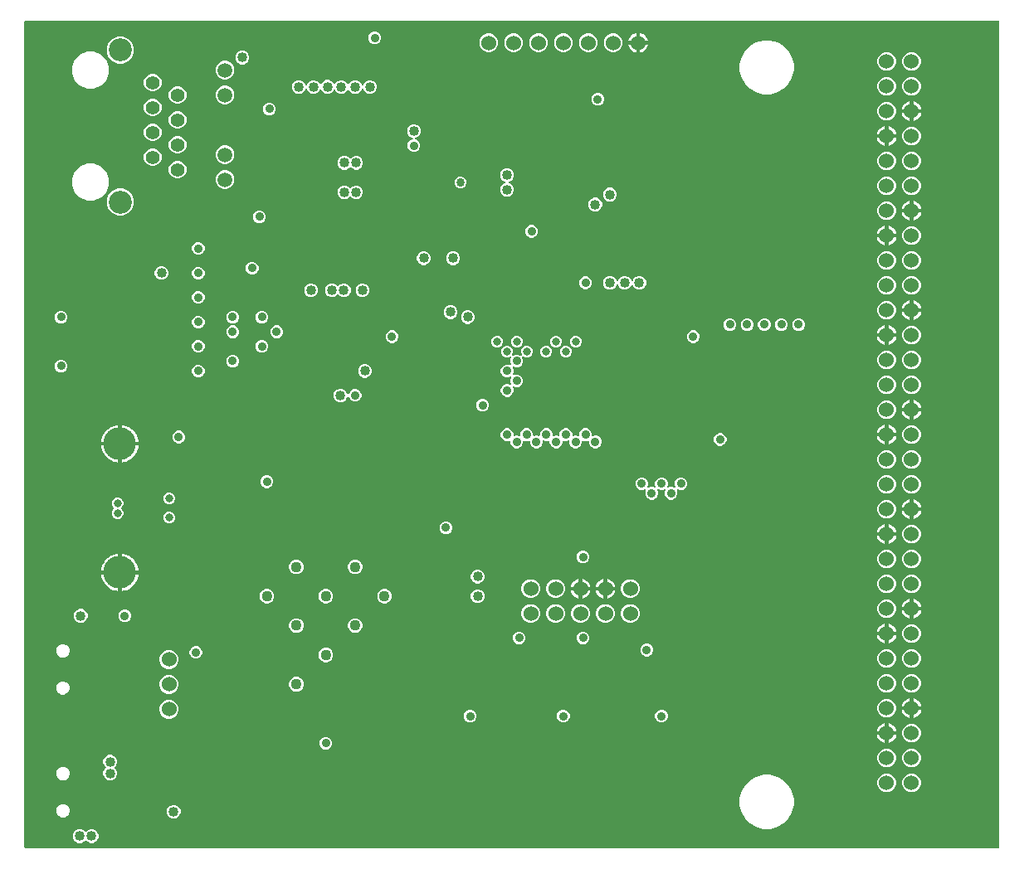
<source format=gbr>
G04 EAGLE Gerber RS-274X export*
G75*
%MOMM*%
%FSLAX34Y34*%
%LPD*%
%INCopper Layer 2*%
%IPPOS*%
%AMOC8*
5,1,8,0,0,1.08239X$1,22.5*%
G01*
%ADD10C,3.327400*%
%ADD11C,2.355000*%
%ADD12C,1.408000*%
%ADD13C,1.508000*%
%ADD14C,1.524000*%
%ADD15C,1.016000*%
%ADD16C,0.908000*%
%ADD17C,0.808000*%
%ADD18C,1.108000*%
%ADD19C,0.858000*%

G36*
X996524Y2550D02*
X996524Y2550D01*
X996588Y2549D01*
X996663Y2570D01*
X996739Y2581D01*
X996798Y2607D01*
X996860Y2624D01*
X996926Y2665D01*
X996996Y2697D01*
X997045Y2739D01*
X997100Y2772D01*
X997152Y2830D01*
X997210Y2880D01*
X997246Y2934D01*
X997289Y2982D01*
X997322Y3051D01*
X997365Y3116D01*
X997384Y3178D01*
X997412Y3235D01*
X997423Y3305D01*
X997447Y3386D01*
X997448Y3471D01*
X997459Y3540D01*
X997459Y846460D01*
X997450Y846524D01*
X997451Y846588D01*
X997430Y846663D01*
X997419Y846739D01*
X997393Y846798D01*
X997376Y846860D01*
X997335Y846926D01*
X997303Y846996D01*
X997261Y847045D01*
X997228Y847100D01*
X997170Y847152D01*
X997120Y847210D01*
X997066Y847246D01*
X997018Y847289D01*
X996949Y847322D01*
X996884Y847365D01*
X996822Y847384D01*
X996765Y847412D01*
X996695Y847423D01*
X996614Y847447D01*
X996529Y847448D01*
X996460Y847459D01*
X3540Y847459D01*
X3476Y847450D01*
X3412Y847451D01*
X3337Y847430D01*
X3261Y847419D01*
X3202Y847393D01*
X3140Y847376D01*
X3074Y847335D01*
X3004Y847303D01*
X2955Y847261D01*
X2900Y847228D01*
X2848Y847170D01*
X2790Y847120D01*
X2754Y847066D01*
X2711Y847018D01*
X2678Y846949D01*
X2635Y846884D01*
X2616Y846822D01*
X2588Y846765D01*
X2577Y846695D01*
X2553Y846614D01*
X2552Y846529D01*
X2541Y846460D01*
X2541Y3540D01*
X2550Y3476D01*
X2549Y3412D01*
X2570Y3337D01*
X2581Y3261D01*
X2607Y3202D01*
X2624Y3140D01*
X2665Y3074D01*
X2697Y3004D01*
X2739Y2955D01*
X2772Y2900D01*
X2830Y2848D01*
X2880Y2790D01*
X2934Y2754D01*
X2982Y2711D01*
X3051Y2678D01*
X3116Y2635D01*
X3178Y2616D01*
X3235Y2588D01*
X3305Y2577D01*
X3386Y2553D01*
X3471Y2552D01*
X3540Y2541D01*
X996460Y2541D01*
X996524Y2550D01*
G37*
%LPC*%
G36*
X756374Y22459D02*
X756374Y22459D01*
X749370Y24336D01*
X743090Y27962D01*
X737962Y33090D01*
X734336Y39370D01*
X732459Y46374D01*
X732459Y53626D01*
X734336Y60630D01*
X737962Y66910D01*
X743090Y72038D01*
X749370Y75664D01*
X756374Y77541D01*
X763626Y77541D01*
X770630Y75664D01*
X776910Y72038D01*
X782038Y66910D01*
X785664Y60630D01*
X787541Y53626D01*
X787541Y46374D01*
X785664Y39370D01*
X782038Y33090D01*
X776910Y27962D01*
X770630Y24336D01*
X763626Y22459D01*
X756374Y22459D01*
G37*
%LPD*%
%LPC*%
G36*
X756374Y772459D02*
X756374Y772459D01*
X749370Y774336D01*
X743090Y777962D01*
X737962Y783090D01*
X734336Y789370D01*
X732459Y796374D01*
X732459Y803626D01*
X734336Y810630D01*
X737962Y816910D01*
X743090Y822038D01*
X749370Y825664D01*
X756374Y827541D01*
X763626Y827541D01*
X770630Y825664D01*
X776910Y822038D01*
X782038Y816910D01*
X785664Y810630D01*
X787541Y803626D01*
X787541Y796374D01*
X785664Y789370D01*
X782038Y783090D01*
X776910Y777962D01*
X770630Y774336D01*
X763626Y772459D01*
X756374Y772459D01*
G37*
%LPD*%
%LPC*%
G36*
X503718Y411054D02*
X503718Y411054D01*
X501349Y412036D01*
X499536Y413849D01*
X498554Y416218D01*
X498554Y418000D01*
X498538Y418117D01*
X498526Y418235D01*
X498518Y418257D01*
X498514Y418279D01*
X498466Y418387D01*
X498422Y418497D01*
X498408Y418515D01*
X498398Y418536D01*
X498321Y418626D01*
X498248Y418720D01*
X498230Y418733D01*
X498215Y418750D01*
X498115Y418815D01*
X498019Y418885D01*
X497998Y418892D01*
X497979Y418905D01*
X497865Y418940D01*
X497754Y418979D01*
X497731Y418981D01*
X497709Y418987D01*
X497591Y418989D01*
X497472Y418996D01*
X497451Y418991D01*
X497427Y418991D01*
X497248Y418941D01*
X497173Y418923D01*
X496282Y418554D01*
X493718Y418554D01*
X491349Y419536D01*
X489536Y421349D01*
X488554Y423718D01*
X488554Y426282D01*
X489536Y428651D01*
X491349Y430464D01*
X493718Y431446D01*
X496282Y431446D01*
X498651Y430464D01*
X500464Y428651D01*
X501446Y426282D01*
X501446Y424500D01*
X501462Y424383D01*
X501474Y424265D01*
X501482Y424243D01*
X501486Y424221D01*
X501534Y424113D01*
X501578Y424003D01*
X501592Y423985D01*
X501602Y423964D01*
X501679Y423874D01*
X501752Y423780D01*
X501770Y423767D01*
X501785Y423750D01*
X501885Y423685D01*
X501981Y423615D01*
X502002Y423608D01*
X502021Y423595D01*
X502135Y423560D01*
X502246Y423521D01*
X502269Y423519D01*
X502291Y423513D01*
X502409Y423511D01*
X502528Y423504D01*
X502549Y423509D01*
X502573Y423509D01*
X502752Y423559D01*
X502827Y423577D01*
X503718Y423946D01*
X506282Y423946D01*
X507173Y423577D01*
X507288Y423547D01*
X507401Y423513D01*
X507424Y423512D01*
X507446Y423507D01*
X507564Y423511D01*
X507683Y423509D01*
X507705Y423515D01*
X507728Y423516D01*
X507840Y423553D01*
X507955Y423584D01*
X507974Y423596D01*
X507996Y423603D01*
X508094Y423670D01*
X508195Y423732D01*
X508210Y423749D01*
X508229Y423762D01*
X508304Y423854D01*
X508384Y423942D01*
X508394Y423962D01*
X508408Y423980D01*
X508455Y424089D01*
X508507Y424195D01*
X508510Y424217D01*
X508520Y424239D01*
X508542Y424424D01*
X508554Y424500D01*
X508554Y426282D01*
X509536Y428651D01*
X511349Y430464D01*
X513718Y431446D01*
X516282Y431446D01*
X518651Y430464D01*
X520464Y428651D01*
X521446Y426282D01*
X521446Y424500D01*
X521462Y424383D01*
X521474Y424265D01*
X521482Y424243D01*
X521486Y424221D01*
X521534Y424113D01*
X521578Y424003D01*
X521592Y423985D01*
X521602Y423964D01*
X521679Y423874D01*
X521752Y423780D01*
X521770Y423767D01*
X521785Y423750D01*
X521885Y423685D01*
X521981Y423615D01*
X522002Y423608D01*
X522021Y423595D01*
X522135Y423560D01*
X522246Y423521D01*
X522269Y423519D01*
X522291Y423513D01*
X522409Y423511D01*
X522528Y423504D01*
X522549Y423509D01*
X522573Y423509D01*
X522752Y423559D01*
X522827Y423577D01*
X523718Y423946D01*
X526282Y423946D01*
X527173Y423577D01*
X527288Y423547D01*
X527401Y423513D01*
X527424Y423512D01*
X527446Y423507D01*
X527564Y423511D01*
X527683Y423509D01*
X527705Y423515D01*
X527728Y423516D01*
X527840Y423553D01*
X527955Y423584D01*
X527974Y423596D01*
X527996Y423603D01*
X528094Y423670D01*
X528195Y423732D01*
X528210Y423749D01*
X528229Y423762D01*
X528304Y423854D01*
X528384Y423942D01*
X528394Y423962D01*
X528408Y423980D01*
X528455Y424089D01*
X528507Y424195D01*
X528510Y424217D01*
X528520Y424239D01*
X528542Y424424D01*
X528554Y424500D01*
X528554Y426282D01*
X529536Y428651D01*
X531349Y430464D01*
X533718Y431446D01*
X536282Y431446D01*
X538651Y430464D01*
X540464Y428651D01*
X541446Y426282D01*
X541446Y424500D01*
X541462Y424383D01*
X541474Y424265D01*
X541482Y424243D01*
X541486Y424221D01*
X541534Y424113D01*
X541578Y424003D01*
X541592Y423985D01*
X541602Y423964D01*
X541679Y423874D01*
X541752Y423780D01*
X541770Y423767D01*
X541785Y423750D01*
X541885Y423685D01*
X541981Y423615D01*
X542002Y423608D01*
X542021Y423595D01*
X542135Y423561D01*
X542246Y423521D01*
X542269Y423519D01*
X542291Y423513D01*
X542409Y423511D01*
X542528Y423504D01*
X542549Y423509D01*
X542573Y423509D01*
X542752Y423559D01*
X542827Y423577D01*
X543718Y423946D01*
X546282Y423946D01*
X547173Y423577D01*
X547287Y423547D01*
X547401Y423513D01*
X547424Y423512D01*
X547446Y423507D01*
X547564Y423511D01*
X547683Y423509D01*
X547705Y423515D01*
X547728Y423516D01*
X547840Y423553D01*
X547955Y423584D01*
X547974Y423596D01*
X547996Y423603D01*
X548094Y423670D01*
X548195Y423732D01*
X548210Y423749D01*
X548229Y423762D01*
X548304Y423854D01*
X548384Y423942D01*
X548394Y423962D01*
X548408Y423980D01*
X548455Y424089D01*
X548507Y424195D01*
X548510Y424217D01*
X548520Y424239D01*
X548542Y424424D01*
X548554Y424500D01*
X548554Y426282D01*
X549536Y428651D01*
X551349Y430464D01*
X553718Y431446D01*
X556282Y431446D01*
X558651Y430464D01*
X560464Y428651D01*
X561446Y426282D01*
X561446Y424500D01*
X561462Y424383D01*
X561474Y424265D01*
X561482Y424243D01*
X561486Y424221D01*
X561534Y424113D01*
X561578Y424003D01*
X561592Y423985D01*
X561602Y423964D01*
X561679Y423874D01*
X561752Y423780D01*
X561770Y423767D01*
X561785Y423750D01*
X561885Y423685D01*
X561981Y423615D01*
X562002Y423608D01*
X562021Y423595D01*
X562135Y423561D01*
X562246Y423521D01*
X562269Y423519D01*
X562291Y423513D01*
X562409Y423511D01*
X562528Y423504D01*
X562549Y423509D01*
X562573Y423509D01*
X562752Y423559D01*
X562827Y423577D01*
X563718Y423946D01*
X566282Y423946D01*
X567173Y423577D01*
X567287Y423547D01*
X567401Y423513D01*
X567424Y423512D01*
X567446Y423507D01*
X567564Y423511D01*
X567683Y423509D01*
X567705Y423515D01*
X567728Y423516D01*
X567840Y423553D01*
X567955Y423584D01*
X567974Y423596D01*
X567996Y423603D01*
X568094Y423670D01*
X568195Y423732D01*
X568210Y423749D01*
X568229Y423762D01*
X568304Y423854D01*
X568384Y423942D01*
X568394Y423962D01*
X568408Y423980D01*
X568455Y424089D01*
X568507Y424195D01*
X568510Y424217D01*
X568520Y424239D01*
X568542Y424424D01*
X568554Y424500D01*
X568554Y426282D01*
X569536Y428651D01*
X571349Y430464D01*
X573718Y431446D01*
X576282Y431446D01*
X578651Y430464D01*
X580464Y428651D01*
X581446Y426282D01*
X581446Y424500D01*
X581462Y424383D01*
X581474Y424265D01*
X581482Y424243D01*
X581486Y424221D01*
X581534Y424113D01*
X581578Y424003D01*
X581592Y423985D01*
X581602Y423964D01*
X581679Y423874D01*
X581752Y423780D01*
X581770Y423767D01*
X581785Y423750D01*
X581885Y423685D01*
X581981Y423615D01*
X582002Y423608D01*
X582021Y423595D01*
X582135Y423561D01*
X582246Y423521D01*
X582269Y423519D01*
X582291Y423513D01*
X582409Y423511D01*
X582528Y423504D01*
X582549Y423509D01*
X582573Y423509D01*
X582752Y423559D01*
X582827Y423577D01*
X583718Y423946D01*
X586282Y423946D01*
X588651Y422964D01*
X590464Y421151D01*
X591446Y418782D01*
X591446Y416218D01*
X590464Y413849D01*
X588651Y412036D01*
X586282Y411054D01*
X583718Y411054D01*
X581349Y412036D01*
X579536Y413849D01*
X578554Y416218D01*
X578554Y418000D01*
X578538Y418117D01*
X578526Y418235D01*
X578518Y418257D01*
X578514Y418279D01*
X578466Y418387D01*
X578422Y418497D01*
X578408Y418515D01*
X578398Y418536D01*
X578321Y418626D01*
X578248Y418720D01*
X578230Y418733D01*
X578215Y418750D01*
X578115Y418815D01*
X578019Y418885D01*
X577998Y418892D01*
X577979Y418905D01*
X577865Y418939D01*
X577754Y418979D01*
X577731Y418981D01*
X577709Y418987D01*
X577591Y418989D01*
X577472Y418996D01*
X577451Y418991D01*
X577427Y418991D01*
X577248Y418941D01*
X577173Y418923D01*
X576282Y418554D01*
X573718Y418554D01*
X572827Y418923D01*
X572713Y418953D01*
X572599Y418987D01*
X572576Y418988D01*
X572554Y418993D01*
X572436Y418989D01*
X572317Y418991D01*
X572295Y418985D01*
X572272Y418984D01*
X572160Y418947D01*
X572045Y418916D01*
X572026Y418904D01*
X572004Y418897D01*
X571906Y418830D01*
X571805Y418768D01*
X571790Y418751D01*
X571771Y418738D01*
X571696Y418646D01*
X571616Y418558D01*
X571606Y418538D01*
X571592Y418520D01*
X571545Y418411D01*
X571493Y418305D01*
X571490Y418283D01*
X571480Y418261D01*
X571458Y418076D01*
X571446Y418000D01*
X571446Y416218D01*
X570464Y413849D01*
X568651Y412036D01*
X566282Y411054D01*
X563718Y411054D01*
X561349Y412036D01*
X559536Y413849D01*
X558554Y416218D01*
X558554Y418000D01*
X558538Y418117D01*
X558526Y418235D01*
X558518Y418257D01*
X558514Y418279D01*
X558466Y418387D01*
X558422Y418497D01*
X558408Y418515D01*
X558398Y418536D01*
X558321Y418626D01*
X558248Y418720D01*
X558230Y418733D01*
X558215Y418750D01*
X558115Y418815D01*
X558019Y418885D01*
X557998Y418892D01*
X557979Y418905D01*
X557865Y418939D01*
X557754Y418979D01*
X557731Y418981D01*
X557709Y418987D01*
X557591Y418989D01*
X557472Y418996D01*
X557451Y418991D01*
X557427Y418991D01*
X557248Y418941D01*
X557173Y418923D01*
X556282Y418554D01*
X553718Y418554D01*
X552827Y418923D01*
X552713Y418953D01*
X552599Y418987D01*
X552576Y418988D01*
X552554Y418993D01*
X552436Y418989D01*
X552317Y418991D01*
X552295Y418985D01*
X552272Y418984D01*
X552160Y418947D01*
X552045Y418916D01*
X552026Y418904D01*
X552004Y418897D01*
X551906Y418830D01*
X551805Y418768D01*
X551790Y418751D01*
X551771Y418738D01*
X551696Y418646D01*
X551616Y418558D01*
X551606Y418538D01*
X551592Y418520D01*
X551545Y418411D01*
X551493Y418305D01*
X551490Y418283D01*
X551480Y418261D01*
X551458Y418076D01*
X551446Y418000D01*
X551446Y416218D01*
X550464Y413849D01*
X548651Y412036D01*
X546282Y411054D01*
X543718Y411054D01*
X541349Y412036D01*
X539536Y413849D01*
X538554Y416218D01*
X538554Y418000D01*
X538538Y418117D01*
X538526Y418235D01*
X538518Y418257D01*
X538514Y418279D01*
X538466Y418387D01*
X538422Y418497D01*
X538408Y418515D01*
X538398Y418536D01*
X538321Y418626D01*
X538248Y418720D01*
X538230Y418733D01*
X538215Y418750D01*
X538115Y418815D01*
X538019Y418885D01*
X537998Y418892D01*
X537979Y418905D01*
X537865Y418939D01*
X537754Y418979D01*
X537731Y418981D01*
X537709Y418987D01*
X537591Y418989D01*
X537472Y418996D01*
X537451Y418991D01*
X537427Y418991D01*
X537248Y418941D01*
X537173Y418923D01*
X536282Y418554D01*
X533718Y418554D01*
X532827Y418923D01*
X532712Y418953D01*
X532599Y418987D01*
X532576Y418988D01*
X532554Y418993D01*
X532436Y418989D01*
X532317Y418991D01*
X532295Y418985D01*
X532272Y418984D01*
X532160Y418947D01*
X532045Y418916D01*
X532026Y418904D01*
X532004Y418897D01*
X531906Y418830D01*
X531805Y418768D01*
X531790Y418751D01*
X531771Y418738D01*
X531696Y418646D01*
X531616Y418558D01*
X531606Y418538D01*
X531592Y418520D01*
X531545Y418411D01*
X531493Y418305D01*
X531490Y418283D01*
X531480Y418261D01*
X531458Y418076D01*
X531446Y418000D01*
X531446Y416218D01*
X530464Y413849D01*
X528651Y412036D01*
X526282Y411054D01*
X523718Y411054D01*
X521349Y412036D01*
X519536Y413849D01*
X518554Y416218D01*
X518554Y418000D01*
X518538Y418117D01*
X518526Y418235D01*
X518518Y418257D01*
X518514Y418279D01*
X518466Y418387D01*
X518422Y418497D01*
X518408Y418515D01*
X518398Y418536D01*
X518321Y418626D01*
X518248Y418720D01*
X518230Y418733D01*
X518215Y418750D01*
X518115Y418815D01*
X518019Y418885D01*
X517998Y418892D01*
X517979Y418905D01*
X517865Y418940D01*
X517754Y418979D01*
X517731Y418981D01*
X517709Y418987D01*
X517591Y418989D01*
X517472Y418996D01*
X517451Y418991D01*
X517427Y418991D01*
X517248Y418941D01*
X517173Y418923D01*
X516282Y418554D01*
X513718Y418554D01*
X512827Y418923D01*
X512712Y418953D01*
X512599Y418987D01*
X512576Y418988D01*
X512554Y418993D01*
X512436Y418989D01*
X512317Y418991D01*
X512295Y418985D01*
X512272Y418984D01*
X512160Y418947D01*
X512045Y418916D01*
X512026Y418904D01*
X512004Y418897D01*
X511906Y418830D01*
X511805Y418768D01*
X511790Y418751D01*
X511771Y418738D01*
X511696Y418646D01*
X511616Y418558D01*
X511606Y418538D01*
X511592Y418520D01*
X511545Y418411D01*
X511493Y418305D01*
X511490Y418283D01*
X511480Y418261D01*
X511458Y418076D01*
X511446Y418000D01*
X511446Y416218D01*
X510464Y413849D01*
X508651Y412036D01*
X506282Y411054D01*
X503718Y411054D01*
G37*
%LPD*%
%LPC*%
G36*
X66262Y664059D02*
X66262Y664059D01*
X59356Y666920D01*
X54070Y672206D01*
X51209Y679112D01*
X51209Y686588D01*
X54070Y693494D01*
X59356Y698780D01*
X66262Y701641D01*
X73738Y701641D01*
X80644Y698780D01*
X85930Y693494D01*
X88791Y686588D01*
X88791Y679112D01*
X85930Y672206D01*
X80644Y666920D01*
X73738Y664059D01*
X66262Y664059D01*
G37*
%LPD*%
%LPC*%
G36*
X66262Y778359D02*
X66262Y778359D01*
X59356Y781220D01*
X54070Y786506D01*
X51209Y793412D01*
X51209Y800888D01*
X54070Y807794D01*
X59356Y813080D01*
X66262Y815941D01*
X73738Y815941D01*
X80644Y813080D01*
X85930Y807794D01*
X88791Y800888D01*
X88791Y793412D01*
X85930Y786506D01*
X80644Y781220D01*
X73738Y778359D01*
X66262Y778359D01*
G37*
%LPD*%
%LPC*%
G36*
X324643Y773013D02*
X324643Y773013D01*
X322075Y774077D01*
X320110Y776042D01*
X319801Y776787D01*
X319785Y776815D01*
X319775Y776846D01*
X319713Y776936D01*
X319658Y777030D01*
X319634Y777052D01*
X319616Y777079D01*
X319532Y777148D01*
X319452Y777223D01*
X319423Y777238D01*
X319398Y777258D01*
X319298Y777301D01*
X319201Y777351D01*
X319169Y777357D01*
X319139Y777370D01*
X319031Y777383D01*
X318923Y777403D01*
X318891Y777400D01*
X318859Y777404D01*
X318752Y777387D01*
X318643Y777376D01*
X318613Y777364D01*
X318581Y777359D01*
X318482Y777312D01*
X318381Y777272D01*
X318355Y777252D01*
X318326Y777238D01*
X318245Y777166D01*
X318158Y777098D01*
X318140Y777072D01*
X318115Y777051D01*
X318068Y776973D01*
X317993Y776870D01*
X317977Y776824D01*
X317955Y776788D01*
X317700Y776173D01*
X315735Y774208D01*
X313168Y773144D01*
X310389Y773144D01*
X307821Y774208D01*
X305856Y776173D01*
X305589Y776817D01*
X305573Y776844D01*
X305563Y776875D01*
X305501Y776965D01*
X305446Y777059D01*
X305422Y777081D01*
X305404Y777108D01*
X305320Y777177D01*
X305240Y777252D01*
X305211Y777267D01*
X305186Y777287D01*
X305086Y777331D01*
X304988Y777380D01*
X304957Y777386D01*
X304927Y777399D01*
X304819Y777412D01*
X304711Y777432D01*
X304679Y777429D01*
X304647Y777433D01*
X304539Y777416D01*
X304431Y777405D01*
X304401Y777393D01*
X304369Y777388D01*
X304270Y777341D01*
X304169Y777301D01*
X304143Y777281D01*
X304114Y777267D01*
X304032Y777195D01*
X303946Y777127D01*
X303927Y777101D01*
X303903Y777080D01*
X303856Y777003D01*
X303781Y776899D01*
X303765Y776853D01*
X303743Y776817D01*
X303422Y776043D01*
X301457Y774078D01*
X298890Y773014D01*
X296110Y773014D01*
X293543Y774078D01*
X291578Y776043D01*
X290923Y777623D01*
X290907Y777651D01*
X290897Y777682D01*
X290835Y777772D01*
X290780Y777866D01*
X290756Y777888D01*
X290738Y777915D01*
X290653Y777984D01*
X290574Y778059D01*
X290545Y778073D01*
X290520Y778094D01*
X290420Y778137D01*
X290322Y778187D01*
X290291Y778193D01*
X290261Y778205D01*
X290153Y778219D01*
X290045Y778239D01*
X290013Y778236D01*
X289981Y778240D01*
X289873Y778222D01*
X289765Y778212D01*
X289735Y778200D01*
X289703Y778195D01*
X289604Y778148D01*
X289503Y778107D01*
X289477Y778088D01*
X289448Y778074D01*
X289366Y778001D01*
X289280Y777934D01*
X289261Y777908D01*
X289237Y777886D01*
X289190Y777809D01*
X289115Y777705D01*
X289099Y777660D01*
X289077Y777623D01*
X288422Y776043D01*
X286457Y774078D01*
X283890Y773014D01*
X281110Y773014D01*
X278543Y774078D01*
X276578Y776043D01*
X275514Y778610D01*
X275514Y781390D01*
X276578Y783957D01*
X278543Y785922D01*
X281110Y786986D01*
X283890Y786986D01*
X286457Y785922D01*
X288422Y783957D01*
X289077Y782377D01*
X289093Y782349D01*
X289103Y782318D01*
X289165Y782228D01*
X289220Y782134D01*
X289244Y782112D01*
X289262Y782085D01*
X289346Y782016D01*
X289426Y781941D01*
X289455Y781927D01*
X289480Y781906D01*
X289580Y781863D01*
X289678Y781813D01*
X289709Y781807D01*
X289739Y781795D01*
X289847Y781781D01*
X289955Y781761D01*
X289987Y781764D01*
X290019Y781760D01*
X290127Y781778D01*
X290235Y781788D01*
X290265Y781800D01*
X290297Y781805D01*
X290396Y781852D01*
X290497Y781892D01*
X290523Y781912D01*
X290552Y781926D01*
X290634Y781999D01*
X290720Y782066D01*
X290739Y782092D01*
X290763Y782114D01*
X290810Y782191D01*
X290885Y782295D01*
X290901Y782340D01*
X290923Y782377D01*
X291578Y783957D01*
X293543Y785922D01*
X296110Y786986D01*
X298890Y786986D01*
X301457Y785922D01*
X303422Y783957D01*
X303689Y783313D01*
X303705Y783285D01*
X303715Y783255D01*
X303777Y783164D01*
X303833Y783070D01*
X303856Y783048D01*
X303874Y783022D01*
X303958Y782952D01*
X304038Y782878D01*
X304067Y782863D01*
X304092Y782842D01*
X304192Y782799D01*
X304290Y782750D01*
X304321Y782744D01*
X304351Y782731D01*
X304459Y782718D01*
X304567Y782697D01*
X304599Y782700D01*
X304631Y782696D01*
X304739Y782714D01*
X304848Y782724D01*
X304878Y782736D01*
X304909Y782742D01*
X305008Y782788D01*
X305110Y782829D01*
X305135Y782849D01*
X305164Y782863D01*
X305246Y782935D01*
X305332Y783002D01*
X305351Y783029D01*
X305375Y783050D01*
X305422Y783127D01*
X305497Y783231D01*
X305513Y783277D01*
X305535Y783313D01*
X305856Y784087D01*
X307821Y786052D01*
X310389Y787116D01*
X313168Y787116D01*
X315735Y786052D01*
X317700Y784087D01*
X318009Y783341D01*
X318026Y783313D01*
X318036Y783283D01*
X318097Y783192D01*
X318153Y783098D01*
X318176Y783076D01*
X318195Y783050D01*
X318279Y782980D01*
X318359Y782905D01*
X318387Y782891D01*
X318412Y782870D01*
X318513Y782827D01*
X318610Y782778D01*
X318642Y782772D01*
X318671Y782759D01*
X318780Y782746D01*
X318887Y782725D01*
X318919Y782728D01*
X318951Y782724D01*
X319059Y782742D01*
X319168Y782752D01*
X319198Y782764D01*
X319230Y782769D01*
X319328Y782816D01*
X319430Y782857D01*
X319455Y782877D01*
X319484Y782890D01*
X319566Y782963D01*
X319652Y783030D01*
X319671Y783056D01*
X319695Y783078D01*
X319742Y783155D01*
X319817Y783259D01*
X319833Y783305D01*
X319856Y783341D01*
X320110Y783956D01*
X322075Y785921D01*
X324643Y786985D01*
X327422Y786985D01*
X329990Y785921D01*
X331955Y783956D01*
X332093Y783622D01*
X332109Y783595D01*
X332119Y783564D01*
X332181Y783474D01*
X332236Y783380D01*
X332260Y783358D01*
X332278Y783331D01*
X332363Y783261D01*
X332442Y783187D01*
X332471Y783172D01*
X332496Y783152D01*
X332596Y783108D01*
X332694Y783059D01*
X332725Y783053D01*
X332755Y783040D01*
X332863Y783027D01*
X332971Y783007D01*
X333003Y783010D01*
X333035Y783006D01*
X333143Y783023D01*
X333251Y783034D01*
X333281Y783046D01*
X333313Y783051D01*
X333412Y783098D01*
X333513Y783138D01*
X333539Y783158D01*
X333568Y783172D01*
X333650Y783244D01*
X333736Y783312D01*
X333755Y783338D01*
X333779Y783359D01*
X333826Y783437D01*
X333901Y783540D01*
X333917Y783586D01*
X333939Y783622D01*
X334078Y783957D01*
X336043Y785922D01*
X338610Y786986D01*
X341390Y786986D01*
X343957Y785922D01*
X345922Y783957D01*
X346577Y782377D01*
X346593Y782349D01*
X346603Y782318D01*
X346665Y782228D01*
X346720Y782134D01*
X346744Y782112D01*
X346762Y782085D01*
X346846Y782016D01*
X346926Y781941D01*
X346955Y781926D01*
X346980Y781906D01*
X347080Y781863D01*
X347178Y781813D01*
X347209Y781807D01*
X347239Y781795D01*
X347347Y781781D01*
X347455Y781761D01*
X347487Y781764D01*
X347519Y781760D01*
X347627Y781778D01*
X347735Y781788D01*
X347765Y781800D01*
X347797Y781805D01*
X347896Y781852D01*
X347997Y781892D01*
X348023Y781912D01*
X348052Y781926D01*
X348134Y781999D01*
X348220Y782066D01*
X348239Y782092D01*
X348263Y782114D01*
X348310Y782191D01*
X348385Y782295D01*
X348401Y782340D01*
X348423Y782377D01*
X349078Y783957D01*
X351043Y785922D01*
X353610Y786986D01*
X356390Y786986D01*
X358957Y785922D01*
X360922Y783957D01*
X361986Y781390D01*
X361986Y778610D01*
X360922Y776043D01*
X358957Y774078D01*
X356390Y773014D01*
X353610Y773014D01*
X351043Y774078D01*
X349078Y776043D01*
X348423Y777623D01*
X348407Y777651D01*
X348397Y777682D01*
X348335Y777772D01*
X348280Y777866D01*
X348256Y777888D01*
X348238Y777915D01*
X348153Y777984D01*
X348074Y778059D01*
X348045Y778074D01*
X348020Y778094D01*
X347920Y778137D01*
X347822Y778187D01*
X347791Y778193D01*
X347761Y778205D01*
X347653Y778219D01*
X347545Y778239D01*
X347513Y778236D01*
X347481Y778240D01*
X347373Y778222D01*
X347265Y778212D01*
X347235Y778200D01*
X347203Y778195D01*
X347104Y778148D01*
X347003Y778108D01*
X346977Y778088D01*
X346948Y778074D01*
X346866Y778001D01*
X346780Y777934D01*
X346761Y777908D01*
X346737Y777886D01*
X346690Y777809D01*
X346615Y777705D01*
X346599Y777660D01*
X346577Y777623D01*
X345922Y776043D01*
X343957Y774078D01*
X341390Y773014D01*
X338610Y773014D01*
X336043Y774078D01*
X334078Y776043D01*
X333940Y776376D01*
X333923Y776404D01*
X333913Y776435D01*
X333852Y776525D01*
X333796Y776619D01*
X333773Y776641D01*
X333754Y776668D01*
X333670Y776737D01*
X333590Y776812D01*
X333562Y776827D01*
X333537Y776847D01*
X333436Y776890D01*
X333339Y776940D01*
X333307Y776946D01*
X333278Y776958D01*
X333169Y776972D01*
X333062Y776992D01*
X333030Y776989D01*
X332998Y776993D01*
X332890Y776976D01*
X332781Y776965D01*
X332751Y776953D01*
X332719Y776948D01*
X332621Y776901D01*
X332519Y776861D01*
X332494Y776841D01*
X332465Y776827D01*
X332383Y776754D01*
X332297Y776687D01*
X332278Y776661D01*
X332254Y776639D01*
X332207Y776562D01*
X332132Y776458D01*
X332115Y776413D01*
X332104Y776394D01*
X332098Y776384D01*
X332097Y776383D01*
X332093Y776376D01*
X331955Y776042D01*
X329990Y774077D01*
X327422Y773013D01*
X324643Y773013D01*
G37*
%LPD*%
%LPC*%
G36*
X493718Y463554D02*
X493718Y463554D01*
X491349Y464536D01*
X489536Y466349D01*
X488554Y468718D01*
X488554Y471282D01*
X489536Y473651D01*
X491349Y475464D01*
X493718Y476446D01*
X496282Y476446D01*
X497932Y475762D01*
X497963Y475754D01*
X497992Y475740D01*
X498100Y475719D01*
X498205Y475692D01*
X498238Y475693D01*
X498269Y475687D01*
X498378Y475698D01*
X498487Y475701D01*
X498518Y475711D01*
X498550Y475714D01*
X498652Y475755D01*
X498755Y475789D01*
X498782Y475807D01*
X498812Y475819D01*
X498898Y475886D01*
X498988Y475948D01*
X499009Y475972D01*
X499034Y475992D01*
X499098Y476081D01*
X499168Y476165D01*
X499180Y476195D01*
X499199Y476221D01*
X499236Y476324D01*
X499279Y476424D01*
X499283Y476456D01*
X499294Y476487D01*
X499300Y476596D01*
X499314Y476704D01*
X499308Y476736D01*
X499310Y476768D01*
X499289Y476856D01*
X499269Y476983D01*
X499248Y477026D01*
X499238Y477068D01*
X498554Y478718D01*
X498554Y481282D01*
X499238Y482932D01*
X499246Y482963D01*
X499260Y482992D01*
X499281Y483100D01*
X499308Y483205D01*
X499307Y483238D01*
X499313Y483269D01*
X499302Y483378D01*
X499299Y483487D01*
X499289Y483518D01*
X499286Y483550D01*
X499245Y483652D01*
X499211Y483755D01*
X499193Y483782D01*
X499181Y483812D01*
X499114Y483898D01*
X499052Y483988D01*
X499028Y484009D01*
X499008Y484034D01*
X498919Y484098D01*
X498835Y484168D01*
X498805Y484180D01*
X498779Y484199D01*
X498676Y484236D01*
X498576Y484279D01*
X498544Y484283D01*
X498513Y484294D01*
X498404Y484300D01*
X498296Y484314D01*
X498264Y484308D01*
X498232Y484310D01*
X498144Y484289D01*
X498017Y484269D01*
X497974Y484248D01*
X497932Y484238D01*
X496282Y483554D01*
X493718Y483554D01*
X491349Y484536D01*
X489536Y486349D01*
X488554Y488718D01*
X488554Y491282D01*
X489536Y493651D01*
X491349Y495464D01*
X493718Y496446D01*
X496282Y496446D01*
X497932Y495762D01*
X497963Y495754D01*
X497992Y495740D01*
X498100Y495719D01*
X498205Y495692D01*
X498238Y495693D01*
X498269Y495687D01*
X498378Y495698D01*
X498487Y495701D01*
X498518Y495711D01*
X498550Y495714D01*
X498652Y495755D01*
X498755Y495789D01*
X498782Y495807D01*
X498812Y495819D01*
X498898Y495886D01*
X498988Y495948D01*
X499009Y495972D01*
X499034Y495992D01*
X499098Y496081D01*
X499168Y496165D01*
X499180Y496195D01*
X499199Y496221D01*
X499236Y496324D01*
X499279Y496424D01*
X499283Y496456D01*
X499294Y496487D01*
X499300Y496596D01*
X499314Y496704D01*
X499308Y496736D01*
X499310Y496768D01*
X499289Y496856D01*
X499269Y496983D01*
X499248Y497026D01*
X499238Y497068D01*
X498554Y498718D01*
X498554Y501282D01*
X499508Y503585D01*
X499516Y503617D01*
X499531Y503645D01*
X499551Y503753D01*
X499578Y503859D01*
X499577Y503891D01*
X499583Y503923D01*
X499573Y504031D01*
X499569Y504140D01*
X499559Y504171D01*
X499556Y504203D01*
X499516Y504305D01*
X499482Y504409D01*
X499464Y504435D01*
X499452Y504465D01*
X499384Y504551D01*
X499323Y504642D01*
X499298Y504662D01*
X499278Y504688D01*
X499190Y504752D01*
X499105Y504821D01*
X499076Y504834D01*
X499050Y504853D01*
X498947Y504889D01*
X498846Y504932D01*
X498814Y504936D01*
X498784Y504947D01*
X498675Y504954D01*
X498566Y504967D01*
X498535Y504962D01*
X498502Y504964D01*
X498414Y504942D01*
X498288Y504922D01*
X498244Y504901D01*
X498203Y504891D01*
X496183Y504054D01*
X493817Y504054D01*
X491632Y504959D01*
X489959Y506632D01*
X489054Y508817D01*
X489054Y511183D01*
X489959Y513368D01*
X491632Y515041D01*
X493817Y515946D01*
X496183Y515946D01*
X498368Y515041D01*
X500041Y513368D01*
X500946Y511183D01*
X500946Y508817D01*
X500109Y506797D01*
X500101Y506766D01*
X500086Y506737D01*
X500066Y506630D01*
X500039Y506524D01*
X500040Y506492D01*
X500034Y506460D01*
X500044Y506351D01*
X500048Y506242D01*
X500058Y506212D01*
X500061Y506179D01*
X500102Y506078D01*
X500135Y505974D01*
X500154Y505947D01*
X500166Y505917D01*
X500233Y505831D01*
X500294Y505741D01*
X500319Y505721D01*
X500339Y505695D01*
X500428Y505631D01*
X500512Y505562D01*
X500542Y505549D01*
X500568Y505530D01*
X500671Y505494D01*
X500771Y505450D01*
X500803Y505446D01*
X500833Y505436D01*
X500943Y505429D01*
X501051Y505416D01*
X501083Y505421D01*
X501115Y505419D01*
X501203Y505440D01*
X501329Y505461D01*
X501373Y505482D01*
X501415Y505492D01*
X503718Y506446D01*
X506282Y506446D01*
X508585Y505492D01*
X508617Y505484D01*
X508645Y505469D01*
X508753Y505449D01*
X508859Y505422D01*
X508891Y505423D01*
X508923Y505417D01*
X509031Y505427D01*
X509140Y505431D01*
X509171Y505441D01*
X509203Y505444D01*
X509305Y505484D01*
X509409Y505518D01*
X509435Y505536D01*
X509465Y505548D01*
X509551Y505616D01*
X509642Y505677D01*
X509662Y505702D01*
X509688Y505722D01*
X509752Y505810D01*
X509821Y505895D01*
X509834Y505924D01*
X509853Y505950D01*
X509889Y506053D01*
X509932Y506154D01*
X509936Y506186D01*
X509947Y506216D01*
X509954Y506325D01*
X509967Y506434D01*
X509962Y506465D01*
X509964Y506498D01*
X509942Y506586D01*
X509922Y506712D01*
X509901Y506756D01*
X509891Y506797D01*
X509054Y508817D01*
X509054Y511183D01*
X509959Y513368D01*
X511632Y515041D01*
X513817Y515946D01*
X516183Y515946D01*
X518368Y515041D01*
X520041Y513368D01*
X520946Y511183D01*
X520946Y508817D01*
X520041Y506632D01*
X518368Y504959D01*
X516183Y504054D01*
X513817Y504054D01*
X511797Y504891D01*
X511766Y504899D01*
X511737Y504914D01*
X511630Y504934D01*
X511524Y504961D01*
X511492Y504960D01*
X511460Y504966D01*
X511351Y504956D01*
X511242Y504952D01*
X511212Y504942D01*
X511179Y504939D01*
X511078Y504898D01*
X510974Y504865D01*
X510947Y504846D01*
X510917Y504834D01*
X510831Y504767D01*
X510741Y504706D01*
X510721Y504681D01*
X510695Y504661D01*
X510631Y504572D01*
X510562Y504488D01*
X510549Y504458D01*
X510530Y504432D01*
X510494Y504329D01*
X510450Y504229D01*
X510446Y504197D01*
X510436Y504167D01*
X510429Y504057D01*
X510416Y503949D01*
X510421Y503917D01*
X510419Y503885D01*
X510440Y503797D01*
X510461Y503671D01*
X510482Y503627D01*
X510492Y503585D01*
X511446Y501282D01*
X511446Y498718D01*
X510464Y496349D01*
X508651Y494536D01*
X506282Y493554D01*
X503718Y493554D01*
X502068Y494238D01*
X502037Y494246D01*
X502008Y494260D01*
X501900Y494281D01*
X501795Y494308D01*
X501762Y494307D01*
X501731Y494313D01*
X501622Y494302D01*
X501513Y494299D01*
X501482Y494289D01*
X501450Y494286D01*
X501348Y494245D01*
X501245Y494211D01*
X501218Y494193D01*
X501188Y494181D01*
X501102Y494114D01*
X501012Y494052D01*
X500991Y494028D01*
X500966Y494008D01*
X500902Y493919D01*
X500832Y493835D01*
X500820Y493805D01*
X500801Y493779D01*
X500764Y493676D01*
X500721Y493576D01*
X500717Y493544D01*
X500706Y493513D01*
X500700Y493404D01*
X500686Y493296D01*
X500692Y493264D01*
X500690Y493232D01*
X500711Y493144D01*
X500731Y493017D01*
X500752Y492974D01*
X500762Y492932D01*
X501446Y491282D01*
X501446Y488718D01*
X500762Y487068D01*
X500754Y487037D01*
X500740Y487008D01*
X500719Y486900D01*
X500692Y486795D01*
X500693Y486762D01*
X500687Y486731D01*
X500698Y486622D01*
X500701Y486513D01*
X500711Y486482D01*
X500714Y486450D01*
X500755Y486348D01*
X500789Y486245D01*
X500807Y486218D01*
X500819Y486188D01*
X500886Y486102D01*
X500948Y486012D01*
X500972Y485991D01*
X500992Y485966D01*
X501081Y485902D01*
X501165Y485832D01*
X501195Y485820D01*
X501221Y485801D01*
X501324Y485764D01*
X501424Y485721D01*
X501456Y485717D01*
X501487Y485706D01*
X501596Y485700D01*
X501704Y485686D01*
X501736Y485692D01*
X501768Y485690D01*
X501856Y485711D01*
X501983Y485731D01*
X502026Y485752D01*
X502068Y485762D01*
X503718Y486446D01*
X506282Y486446D01*
X508651Y485464D01*
X510464Y483651D01*
X511446Y481282D01*
X511446Y478718D01*
X510464Y476349D01*
X508651Y474536D01*
X506282Y473554D01*
X503718Y473554D01*
X502068Y474238D01*
X502037Y474246D01*
X502008Y474260D01*
X501900Y474281D01*
X501795Y474308D01*
X501762Y474307D01*
X501731Y474313D01*
X501622Y474302D01*
X501513Y474299D01*
X501482Y474289D01*
X501450Y474286D01*
X501348Y474245D01*
X501245Y474211D01*
X501218Y474193D01*
X501188Y474181D01*
X501102Y474114D01*
X501012Y474052D01*
X500991Y474028D01*
X500966Y474008D01*
X500902Y473919D01*
X500832Y473835D01*
X500820Y473805D01*
X500801Y473779D01*
X500764Y473676D01*
X500721Y473576D01*
X500717Y473544D01*
X500706Y473513D01*
X500700Y473404D01*
X500686Y473296D01*
X500692Y473264D01*
X500690Y473232D01*
X500711Y473144D01*
X500731Y473017D01*
X500752Y472974D01*
X500762Y472932D01*
X501446Y471282D01*
X501446Y468718D01*
X500464Y466349D01*
X498651Y464536D01*
X496282Y463554D01*
X493718Y463554D01*
G37*
%LPD*%
%LPC*%
G36*
X641218Y358554D02*
X641218Y358554D01*
X638849Y359536D01*
X637036Y361349D01*
X636054Y363718D01*
X636054Y366282D01*
X636738Y367932D01*
X636746Y367963D01*
X636760Y367992D01*
X636781Y368100D01*
X636808Y368205D01*
X636807Y368238D01*
X636813Y368269D01*
X636802Y368378D01*
X636799Y368487D01*
X636789Y368518D01*
X636786Y368550D01*
X636745Y368652D01*
X636711Y368755D01*
X636693Y368782D01*
X636681Y368812D01*
X636614Y368898D01*
X636552Y368988D01*
X636528Y369009D01*
X636508Y369034D01*
X636419Y369098D01*
X636335Y369168D01*
X636305Y369180D01*
X636279Y369199D01*
X636176Y369236D01*
X636076Y369279D01*
X636044Y369283D01*
X636013Y369294D01*
X635904Y369300D01*
X635796Y369314D01*
X635764Y369308D01*
X635732Y369310D01*
X635644Y369289D01*
X635517Y369269D01*
X635474Y369248D01*
X635432Y369238D01*
X633782Y368554D01*
X631218Y368554D01*
X628849Y369536D01*
X627036Y371349D01*
X626054Y373718D01*
X626054Y376282D01*
X627036Y378651D01*
X628849Y380464D01*
X631218Y381446D01*
X633782Y381446D01*
X636151Y380464D01*
X637964Y378651D01*
X638946Y376282D01*
X638946Y373718D01*
X638262Y372068D01*
X638254Y372037D01*
X638240Y372008D01*
X638219Y371900D01*
X638192Y371795D01*
X638193Y371762D01*
X638187Y371731D01*
X638198Y371622D01*
X638201Y371513D01*
X638211Y371482D01*
X638214Y371450D01*
X638255Y371348D01*
X638289Y371245D01*
X638307Y371218D01*
X638319Y371188D01*
X638386Y371102D01*
X638448Y371012D01*
X638472Y370991D01*
X638492Y370966D01*
X638581Y370902D01*
X638665Y370832D01*
X638695Y370820D01*
X638721Y370801D01*
X638824Y370764D01*
X638924Y370721D01*
X638956Y370717D01*
X638987Y370706D01*
X639096Y370700D01*
X639204Y370686D01*
X639236Y370692D01*
X639268Y370690D01*
X639356Y370711D01*
X639483Y370731D01*
X639526Y370752D01*
X639568Y370762D01*
X641218Y371446D01*
X643782Y371446D01*
X645432Y370762D01*
X645463Y370754D01*
X645492Y370740D01*
X645600Y370719D01*
X645705Y370692D01*
X645738Y370693D01*
X645769Y370687D01*
X645878Y370698D01*
X645987Y370701D01*
X646018Y370711D01*
X646050Y370714D01*
X646152Y370755D01*
X646255Y370789D01*
X646282Y370807D01*
X646312Y370819D01*
X646398Y370886D01*
X646488Y370948D01*
X646509Y370972D01*
X646534Y370992D01*
X646598Y371081D01*
X646668Y371165D01*
X646680Y371195D01*
X646699Y371221D01*
X646736Y371324D01*
X646779Y371424D01*
X646783Y371456D01*
X646794Y371487D01*
X646800Y371596D01*
X646814Y371704D01*
X646808Y371736D01*
X646810Y371768D01*
X646789Y371856D01*
X646769Y371983D01*
X646748Y372026D01*
X646738Y372068D01*
X646054Y373718D01*
X646054Y376282D01*
X647036Y378651D01*
X648849Y380464D01*
X651218Y381446D01*
X653782Y381446D01*
X656151Y380464D01*
X657964Y378651D01*
X658946Y376282D01*
X658946Y373718D01*
X658262Y372068D01*
X658254Y372037D01*
X658240Y372008D01*
X658219Y371900D01*
X658192Y371795D01*
X658193Y371762D01*
X658187Y371731D01*
X658198Y371622D01*
X658201Y371513D01*
X658211Y371482D01*
X658214Y371450D01*
X658255Y371348D01*
X658289Y371245D01*
X658307Y371218D01*
X658319Y371188D01*
X658386Y371102D01*
X658448Y371012D01*
X658472Y370991D01*
X658492Y370966D01*
X658581Y370902D01*
X658665Y370832D01*
X658695Y370820D01*
X658721Y370801D01*
X658824Y370764D01*
X658924Y370721D01*
X658956Y370717D01*
X658987Y370706D01*
X659096Y370700D01*
X659204Y370686D01*
X659236Y370692D01*
X659268Y370690D01*
X659356Y370711D01*
X659483Y370731D01*
X659526Y370752D01*
X659568Y370762D01*
X661218Y371446D01*
X663782Y371446D01*
X665432Y370762D01*
X665463Y370754D01*
X665492Y370740D01*
X665600Y370719D01*
X665705Y370692D01*
X665738Y370693D01*
X665769Y370687D01*
X665878Y370698D01*
X665987Y370701D01*
X666018Y370711D01*
X666050Y370714D01*
X666152Y370755D01*
X666255Y370789D01*
X666282Y370807D01*
X666312Y370819D01*
X666398Y370886D01*
X666488Y370948D01*
X666509Y370972D01*
X666534Y370992D01*
X666598Y371081D01*
X666668Y371165D01*
X666680Y371195D01*
X666699Y371221D01*
X666736Y371324D01*
X666779Y371424D01*
X666783Y371456D01*
X666794Y371487D01*
X666800Y371596D01*
X666814Y371704D01*
X666808Y371736D01*
X666810Y371768D01*
X666789Y371856D01*
X666769Y371983D01*
X666748Y372026D01*
X666738Y372068D01*
X666054Y373718D01*
X666054Y376282D01*
X667036Y378651D01*
X668849Y380464D01*
X671218Y381446D01*
X673782Y381446D01*
X676151Y380464D01*
X677964Y378651D01*
X678946Y376282D01*
X678946Y373718D01*
X677964Y371349D01*
X676151Y369536D01*
X673782Y368554D01*
X671218Y368554D01*
X669568Y369238D01*
X669537Y369246D01*
X669508Y369260D01*
X669400Y369281D01*
X669295Y369308D01*
X669262Y369307D01*
X669231Y369313D01*
X669122Y369302D01*
X669013Y369299D01*
X668982Y369289D01*
X668950Y369286D01*
X668848Y369245D01*
X668745Y369211D01*
X668718Y369193D01*
X668688Y369181D01*
X668602Y369114D01*
X668512Y369052D01*
X668491Y369028D01*
X668466Y369008D01*
X668402Y368919D01*
X668332Y368835D01*
X668320Y368805D01*
X668301Y368779D01*
X668264Y368676D01*
X668221Y368576D01*
X668217Y368544D01*
X668206Y368513D01*
X668200Y368404D01*
X668186Y368296D01*
X668192Y368264D01*
X668190Y368232D01*
X668211Y368144D01*
X668231Y368017D01*
X668252Y367974D01*
X668262Y367932D01*
X668946Y366282D01*
X668946Y363718D01*
X667964Y361349D01*
X666151Y359536D01*
X663782Y358554D01*
X661218Y358554D01*
X658849Y359536D01*
X657036Y361349D01*
X656054Y363718D01*
X656054Y366282D01*
X656738Y367932D01*
X656746Y367963D01*
X656760Y367992D01*
X656781Y368100D01*
X656808Y368205D01*
X656807Y368238D01*
X656813Y368269D01*
X656802Y368378D01*
X656799Y368487D01*
X656789Y368518D01*
X656786Y368550D01*
X656745Y368652D01*
X656711Y368755D01*
X656693Y368782D01*
X656681Y368812D01*
X656614Y368898D01*
X656552Y368988D01*
X656528Y369009D01*
X656508Y369034D01*
X656419Y369098D01*
X656335Y369168D01*
X656305Y369180D01*
X656279Y369199D01*
X656176Y369236D01*
X656076Y369279D01*
X656044Y369283D01*
X656013Y369294D01*
X655904Y369300D01*
X655796Y369314D01*
X655764Y369308D01*
X655732Y369310D01*
X655644Y369289D01*
X655517Y369269D01*
X655474Y369248D01*
X655432Y369238D01*
X653782Y368554D01*
X651218Y368554D01*
X649568Y369238D01*
X649537Y369246D01*
X649508Y369260D01*
X649400Y369281D01*
X649295Y369308D01*
X649262Y369307D01*
X649231Y369313D01*
X649122Y369302D01*
X649013Y369299D01*
X648982Y369289D01*
X648950Y369286D01*
X648848Y369245D01*
X648745Y369211D01*
X648718Y369193D01*
X648688Y369181D01*
X648602Y369114D01*
X648512Y369052D01*
X648491Y369028D01*
X648466Y369008D01*
X648402Y368919D01*
X648332Y368835D01*
X648320Y368805D01*
X648301Y368779D01*
X648264Y368676D01*
X648221Y368576D01*
X648217Y368544D01*
X648206Y368513D01*
X648200Y368404D01*
X648186Y368296D01*
X648192Y368264D01*
X648190Y368232D01*
X648211Y368144D01*
X648231Y368017D01*
X648252Y367974D01*
X648262Y367932D01*
X648946Y366282D01*
X648946Y363718D01*
X647964Y361349D01*
X646151Y359536D01*
X643782Y358554D01*
X641218Y358554D01*
G37*
%LPD*%
%LPC*%
G36*
X97779Y648769D02*
X97779Y648769D01*
X92750Y650852D01*
X88902Y654700D01*
X86819Y659729D01*
X86819Y665171D01*
X88902Y670200D01*
X92750Y674048D01*
X97779Y676131D01*
X103221Y676131D01*
X108250Y674048D01*
X112098Y670200D01*
X114181Y665171D01*
X114181Y659729D01*
X112098Y654700D01*
X108250Y650852D01*
X103221Y648769D01*
X97779Y648769D01*
G37*
%LPD*%
%LPC*%
G36*
X97779Y803869D02*
X97779Y803869D01*
X92750Y805952D01*
X88902Y809800D01*
X86819Y814829D01*
X86819Y820271D01*
X88902Y825300D01*
X92750Y829148D01*
X97779Y831231D01*
X103221Y831231D01*
X108250Y829148D01*
X112098Y825300D01*
X114181Y820271D01*
X114181Y814829D01*
X112098Y809800D01*
X108250Y805952D01*
X103221Y803869D01*
X97779Y803869D01*
G37*
%LPD*%
%LPC*%
G36*
X598610Y573014D02*
X598610Y573014D01*
X596043Y574078D01*
X594078Y576043D01*
X593014Y578610D01*
X593014Y581390D01*
X594078Y583957D01*
X596043Y585922D01*
X598610Y586986D01*
X601390Y586986D01*
X603957Y585922D01*
X605922Y583957D01*
X606577Y582377D01*
X606593Y582349D01*
X606603Y582318D01*
X606665Y582228D01*
X606720Y582134D01*
X606744Y582112D01*
X606762Y582085D01*
X606847Y582016D01*
X606926Y581941D01*
X606955Y581927D01*
X606980Y581906D01*
X607080Y581863D01*
X607178Y581813D01*
X607209Y581807D01*
X607239Y581795D01*
X607347Y581781D01*
X607455Y581761D01*
X607487Y581764D01*
X607519Y581760D01*
X607627Y581778D01*
X607735Y581788D01*
X607765Y581800D01*
X607797Y581805D01*
X607896Y581852D01*
X607997Y581893D01*
X608023Y581912D01*
X608052Y581926D01*
X608134Y581999D01*
X608220Y582066D01*
X608239Y582092D01*
X608263Y582114D01*
X608310Y582191D01*
X608385Y582295D01*
X608401Y582340D01*
X608423Y582377D01*
X609078Y583957D01*
X611043Y585922D01*
X613610Y586986D01*
X616390Y586986D01*
X618957Y585922D01*
X620922Y583957D01*
X621577Y582377D01*
X621593Y582349D01*
X621603Y582318D01*
X621665Y582228D01*
X621720Y582134D01*
X621744Y582112D01*
X621762Y582085D01*
X621847Y582016D01*
X621926Y581941D01*
X621955Y581927D01*
X621980Y581906D01*
X622080Y581863D01*
X622178Y581813D01*
X622209Y581807D01*
X622239Y581795D01*
X622347Y581781D01*
X622455Y581761D01*
X622487Y581764D01*
X622519Y581760D01*
X622627Y581778D01*
X622735Y581788D01*
X622765Y581800D01*
X622797Y581805D01*
X622896Y581852D01*
X622997Y581893D01*
X623023Y581912D01*
X623052Y581926D01*
X623134Y581999D01*
X623220Y582066D01*
X623239Y582092D01*
X623263Y582114D01*
X623310Y582191D01*
X623385Y582295D01*
X623401Y582340D01*
X623423Y582377D01*
X624078Y583957D01*
X626043Y585922D01*
X628610Y586986D01*
X631390Y586986D01*
X633957Y585922D01*
X635922Y583957D01*
X636986Y581390D01*
X636986Y578610D01*
X635922Y576043D01*
X633957Y574078D01*
X631390Y573014D01*
X628610Y573014D01*
X626043Y574078D01*
X624078Y576043D01*
X623423Y577623D01*
X623407Y577651D01*
X623397Y577682D01*
X623335Y577772D01*
X623280Y577866D01*
X623256Y577888D01*
X623238Y577915D01*
X623154Y577984D01*
X623074Y578059D01*
X623045Y578073D01*
X623020Y578094D01*
X622920Y578137D01*
X622822Y578187D01*
X622791Y578193D01*
X622761Y578205D01*
X622653Y578219D01*
X622545Y578239D01*
X622513Y578236D01*
X622481Y578240D01*
X622373Y578222D01*
X622265Y578212D01*
X622235Y578200D01*
X622203Y578195D01*
X622104Y578148D01*
X622003Y578108D01*
X621977Y578088D01*
X621948Y578074D01*
X621866Y578001D01*
X621780Y577934D01*
X621761Y577908D01*
X621737Y577886D01*
X621690Y577809D01*
X621615Y577705D01*
X621599Y577660D01*
X621577Y577623D01*
X620922Y576043D01*
X618957Y574078D01*
X616390Y573014D01*
X613610Y573014D01*
X611043Y574078D01*
X609078Y576043D01*
X608423Y577623D01*
X608407Y577651D01*
X608397Y577682D01*
X608335Y577772D01*
X608280Y577866D01*
X608256Y577888D01*
X608238Y577915D01*
X608154Y577984D01*
X608074Y578059D01*
X608045Y578073D01*
X608020Y578094D01*
X607920Y578137D01*
X607822Y578187D01*
X607791Y578193D01*
X607761Y578205D01*
X607653Y578219D01*
X607545Y578239D01*
X607513Y578236D01*
X607481Y578240D01*
X607373Y578222D01*
X607265Y578212D01*
X607235Y578200D01*
X607203Y578195D01*
X607104Y578148D01*
X607003Y578108D01*
X606977Y578088D01*
X606948Y578074D01*
X606866Y578001D01*
X606780Y577934D01*
X606761Y577908D01*
X606737Y577886D01*
X606690Y577809D01*
X606615Y577705D01*
X606599Y577660D01*
X606577Y577623D01*
X605922Y576043D01*
X603957Y574078D01*
X601390Y573014D01*
X598610Y573014D01*
G37*
%LPD*%
%LPC*%
G36*
X493610Y668014D02*
X493610Y668014D01*
X491043Y669078D01*
X489078Y671043D01*
X488014Y673610D01*
X488014Y676390D01*
X489078Y678957D01*
X491043Y680922D01*
X492623Y681577D01*
X492651Y681593D01*
X492682Y681603D01*
X492772Y681665D01*
X492866Y681720D01*
X492888Y681744D01*
X492915Y681762D01*
X492984Y681847D01*
X493059Y681926D01*
X493073Y681955D01*
X493094Y681980D01*
X493137Y682080D01*
X493187Y682178D01*
X493193Y682209D01*
X493205Y682239D01*
X493219Y682347D01*
X493239Y682455D01*
X493236Y682487D01*
X493240Y682519D01*
X493222Y682627D01*
X493212Y682735D01*
X493200Y682765D01*
X493195Y682797D01*
X493148Y682896D01*
X493107Y682997D01*
X493088Y683023D01*
X493074Y683052D01*
X493001Y683134D01*
X492934Y683220D01*
X492908Y683239D01*
X492886Y683263D01*
X492809Y683310D01*
X492705Y683385D01*
X492660Y683401D01*
X492623Y683423D01*
X491043Y684078D01*
X489078Y686043D01*
X488014Y688610D01*
X488014Y691390D01*
X489078Y693957D01*
X491043Y695922D01*
X493610Y696986D01*
X496390Y696986D01*
X498957Y695922D01*
X500922Y693957D01*
X501986Y691390D01*
X501986Y688610D01*
X500922Y686043D01*
X498957Y684078D01*
X497377Y683423D01*
X497349Y683407D01*
X497318Y683397D01*
X497228Y683335D01*
X497134Y683280D01*
X497112Y683256D01*
X497085Y683238D01*
X497016Y683154D01*
X496941Y683074D01*
X496927Y683045D01*
X496906Y683020D01*
X496863Y682920D01*
X496813Y682822D01*
X496807Y682791D01*
X496795Y682761D01*
X496781Y682653D01*
X496761Y682545D01*
X496764Y682513D01*
X496760Y682481D01*
X496778Y682373D01*
X496788Y682265D01*
X496800Y682235D01*
X496805Y682203D01*
X496852Y682104D01*
X496892Y682003D01*
X496912Y681977D01*
X496926Y681948D01*
X496999Y681866D01*
X497066Y681780D01*
X497092Y681761D01*
X497114Y681737D01*
X497191Y681690D01*
X497295Y681615D01*
X497340Y681599D01*
X497377Y681577D01*
X498957Y680922D01*
X500922Y678957D01*
X501986Y676390D01*
X501986Y673610D01*
X500922Y671043D01*
X498957Y669078D01*
X496390Y668014D01*
X493610Y668014D01*
G37*
%LPD*%
%LPC*%
G36*
X88610Y71982D02*
X88610Y71982D01*
X86043Y73045D01*
X84078Y75010D01*
X83014Y77578D01*
X83014Y80357D01*
X84078Y82925D01*
X85447Y84293D01*
X85485Y84345D01*
X85531Y84390D01*
X85569Y84457D01*
X85616Y84519D01*
X85638Y84579D01*
X85670Y84635D01*
X85688Y84710D01*
X85715Y84783D01*
X85720Y84847D01*
X85735Y84909D01*
X85731Y84987D01*
X85737Y85064D01*
X85724Y85127D01*
X85721Y85191D01*
X85695Y85264D01*
X85680Y85340D01*
X85649Y85397D01*
X85628Y85458D01*
X85587Y85514D01*
X85547Y85589D01*
X85488Y85650D01*
X85447Y85707D01*
X84078Y87075D01*
X83014Y89643D01*
X83014Y92422D01*
X84078Y94990D01*
X86043Y96955D01*
X88610Y98018D01*
X91390Y98018D01*
X93957Y96955D01*
X95922Y94990D01*
X96986Y92422D01*
X96986Y89643D01*
X95922Y87075D01*
X94553Y85707D01*
X94515Y85655D01*
X94469Y85610D01*
X94431Y85543D01*
X94384Y85481D01*
X94361Y85421D01*
X94330Y85365D01*
X94312Y85290D01*
X94285Y85217D01*
X94280Y85153D01*
X94265Y85090D01*
X94269Y85013D01*
X94263Y84936D01*
X94276Y84873D01*
X94279Y84809D01*
X94305Y84736D01*
X94320Y84660D01*
X94351Y84603D01*
X94372Y84542D01*
X94413Y84486D01*
X94453Y84411D01*
X94512Y84350D01*
X94553Y84293D01*
X95922Y82925D01*
X96986Y80357D01*
X96986Y77578D01*
X95922Y75010D01*
X93957Y73045D01*
X91390Y71982D01*
X88610Y71982D01*
G37*
%LPD*%
%LPC*%
G36*
X327578Y695514D02*
X327578Y695514D01*
X325010Y696578D01*
X323045Y698543D01*
X321982Y701110D01*
X321982Y703890D01*
X323045Y706457D01*
X325010Y708422D01*
X327578Y709486D01*
X330357Y709486D01*
X332925Y708422D01*
X334293Y707053D01*
X334345Y707015D01*
X334390Y706969D01*
X334457Y706931D01*
X334519Y706884D01*
X334579Y706861D01*
X334635Y706830D01*
X334710Y706812D01*
X334783Y706785D01*
X334847Y706780D01*
X334910Y706765D01*
X334987Y706769D01*
X335064Y706763D01*
X335127Y706776D01*
X335191Y706779D01*
X335264Y706805D01*
X335340Y706820D01*
X335397Y706851D01*
X335458Y706872D01*
X335514Y706913D01*
X335589Y706953D01*
X335650Y707012D01*
X335707Y707053D01*
X337075Y708422D01*
X339643Y709486D01*
X342422Y709486D01*
X344990Y708422D01*
X346955Y706457D01*
X348018Y703890D01*
X348018Y701110D01*
X346955Y698543D01*
X344990Y696578D01*
X342422Y695514D01*
X339643Y695514D01*
X337075Y696578D01*
X335707Y697947D01*
X335655Y697985D01*
X335610Y698031D01*
X335543Y698069D01*
X335481Y698116D01*
X335421Y698138D01*
X335365Y698170D01*
X335290Y698188D01*
X335217Y698215D01*
X335153Y698220D01*
X335091Y698235D01*
X335013Y698231D01*
X334936Y698237D01*
X334873Y698224D01*
X334809Y698221D01*
X334736Y698195D01*
X334660Y698180D01*
X334603Y698149D01*
X334542Y698128D01*
X334486Y698087D01*
X334411Y698047D01*
X334350Y697988D01*
X334293Y697947D01*
X332925Y696578D01*
X330357Y695514D01*
X327578Y695514D01*
G37*
%LPD*%
%LPC*%
G36*
X315078Y565514D02*
X315078Y565514D01*
X312510Y566578D01*
X310545Y568543D01*
X309482Y571110D01*
X309482Y573890D01*
X310545Y576457D01*
X312510Y578422D01*
X315078Y579486D01*
X317857Y579486D01*
X320425Y578422D01*
X321793Y577053D01*
X321845Y577015D01*
X321890Y576969D01*
X321957Y576931D01*
X322019Y576884D01*
X322079Y576862D01*
X322135Y576830D01*
X322210Y576812D01*
X322283Y576785D01*
X322347Y576780D01*
X322409Y576765D01*
X322487Y576769D01*
X322564Y576763D01*
X322627Y576776D01*
X322691Y576779D01*
X322764Y576805D01*
X322840Y576820D01*
X322897Y576851D01*
X322958Y576872D01*
X323014Y576913D01*
X323089Y576953D01*
X323150Y577012D01*
X323207Y577053D01*
X324575Y578422D01*
X327143Y579486D01*
X329922Y579486D01*
X332490Y578422D01*
X334455Y576457D01*
X335518Y573890D01*
X335518Y571110D01*
X334455Y568543D01*
X332490Y566578D01*
X329922Y565514D01*
X327143Y565514D01*
X324575Y566578D01*
X323207Y567947D01*
X323155Y567985D01*
X323110Y568031D01*
X323043Y568069D01*
X322981Y568116D01*
X322921Y568139D01*
X322865Y568170D01*
X322790Y568188D01*
X322717Y568215D01*
X322653Y568220D01*
X322590Y568235D01*
X322513Y568231D01*
X322436Y568237D01*
X322373Y568224D01*
X322309Y568221D01*
X322236Y568195D01*
X322160Y568180D01*
X322103Y568149D01*
X322042Y568128D01*
X321986Y568087D01*
X321911Y568047D01*
X321850Y567988D01*
X321793Y567947D01*
X320425Y566578D01*
X317857Y565514D01*
X315078Y565514D01*
G37*
%LPD*%
%LPC*%
G36*
X327578Y665514D02*
X327578Y665514D01*
X325010Y666578D01*
X323045Y668543D01*
X321982Y671110D01*
X321982Y673890D01*
X323045Y676457D01*
X325010Y678422D01*
X327578Y679486D01*
X330357Y679486D01*
X332925Y678422D01*
X334293Y677053D01*
X334345Y677015D01*
X334390Y676969D01*
X334457Y676931D01*
X334519Y676884D01*
X334579Y676862D01*
X334635Y676830D01*
X334710Y676812D01*
X334783Y676785D01*
X334847Y676780D01*
X334909Y676765D01*
X334987Y676769D01*
X335064Y676763D01*
X335127Y676776D01*
X335191Y676779D01*
X335264Y676805D01*
X335340Y676820D01*
X335397Y676851D01*
X335458Y676872D01*
X335514Y676913D01*
X335589Y676953D01*
X335650Y677012D01*
X335707Y677053D01*
X337075Y678422D01*
X339643Y679486D01*
X342422Y679486D01*
X344990Y678422D01*
X346955Y676457D01*
X348018Y673890D01*
X348018Y671110D01*
X346955Y668543D01*
X344990Y666578D01*
X342422Y665514D01*
X339643Y665514D01*
X337075Y666578D01*
X335707Y667947D01*
X335655Y667985D01*
X335610Y668031D01*
X335543Y668069D01*
X335481Y668116D01*
X335421Y668139D01*
X335365Y668170D01*
X335290Y668188D01*
X335217Y668215D01*
X335153Y668220D01*
X335090Y668235D01*
X335013Y668231D01*
X334936Y668237D01*
X334873Y668224D01*
X334809Y668221D01*
X334736Y668195D01*
X334660Y668180D01*
X334603Y668149D01*
X334542Y668128D01*
X334486Y668087D01*
X334411Y668047D01*
X334350Y667988D01*
X334293Y667947D01*
X332925Y666578D01*
X330357Y665514D01*
X327578Y665514D01*
G37*
%LPD*%
%LPC*%
G36*
X57578Y8014D02*
X57578Y8014D01*
X55010Y9078D01*
X53045Y11043D01*
X51982Y13610D01*
X51982Y16390D01*
X53045Y18957D01*
X55010Y20922D01*
X57578Y21986D01*
X60357Y21986D01*
X62925Y20922D01*
X64293Y19553D01*
X64345Y19515D01*
X64390Y19469D01*
X64457Y19431D01*
X64519Y19384D01*
X64579Y19361D01*
X64635Y19330D01*
X64710Y19312D01*
X64783Y19285D01*
X64847Y19280D01*
X64910Y19265D01*
X64987Y19269D01*
X65064Y19263D01*
X65127Y19276D01*
X65191Y19279D01*
X65264Y19305D01*
X65340Y19320D01*
X65397Y19351D01*
X65458Y19372D01*
X65514Y19413D01*
X65589Y19453D01*
X65650Y19512D01*
X65707Y19553D01*
X67075Y20922D01*
X69643Y21986D01*
X72422Y21986D01*
X74990Y20922D01*
X76955Y18957D01*
X78018Y16390D01*
X78018Y13610D01*
X76955Y11043D01*
X74990Y9078D01*
X72422Y8014D01*
X69643Y8014D01*
X67075Y9078D01*
X65707Y10447D01*
X65655Y10485D01*
X65610Y10531D01*
X65543Y10569D01*
X65481Y10616D01*
X65421Y10638D01*
X65365Y10670D01*
X65290Y10688D01*
X65217Y10715D01*
X65153Y10720D01*
X65091Y10735D01*
X65013Y10731D01*
X64936Y10737D01*
X64873Y10724D01*
X64809Y10721D01*
X64736Y10695D01*
X64660Y10680D01*
X64603Y10649D01*
X64542Y10628D01*
X64486Y10587D01*
X64411Y10547D01*
X64350Y10488D01*
X64293Y10447D01*
X62925Y9078D01*
X60357Y8014D01*
X57578Y8014D01*
G37*
%LPD*%
%LPC*%
G36*
X398718Y713554D02*
X398718Y713554D01*
X396349Y714536D01*
X394536Y716349D01*
X393554Y718718D01*
X393554Y721282D01*
X394536Y723651D01*
X396349Y725464D01*
X398329Y726285D01*
X398357Y726301D01*
X398387Y726311D01*
X398477Y726372D01*
X398572Y726428D01*
X398594Y726452D01*
X398620Y726470D01*
X398690Y726554D01*
X398764Y726634D01*
X398779Y726663D01*
X398800Y726688D01*
X398843Y726788D01*
X398892Y726885D01*
X398898Y726917D01*
X398911Y726947D01*
X398924Y727055D01*
X398945Y727162D01*
X398942Y727195D01*
X398945Y727227D01*
X398928Y727334D01*
X398918Y727443D01*
X398906Y727473D01*
X398900Y727505D01*
X398853Y727604D01*
X398813Y727705D01*
X398793Y727731D01*
X398779Y727760D01*
X398707Y727841D01*
X398640Y727928D01*
X398613Y727946D01*
X398592Y727970D01*
X398515Y728018D01*
X398411Y728093D01*
X398365Y728109D01*
X398329Y728131D01*
X396043Y729078D01*
X394078Y731043D01*
X393014Y733610D01*
X393014Y736390D01*
X394078Y738957D01*
X396043Y740922D01*
X398610Y741986D01*
X401390Y741986D01*
X403957Y740922D01*
X405922Y738957D01*
X406986Y736390D01*
X406986Y733610D01*
X405922Y731043D01*
X403957Y729078D01*
X401671Y728131D01*
X401644Y728115D01*
X401613Y728105D01*
X401522Y728043D01*
X401429Y727987D01*
X401406Y727964D01*
X401380Y727946D01*
X401310Y727861D01*
X401236Y727782D01*
X401221Y727753D01*
X401200Y727728D01*
X401157Y727628D01*
X401108Y727530D01*
X401102Y727498D01*
X401089Y727469D01*
X401076Y727361D01*
X401055Y727253D01*
X401058Y727221D01*
X401055Y727189D01*
X401072Y727081D01*
X401082Y726972D01*
X401094Y726942D01*
X401100Y726911D01*
X401147Y726812D01*
X401187Y726710D01*
X401207Y726685D01*
X401221Y726656D01*
X401293Y726574D01*
X401360Y726488D01*
X401387Y726469D01*
X401408Y726445D01*
X401485Y726398D01*
X401589Y726323D01*
X401635Y726307D01*
X401671Y726285D01*
X403651Y725464D01*
X405464Y723651D01*
X406446Y721282D01*
X406446Y718718D01*
X405464Y716349D01*
X403651Y714536D01*
X401282Y713554D01*
X398718Y713554D01*
G37*
%LPD*%
%LPC*%
G36*
X323610Y458014D02*
X323610Y458014D01*
X321043Y459078D01*
X319078Y461043D01*
X318014Y463610D01*
X318014Y466390D01*
X319078Y468957D01*
X321043Y470922D01*
X323610Y471986D01*
X326390Y471986D01*
X328957Y470922D01*
X330922Y468957D01*
X331869Y466671D01*
X331885Y466644D01*
X331895Y466613D01*
X331957Y466522D01*
X332013Y466429D01*
X332036Y466406D01*
X332054Y466380D01*
X332139Y466310D01*
X332218Y466236D01*
X332247Y466221D01*
X332272Y466200D01*
X332372Y466157D01*
X332470Y466108D01*
X332502Y466102D01*
X332531Y466089D01*
X332639Y466076D01*
X332747Y466055D01*
X332779Y466058D01*
X332811Y466055D01*
X332919Y466072D01*
X333028Y466082D01*
X333058Y466094D01*
X333089Y466100D01*
X333188Y466147D01*
X333290Y466187D01*
X333315Y466207D01*
X333344Y466221D01*
X333426Y466293D01*
X333512Y466360D01*
X333531Y466387D01*
X333555Y466408D01*
X333602Y466485D01*
X333677Y466589D01*
X333693Y466635D01*
X333715Y466671D01*
X334536Y468651D01*
X336349Y470464D01*
X338718Y471446D01*
X341282Y471446D01*
X343651Y470464D01*
X345464Y468651D01*
X346446Y466282D01*
X346446Y463718D01*
X345464Y461349D01*
X343651Y459536D01*
X341282Y458554D01*
X338718Y458554D01*
X336349Y459536D01*
X334536Y461349D01*
X333715Y463329D01*
X333699Y463357D01*
X333689Y463387D01*
X333628Y463477D01*
X333572Y463572D01*
X333548Y463594D01*
X333530Y463620D01*
X333446Y463690D01*
X333366Y463764D01*
X333337Y463779D01*
X333312Y463800D01*
X333212Y463843D01*
X333115Y463892D01*
X333083Y463898D01*
X333053Y463911D01*
X332945Y463924D01*
X332838Y463945D01*
X332805Y463942D01*
X332773Y463945D01*
X332666Y463928D01*
X332557Y463918D01*
X332527Y463906D01*
X332495Y463900D01*
X332396Y463853D01*
X332295Y463813D01*
X332269Y463793D01*
X332240Y463779D01*
X332159Y463707D01*
X332072Y463640D01*
X332054Y463613D01*
X332030Y463592D01*
X331982Y463514D01*
X331907Y463411D01*
X331891Y463365D01*
X331869Y463329D01*
X330922Y461043D01*
X328957Y459078D01*
X326390Y458014D01*
X323610Y458014D01*
G37*
%LPD*%
%LPC*%
G36*
X880405Y364674D02*
X880405Y364674D01*
X876904Y366125D01*
X874225Y368804D01*
X872774Y372305D01*
X872774Y376095D01*
X874225Y379596D01*
X876904Y382275D01*
X880405Y383726D01*
X884195Y383726D01*
X887696Y382275D01*
X890375Y379596D01*
X891826Y376095D01*
X891826Y372305D01*
X890375Y368804D01*
X887696Y366125D01*
X884195Y364674D01*
X880405Y364674D01*
G37*
%LPD*%
%LPC*%
G36*
X880405Y440874D02*
X880405Y440874D01*
X876904Y442325D01*
X874225Y445004D01*
X872774Y448505D01*
X872774Y452295D01*
X874225Y455796D01*
X876904Y458475D01*
X880405Y459926D01*
X884195Y459926D01*
X887696Y458475D01*
X890375Y455796D01*
X891826Y452295D01*
X891826Y448505D01*
X890375Y445004D01*
X887696Y442325D01*
X884195Y440874D01*
X880405Y440874D01*
G37*
%LPD*%
%LPC*%
G36*
X905805Y212274D02*
X905805Y212274D01*
X902304Y213725D01*
X899625Y216404D01*
X898174Y219905D01*
X898174Y223695D01*
X899625Y227196D01*
X902304Y229875D01*
X905805Y231326D01*
X909595Y231326D01*
X913096Y229875D01*
X915775Y227196D01*
X917226Y223695D01*
X917226Y219905D01*
X915775Y216404D01*
X913096Y213725D01*
X909595Y212274D01*
X905805Y212274D01*
G37*
%LPD*%
%LPC*%
G36*
X499805Y815474D02*
X499805Y815474D01*
X496304Y816925D01*
X493625Y819604D01*
X492174Y823105D01*
X492174Y826895D01*
X493625Y830396D01*
X496304Y833075D01*
X499805Y834526D01*
X503595Y834526D01*
X507096Y833075D01*
X509775Y830396D01*
X511226Y826895D01*
X511226Y823105D01*
X509775Y819604D01*
X507096Y816925D01*
X503595Y815474D01*
X499805Y815474D01*
G37*
%LPD*%
%LPC*%
G36*
X474405Y815474D02*
X474405Y815474D01*
X470904Y816925D01*
X468225Y819604D01*
X466774Y823105D01*
X466774Y826895D01*
X468225Y830396D01*
X470904Y833075D01*
X474405Y834526D01*
X478195Y834526D01*
X481696Y833075D01*
X484375Y830396D01*
X485826Y826895D01*
X485826Y823105D01*
X484375Y819604D01*
X481696Y816925D01*
X478195Y815474D01*
X474405Y815474D01*
G37*
%LPD*%
%LPC*%
G36*
X601405Y815474D02*
X601405Y815474D01*
X597904Y816925D01*
X595225Y819604D01*
X593774Y823105D01*
X593774Y826895D01*
X595225Y830396D01*
X597904Y833075D01*
X601405Y834526D01*
X605195Y834526D01*
X608696Y833075D01*
X611375Y830396D01*
X612826Y826895D01*
X612826Y823105D01*
X611375Y819604D01*
X608696Y816925D01*
X605195Y815474D01*
X601405Y815474D01*
G37*
%LPD*%
%LPC*%
G36*
X576005Y815474D02*
X576005Y815474D01*
X572504Y816925D01*
X569825Y819604D01*
X568374Y823105D01*
X568374Y826895D01*
X569825Y830396D01*
X572504Y833075D01*
X576005Y834526D01*
X579795Y834526D01*
X583296Y833075D01*
X585975Y830396D01*
X587426Y826895D01*
X587426Y823105D01*
X585975Y819604D01*
X583296Y816925D01*
X579795Y815474D01*
X576005Y815474D01*
G37*
%LPD*%
%LPC*%
G36*
X550605Y815474D02*
X550605Y815474D01*
X547104Y816925D01*
X544425Y819604D01*
X542974Y823105D01*
X542974Y826895D01*
X544425Y830396D01*
X547104Y833075D01*
X550605Y834526D01*
X554395Y834526D01*
X557896Y833075D01*
X560575Y830396D01*
X562026Y826895D01*
X562026Y823105D01*
X560575Y819604D01*
X557896Y816925D01*
X554395Y815474D01*
X550605Y815474D01*
G37*
%LPD*%
%LPC*%
G36*
X525205Y815474D02*
X525205Y815474D01*
X521704Y816925D01*
X519025Y819604D01*
X517574Y823105D01*
X517574Y826895D01*
X519025Y830396D01*
X521704Y833075D01*
X525205Y834526D01*
X528995Y834526D01*
X532496Y833075D01*
X535175Y830396D01*
X536626Y826895D01*
X536626Y823105D01*
X535175Y819604D01*
X532496Y816925D01*
X528995Y815474D01*
X525205Y815474D01*
G37*
%LPD*%
%LPC*%
G36*
X517305Y232774D02*
X517305Y232774D01*
X513804Y234225D01*
X511125Y236904D01*
X509674Y240405D01*
X509674Y244195D01*
X511125Y247696D01*
X513804Y250375D01*
X517305Y251826D01*
X521095Y251826D01*
X524596Y250375D01*
X527275Y247696D01*
X528726Y244195D01*
X528726Y240405D01*
X527275Y236904D01*
X524596Y234225D01*
X521095Y232774D01*
X517305Y232774D01*
G37*
%LPD*%
%LPC*%
G36*
X542705Y232774D02*
X542705Y232774D01*
X539204Y234225D01*
X536525Y236904D01*
X535074Y240405D01*
X535074Y244195D01*
X536525Y247696D01*
X539204Y250375D01*
X542705Y251826D01*
X546495Y251826D01*
X549996Y250375D01*
X552675Y247696D01*
X554126Y244195D01*
X554126Y240405D01*
X552675Y236904D01*
X549996Y234225D01*
X546495Y232774D01*
X542705Y232774D01*
G37*
%LPD*%
%LPC*%
G36*
X568105Y232774D02*
X568105Y232774D01*
X564604Y234225D01*
X561925Y236904D01*
X560474Y240405D01*
X560474Y244195D01*
X561925Y247696D01*
X564604Y250375D01*
X568105Y251826D01*
X571895Y251826D01*
X575396Y250375D01*
X578075Y247696D01*
X579526Y244195D01*
X579526Y240405D01*
X578075Y236904D01*
X575396Y234225D01*
X571895Y232774D01*
X568105Y232774D01*
G37*
%LPD*%
%LPC*%
G36*
X905805Y186874D02*
X905805Y186874D01*
X902304Y188325D01*
X899625Y191004D01*
X898174Y194505D01*
X898174Y198295D01*
X899625Y201796D01*
X902304Y204475D01*
X905805Y205926D01*
X909595Y205926D01*
X913096Y204475D01*
X915775Y201796D01*
X917226Y198295D01*
X917226Y194505D01*
X915775Y191004D01*
X913096Y188325D01*
X909595Y186874D01*
X905805Y186874D01*
G37*
%LPD*%
%LPC*%
G36*
X905805Y796474D02*
X905805Y796474D01*
X902304Y797925D01*
X899625Y800604D01*
X898174Y804105D01*
X898174Y807895D01*
X899625Y811396D01*
X902304Y814075D01*
X905805Y815526D01*
X909595Y815526D01*
X913096Y814075D01*
X915775Y811396D01*
X917226Y807895D01*
X917226Y804105D01*
X915775Y800604D01*
X913096Y797925D01*
X909595Y796474D01*
X905805Y796474D01*
G37*
%LPD*%
%LPC*%
G36*
X880405Y796474D02*
X880405Y796474D01*
X876904Y797925D01*
X874225Y800604D01*
X872774Y804105D01*
X872774Y807895D01*
X874225Y811396D01*
X876904Y814075D01*
X880405Y815526D01*
X884195Y815526D01*
X887696Y814075D01*
X890375Y811396D01*
X891826Y807895D01*
X891826Y804105D01*
X890375Y800604D01*
X887696Y797925D01*
X884195Y796474D01*
X880405Y796474D01*
G37*
%LPD*%
%LPC*%
G36*
X148105Y185874D02*
X148105Y185874D01*
X144604Y187325D01*
X141925Y190004D01*
X140474Y193505D01*
X140474Y197295D01*
X141925Y200796D01*
X144604Y203475D01*
X148105Y204926D01*
X151895Y204926D01*
X155396Y203475D01*
X158075Y200796D01*
X159526Y197295D01*
X159526Y193505D01*
X158075Y190004D01*
X155396Y187325D01*
X151895Y185874D01*
X148105Y185874D01*
G37*
%LPD*%
%LPC*%
G36*
X905805Y161474D02*
X905805Y161474D01*
X902304Y162925D01*
X899625Y165604D01*
X898174Y169105D01*
X898174Y172895D01*
X899625Y176396D01*
X902304Y179075D01*
X905805Y180526D01*
X909595Y180526D01*
X913096Y179075D01*
X915775Y176396D01*
X917226Y172895D01*
X917226Y169105D01*
X915775Y165604D01*
X913096Y162925D01*
X909595Y161474D01*
X905805Y161474D01*
G37*
%LPD*%
%LPC*%
G36*
X905805Y771074D02*
X905805Y771074D01*
X902304Y772525D01*
X899625Y775204D01*
X898174Y778705D01*
X898174Y782495D01*
X899625Y785996D01*
X902304Y788675D01*
X905805Y790126D01*
X909595Y790126D01*
X913096Y788675D01*
X915775Y785996D01*
X917226Y782495D01*
X917226Y778705D01*
X915775Y775204D01*
X913096Y772525D01*
X909595Y771074D01*
X905805Y771074D01*
G37*
%LPD*%
%LPC*%
G36*
X880405Y771074D02*
X880405Y771074D01*
X876904Y772525D01*
X874225Y775204D01*
X872774Y778705D01*
X872774Y782495D01*
X874225Y785996D01*
X876904Y788675D01*
X880405Y790126D01*
X884195Y790126D01*
X887696Y788675D01*
X890375Y785996D01*
X891826Y782495D01*
X891826Y778705D01*
X890375Y775204D01*
X887696Y772525D01*
X884195Y771074D01*
X880405Y771074D01*
G37*
%LPD*%
%LPC*%
G36*
X148105Y160474D02*
X148105Y160474D01*
X144604Y161925D01*
X141925Y164604D01*
X140474Y168105D01*
X140474Y171895D01*
X141925Y175396D01*
X144604Y178075D01*
X148105Y179526D01*
X151895Y179526D01*
X155396Y178075D01*
X158075Y175396D01*
X159526Y171895D01*
X159526Y168105D01*
X158075Y164604D01*
X155396Y161925D01*
X151895Y160474D01*
X148105Y160474D01*
G37*
%LPD*%
%LPC*%
G36*
X880405Y136074D02*
X880405Y136074D01*
X876904Y137525D01*
X874225Y140204D01*
X872774Y143705D01*
X872774Y147495D01*
X874225Y150996D01*
X876904Y153675D01*
X880405Y155126D01*
X884195Y155126D01*
X887696Y153675D01*
X890375Y150996D01*
X891826Y147495D01*
X891826Y143705D01*
X890375Y140204D01*
X887696Y137525D01*
X884195Y136074D01*
X880405Y136074D01*
G37*
%LPD*%
%LPC*%
G36*
X905805Y364674D02*
X905805Y364674D01*
X902304Y366125D01*
X899625Y368804D01*
X898174Y372305D01*
X898174Y376095D01*
X899625Y379596D01*
X902304Y382275D01*
X905805Y383726D01*
X909595Y383726D01*
X913096Y382275D01*
X915775Y379596D01*
X917226Y376095D01*
X917226Y372305D01*
X915775Y368804D01*
X913096Y366125D01*
X909595Y364674D01*
X905805Y364674D01*
G37*
%LPD*%
%LPC*%
G36*
X148105Y135074D02*
X148105Y135074D01*
X144604Y136525D01*
X141925Y139204D01*
X140474Y142705D01*
X140474Y146495D01*
X141925Y149996D01*
X144604Y152675D01*
X148105Y154126D01*
X151895Y154126D01*
X155396Y152675D01*
X158075Y149996D01*
X159526Y146495D01*
X159526Y142705D01*
X158075Y139204D01*
X155396Y136525D01*
X151895Y135074D01*
X148105Y135074D01*
G37*
%LPD*%
%LPC*%
G36*
X593505Y232774D02*
X593505Y232774D01*
X590004Y234225D01*
X587325Y236904D01*
X585874Y240405D01*
X585874Y244195D01*
X587325Y247696D01*
X590004Y250375D01*
X593505Y251826D01*
X597295Y251826D01*
X600796Y250375D01*
X603475Y247696D01*
X604926Y244195D01*
X604926Y240405D01*
X603475Y236904D01*
X600796Y234225D01*
X597295Y232774D01*
X593505Y232774D01*
G37*
%LPD*%
%LPC*%
G36*
X618905Y232774D02*
X618905Y232774D01*
X615404Y234225D01*
X612725Y236904D01*
X611274Y240405D01*
X611274Y244195D01*
X612725Y247696D01*
X615404Y250375D01*
X618905Y251826D01*
X622695Y251826D01*
X626196Y250375D01*
X628875Y247696D01*
X630326Y244195D01*
X630326Y240405D01*
X628875Y236904D01*
X626196Y234225D01*
X622695Y232774D01*
X618905Y232774D01*
G37*
%LPD*%
%LPC*%
G36*
X880405Y745674D02*
X880405Y745674D01*
X876904Y747125D01*
X874225Y749804D01*
X872774Y753305D01*
X872774Y757095D01*
X874225Y760596D01*
X876904Y763275D01*
X880405Y764726D01*
X884195Y764726D01*
X887696Y763275D01*
X890375Y760596D01*
X891826Y757095D01*
X891826Y753305D01*
X890375Y749804D01*
X887696Y747125D01*
X884195Y745674D01*
X880405Y745674D01*
G37*
%LPD*%
%LPC*%
G36*
X905805Y110674D02*
X905805Y110674D01*
X902304Y112125D01*
X899625Y114804D01*
X898174Y118305D01*
X898174Y122095D01*
X899625Y125596D01*
X902304Y128275D01*
X905805Y129726D01*
X909595Y129726D01*
X913096Y128275D01*
X915775Y125596D01*
X917226Y122095D01*
X917226Y118305D01*
X915775Y114804D01*
X913096Y112125D01*
X909595Y110674D01*
X905805Y110674D01*
G37*
%LPD*%
%LPC*%
G36*
X880405Y186874D02*
X880405Y186874D01*
X876904Y188325D01*
X874225Y191004D01*
X872774Y194505D01*
X872774Y198295D01*
X874225Y201796D01*
X876904Y204475D01*
X880405Y205926D01*
X884195Y205926D01*
X887696Y204475D01*
X890375Y201796D01*
X891826Y198295D01*
X891826Y194505D01*
X890375Y191004D01*
X887696Y188325D01*
X884195Y186874D01*
X880405Y186874D01*
G37*
%LPD*%
%LPC*%
G36*
X880405Y237674D02*
X880405Y237674D01*
X876904Y239125D01*
X874225Y241804D01*
X872774Y245305D01*
X872774Y249095D01*
X874225Y252596D01*
X876904Y255275D01*
X880405Y256726D01*
X884195Y256726D01*
X887696Y255275D01*
X890375Y252596D01*
X891826Y249095D01*
X891826Y245305D01*
X890375Y241804D01*
X887696Y239125D01*
X884195Y237674D01*
X880405Y237674D01*
G37*
%LPD*%
%LPC*%
G36*
X905805Y85274D02*
X905805Y85274D01*
X902304Y86725D01*
X899625Y89404D01*
X898174Y92905D01*
X898174Y96695D01*
X899625Y100196D01*
X902304Y102875D01*
X905805Y104326D01*
X909595Y104326D01*
X913096Y102875D01*
X915775Y100196D01*
X917226Y96695D01*
X917226Y92905D01*
X915775Y89404D01*
X913096Y86725D01*
X909595Y85274D01*
X905805Y85274D01*
G37*
%LPD*%
%LPC*%
G36*
X880405Y85274D02*
X880405Y85274D01*
X876904Y86725D01*
X874225Y89404D01*
X872774Y92905D01*
X872774Y96695D01*
X874225Y100196D01*
X876904Y102875D01*
X880405Y104326D01*
X884195Y104326D01*
X887696Y102875D01*
X890375Y100196D01*
X891826Y96695D01*
X891826Y92905D01*
X890375Y89404D01*
X887696Y86725D01*
X884195Y85274D01*
X880405Y85274D01*
G37*
%LPD*%
%LPC*%
G36*
X905805Y59874D02*
X905805Y59874D01*
X902304Y61325D01*
X899625Y64004D01*
X898174Y67505D01*
X898174Y71295D01*
X899625Y74796D01*
X902304Y77475D01*
X905805Y78926D01*
X909595Y78926D01*
X913096Y77475D01*
X915775Y74796D01*
X917226Y71295D01*
X917226Y67505D01*
X915775Y64004D01*
X913096Y61325D01*
X909595Y59874D01*
X905805Y59874D01*
G37*
%LPD*%
%LPC*%
G36*
X905805Y720274D02*
X905805Y720274D01*
X902304Y721725D01*
X899625Y724404D01*
X898174Y727905D01*
X898174Y731695D01*
X899625Y735196D01*
X902304Y737875D01*
X905805Y739326D01*
X909595Y739326D01*
X913096Y737875D01*
X915775Y735196D01*
X917226Y731695D01*
X917226Y727905D01*
X915775Y724404D01*
X913096Y721725D01*
X909595Y720274D01*
X905805Y720274D01*
G37*
%LPD*%
%LPC*%
G36*
X880405Y59874D02*
X880405Y59874D01*
X876904Y61325D01*
X874225Y64004D01*
X872774Y67505D01*
X872774Y71295D01*
X874225Y74796D01*
X876904Y77475D01*
X880405Y78926D01*
X884195Y78926D01*
X887696Y77475D01*
X890375Y74796D01*
X891826Y71295D01*
X891826Y67505D01*
X890375Y64004D01*
X887696Y61325D01*
X884195Y59874D01*
X880405Y59874D01*
G37*
%LPD*%
%LPC*%
G36*
X618905Y258174D02*
X618905Y258174D01*
X615404Y259625D01*
X612725Y262304D01*
X611274Y265805D01*
X611274Y269595D01*
X612725Y273096D01*
X615404Y275775D01*
X618905Y277226D01*
X622695Y277226D01*
X626196Y275775D01*
X628875Y273096D01*
X630326Y269595D01*
X630326Y265805D01*
X628875Y262304D01*
X626196Y259625D01*
X622695Y258174D01*
X618905Y258174D01*
G37*
%LPD*%
%LPC*%
G36*
X517305Y258174D02*
X517305Y258174D01*
X513804Y259625D01*
X511125Y262304D01*
X509674Y265805D01*
X509674Y269595D01*
X511125Y273096D01*
X513804Y275775D01*
X517305Y277226D01*
X521095Y277226D01*
X524596Y275775D01*
X527275Y273096D01*
X528726Y269595D01*
X528726Y265805D01*
X527275Y262304D01*
X524596Y259625D01*
X521095Y258174D01*
X517305Y258174D01*
G37*
%LPD*%
%LPC*%
G36*
X880405Y694874D02*
X880405Y694874D01*
X876904Y696325D01*
X874225Y699004D01*
X872774Y702505D01*
X872774Y706295D01*
X874225Y709796D01*
X876904Y712475D01*
X880405Y713926D01*
X884195Y713926D01*
X887696Y712475D01*
X890375Y709796D01*
X891826Y706295D01*
X891826Y702505D01*
X890375Y699004D01*
X887696Y696325D01*
X884195Y694874D01*
X880405Y694874D01*
G37*
%LPD*%
%LPC*%
G36*
X905805Y694874D02*
X905805Y694874D01*
X902304Y696325D01*
X899625Y699004D01*
X898174Y702505D01*
X898174Y706295D01*
X899625Y709796D01*
X902304Y712475D01*
X905805Y713926D01*
X909595Y713926D01*
X913096Y712475D01*
X915775Y709796D01*
X917226Y706295D01*
X917226Y702505D01*
X915775Y699004D01*
X913096Y696325D01*
X909595Y694874D01*
X905805Y694874D01*
G37*
%LPD*%
%LPC*%
G36*
X880405Y390074D02*
X880405Y390074D01*
X876904Y391525D01*
X874225Y394204D01*
X872774Y397705D01*
X872774Y401495D01*
X874225Y404996D01*
X876904Y407675D01*
X880405Y409126D01*
X884195Y409126D01*
X887696Y407675D01*
X890375Y404996D01*
X891826Y401495D01*
X891826Y397705D01*
X890375Y394204D01*
X887696Y391525D01*
X884195Y390074D01*
X880405Y390074D01*
G37*
%LPD*%
%LPC*%
G36*
X542705Y258174D02*
X542705Y258174D01*
X539204Y259625D01*
X536525Y262304D01*
X535074Y265805D01*
X535074Y269595D01*
X536525Y273096D01*
X539204Y275775D01*
X542705Y277226D01*
X546495Y277226D01*
X549996Y275775D01*
X552675Y273096D01*
X554126Y269595D01*
X554126Y265805D01*
X552675Y262304D01*
X549996Y259625D01*
X546495Y258174D01*
X542705Y258174D01*
G37*
%LPD*%
%LPC*%
G36*
X905805Y669474D02*
X905805Y669474D01*
X902304Y670925D01*
X899625Y673604D01*
X898174Y677105D01*
X898174Y680895D01*
X899625Y684396D01*
X902304Y687075D01*
X905805Y688526D01*
X909595Y688526D01*
X913096Y687075D01*
X915775Y684396D01*
X917226Y680895D01*
X917226Y677105D01*
X915775Y673604D01*
X913096Y670925D01*
X909595Y669474D01*
X905805Y669474D01*
G37*
%LPD*%
%LPC*%
G36*
X880405Y669474D02*
X880405Y669474D01*
X876904Y670925D01*
X874225Y673604D01*
X872774Y677105D01*
X872774Y680895D01*
X874225Y684396D01*
X876904Y687075D01*
X880405Y688526D01*
X884195Y688526D01*
X887696Y687075D01*
X890375Y684396D01*
X891826Y680895D01*
X891826Y677105D01*
X890375Y673604D01*
X887696Y670925D01*
X884195Y669474D01*
X880405Y669474D01*
G37*
%LPD*%
%LPC*%
G36*
X880405Y263074D02*
X880405Y263074D01*
X876904Y264525D01*
X874225Y267204D01*
X872774Y270705D01*
X872774Y274495D01*
X874225Y277996D01*
X876904Y280675D01*
X880405Y282126D01*
X884195Y282126D01*
X887696Y280675D01*
X890375Y277996D01*
X891826Y274495D01*
X891826Y270705D01*
X890375Y267204D01*
X887696Y264525D01*
X884195Y263074D01*
X880405Y263074D01*
G37*
%LPD*%
%LPC*%
G36*
X905805Y263074D02*
X905805Y263074D01*
X902304Y264525D01*
X899625Y267204D01*
X898174Y270705D01*
X898174Y274495D01*
X899625Y277996D01*
X902304Y280675D01*
X905805Y282126D01*
X909595Y282126D01*
X913096Y280675D01*
X915775Y277996D01*
X917226Y274495D01*
X917226Y270705D01*
X915775Y267204D01*
X913096Y264525D01*
X909595Y263074D01*
X905805Y263074D01*
G37*
%LPD*%
%LPC*%
G36*
X880405Y644074D02*
X880405Y644074D01*
X876904Y645525D01*
X874225Y648204D01*
X872774Y651705D01*
X872774Y655495D01*
X874225Y658996D01*
X876904Y661675D01*
X880405Y663126D01*
X884195Y663126D01*
X887696Y661675D01*
X890375Y658996D01*
X891826Y655495D01*
X891826Y651705D01*
X890375Y648204D01*
X887696Y645525D01*
X884195Y644074D01*
X880405Y644074D01*
G37*
%LPD*%
%LPC*%
G36*
X905805Y491674D02*
X905805Y491674D01*
X902304Y493125D01*
X899625Y495804D01*
X898174Y499305D01*
X898174Y503095D01*
X899625Y506596D01*
X902304Y509275D01*
X905805Y510726D01*
X909595Y510726D01*
X913096Y509275D01*
X915775Y506596D01*
X917226Y503095D01*
X917226Y499305D01*
X915775Y495804D01*
X913096Y493125D01*
X909595Y491674D01*
X905805Y491674D01*
G37*
%LPD*%
%LPC*%
G36*
X880405Y161474D02*
X880405Y161474D01*
X876904Y162925D01*
X874225Y165604D01*
X872774Y169105D01*
X872774Y172895D01*
X874225Y176396D01*
X876904Y179075D01*
X880405Y180526D01*
X884195Y180526D01*
X887696Y179075D01*
X890375Y176396D01*
X891826Y172895D01*
X891826Y169105D01*
X890375Y165604D01*
X887696Y162925D01*
X884195Y161474D01*
X880405Y161474D01*
G37*
%LPD*%
%LPC*%
G36*
X905805Y517074D02*
X905805Y517074D01*
X902304Y518525D01*
X899625Y521204D01*
X898174Y524705D01*
X898174Y528495D01*
X899625Y531996D01*
X902304Y534675D01*
X905805Y536126D01*
X909595Y536126D01*
X913096Y534675D01*
X915775Y531996D01*
X917226Y528495D01*
X917226Y524705D01*
X915775Y521204D01*
X913096Y518525D01*
X909595Y517074D01*
X905805Y517074D01*
G37*
%LPD*%
%LPC*%
G36*
X905805Y618674D02*
X905805Y618674D01*
X902304Y620125D01*
X899625Y622804D01*
X898174Y626305D01*
X898174Y630095D01*
X899625Y633596D01*
X902304Y636275D01*
X905805Y637726D01*
X909595Y637726D01*
X913096Y636275D01*
X915775Y633596D01*
X917226Y630095D01*
X917226Y626305D01*
X915775Y622804D01*
X913096Y620125D01*
X909595Y618674D01*
X905805Y618674D01*
G37*
%LPD*%
%LPC*%
G36*
X880405Y288474D02*
X880405Y288474D01*
X876904Y289925D01*
X874225Y292604D01*
X872774Y296105D01*
X872774Y299895D01*
X874225Y303396D01*
X876904Y306075D01*
X880405Y307526D01*
X884195Y307526D01*
X887696Y306075D01*
X890375Y303396D01*
X891826Y299895D01*
X891826Y296105D01*
X890375Y292604D01*
X887696Y289925D01*
X884195Y288474D01*
X880405Y288474D01*
G37*
%LPD*%
%LPC*%
G36*
X880405Y491674D02*
X880405Y491674D01*
X876904Y493125D01*
X874225Y495804D01*
X872774Y499305D01*
X872774Y503095D01*
X874225Y506596D01*
X876904Y509275D01*
X880405Y510726D01*
X884195Y510726D01*
X887696Y509275D01*
X890375Y506596D01*
X891826Y503095D01*
X891826Y499305D01*
X890375Y495804D01*
X887696Y493125D01*
X884195Y491674D01*
X880405Y491674D01*
G37*
%LPD*%
%LPC*%
G36*
X905805Y593274D02*
X905805Y593274D01*
X902304Y594725D01*
X899625Y597404D01*
X898174Y600905D01*
X898174Y604695D01*
X899625Y608196D01*
X902304Y610875D01*
X905805Y612326D01*
X909595Y612326D01*
X913096Y610875D01*
X915775Y608196D01*
X917226Y604695D01*
X917226Y600905D01*
X915775Y597404D01*
X913096Y594725D01*
X909595Y593274D01*
X905805Y593274D01*
G37*
%LPD*%
%LPC*%
G36*
X880405Y593274D02*
X880405Y593274D01*
X876904Y594725D01*
X874225Y597404D01*
X872774Y600905D01*
X872774Y604695D01*
X874225Y608196D01*
X876904Y610875D01*
X880405Y612326D01*
X884195Y612326D01*
X887696Y610875D01*
X890375Y608196D01*
X891826Y604695D01*
X891826Y600905D01*
X890375Y597404D01*
X887696Y594725D01*
X884195Y593274D01*
X880405Y593274D01*
G37*
%LPD*%
%LPC*%
G36*
X880405Y466274D02*
X880405Y466274D01*
X876904Y467725D01*
X874225Y470404D01*
X872774Y473905D01*
X872774Y477695D01*
X874225Y481196D01*
X876904Y483875D01*
X880405Y485326D01*
X884195Y485326D01*
X887696Y483875D01*
X890375Y481196D01*
X891826Y477695D01*
X891826Y473905D01*
X890375Y470404D01*
X887696Y467725D01*
X884195Y466274D01*
X880405Y466274D01*
G37*
%LPD*%
%LPC*%
G36*
X905805Y567874D02*
X905805Y567874D01*
X902304Y569325D01*
X899625Y572004D01*
X898174Y575505D01*
X898174Y579295D01*
X899625Y582796D01*
X902304Y585475D01*
X905805Y586926D01*
X909595Y586926D01*
X913096Y585475D01*
X915775Y582796D01*
X917226Y579295D01*
X917226Y575505D01*
X915775Y572004D01*
X913096Y569325D01*
X909595Y567874D01*
X905805Y567874D01*
G37*
%LPD*%
%LPC*%
G36*
X880405Y567874D02*
X880405Y567874D01*
X876904Y569325D01*
X874225Y572004D01*
X872774Y575505D01*
X872774Y579295D01*
X874225Y582796D01*
X876904Y585475D01*
X880405Y586926D01*
X884195Y586926D01*
X887696Y585475D01*
X890375Y582796D01*
X891826Y579295D01*
X891826Y575505D01*
X890375Y572004D01*
X887696Y569325D01*
X884195Y567874D01*
X880405Y567874D01*
G37*
%LPD*%
%LPC*%
G36*
X905805Y390074D02*
X905805Y390074D01*
X902304Y391525D01*
X899625Y394204D01*
X898174Y397705D01*
X898174Y401495D01*
X899625Y404996D01*
X902304Y407675D01*
X905805Y409126D01*
X909595Y409126D01*
X913096Y407675D01*
X915775Y404996D01*
X917226Y401495D01*
X917226Y397705D01*
X915775Y394204D01*
X913096Y391525D01*
X909595Y390074D01*
X905805Y390074D01*
G37*
%LPD*%
%LPC*%
G36*
X905805Y288474D02*
X905805Y288474D01*
X902304Y289925D01*
X899625Y292604D01*
X898174Y296105D01*
X898174Y299895D01*
X899625Y303396D01*
X902304Y306075D01*
X905805Y307526D01*
X909595Y307526D01*
X913096Y306075D01*
X915775Y303396D01*
X917226Y299895D01*
X917226Y296105D01*
X915775Y292604D01*
X913096Y289925D01*
X909595Y288474D01*
X905805Y288474D01*
G37*
%LPD*%
%LPC*%
G36*
X905805Y313874D02*
X905805Y313874D01*
X902304Y315325D01*
X899625Y318004D01*
X898174Y321505D01*
X898174Y325295D01*
X899625Y328796D01*
X902304Y331475D01*
X905805Y332926D01*
X909595Y332926D01*
X913096Y331475D01*
X915775Y328796D01*
X917226Y325295D01*
X917226Y321505D01*
X915775Y318004D01*
X913096Y315325D01*
X909595Y313874D01*
X905805Y313874D01*
G37*
%LPD*%
%LPC*%
G36*
X880405Y542474D02*
X880405Y542474D01*
X876904Y543925D01*
X874225Y546604D01*
X872774Y550105D01*
X872774Y553895D01*
X874225Y557396D01*
X876904Y560075D01*
X880405Y561526D01*
X884195Y561526D01*
X887696Y560075D01*
X890375Y557396D01*
X891826Y553895D01*
X891826Y550105D01*
X890375Y546604D01*
X887696Y543925D01*
X884195Y542474D01*
X880405Y542474D01*
G37*
%LPD*%
%LPC*%
G36*
X880405Y339274D02*
X880405Y339274D01*
X876904Y340725D01*
X874225Y343404D01*
X872774Y346905D01*
X872774Y350695D01*
X874225Y354196D01*
X876904Y356875D01*
X880405Y358326D01*
X884195Y358326D01*
X887696Y356875D01*
X890375Y354196D01*
X891826Y350695D01*
X891826Y346905D01*
X890375Y343404D01*
X887696Y340725D01*
X884195Y339274D01*
X880405Y339274D01*
G37*
%LPD*%
%LPC*%
G36*
X905805Y415474D02*
X905805Y415474D01*
X902304Y416925D01*
X899625Y419604D01*
X898174Y423105D01*
X898174Y426895D01*
X899625Y430396D01*
X902304Y433075D01*
X905805Y434526D01*
X909595Y434526D01*
X913096Y433075D01*
X915775Y430396D01*
X917226Y426895D01*
X917226Y423105D01*
X915775Y419604D01*
X913096Y416925D01*
X909595Y415474D01*
X905805Y415474D01*
G37*
%LPD*%
%LPC*%
G36*
X905805Y466274D02*
X905805Y466274D01*
X902304Y467725D01*
X899625Y470404D01*
X898174Y473905D01*
X898174Y477695D01*
X899625Y481196D01*
X902304Y483875D01*
X905805Y485326D01*
X909595Y485326D01*
X913096Y483875D01*
X915775Y481196D01*
X917226Y477695D01*
X917226Y473905D01*
X915775Y470404D01*
X913096Y467725D01*
X909595Y466274D01*
X905805Y466274D01*
G37*
%LPD*%
%LPC*%
G36*
X205321Y675904D02*
X205321Y675904D01*
X201849Y677342D01*
X199192Y679999D01*
X197754Y683471D01*
X197754Y687229D01*
X199192Y690701D01*
X201849Y693358D01*
X205321Y694796D01*
X209079Y694796D01*
X212551Y693358D01*
X215208Y690701D01*
X216646Y687229D01*
X216646Y683471D01*
X215208Y679999D01*
X212551Y677342D01*
X209079Y675904D01*
X205321Y675904D01*
G37*
%LPD*%
%LPC*%
G36*
X205321Y787704D02*
X205321Y787704D01*
X201849Y789142D01*
X199192Y791799D01*
X197754Y795271D01*
X197754Y799029D01*
X199192Y802501D01*
X201849Y805158D01*
X205321Y806596D01*
X209079Y806596D01*
X212551Y805158D01*
X215208Y802501D01*
X216646Y799029D01*
X216646Y795271D01*
X215208Y791799D01*
X212551Y789142D01*
X209079Y787704D01*
X205321Y787704D01*
G37*
%LPD*%
%LPC*%
G36*
X205321Y762304D02*
X205321Y762304D01*
X201849Y763742D01*
X199192Y766399D01*
X197754Y769871D01*
X197754Y773629D01*
X199192Y777101D01*
X201849Y779758D01*
X205321Y781196D01*
X209079Y781196D01*
X212551Y779758D01*
X215208Y777101D01*
X216646Y773629D01*
X216646Y769871D01*
X215208Y766399D01*
X212551Y763742D01*
X209079Y762304D01*
X205321Y762304D01*
G37*
%LPD*%
%LPC*%
G36*
X205321Y701304D02*
X205321Y701304D01*
X201849Y702742D01*
X199192Y705399D01*
X197754Y708871D01*
X197754Y712629D01*
X199192Y716101D01*
X201849Y718758D01*
X205321Y720196D01*
X209079Y720196D01*
X212551Y718758D01*
X215208Y716101D01*
X216646Y712629D01*
X216646Y708871D01*
X215208Y705399D01*
X212551Y702742D01*
X209079Y701304D01*
X205321Y701304D01*
G37*
%LPD*%
%LPC*%
G36*
X157121Y762804D02*
X157121Y762804D01*
X153833Y764166D01*
X151316Y766683D01*
X149954Y769971D01*
X149954Y773529D01*
X151316Y776817D01*
X153833Y779334D01*
X157121Y780696D01*
X160679Y780696D01*
X163967Y779334D01*
X166484Y776817D01*
X167846Y773529D01*
X167846Y769971D01*
X166484Y766683D01*
X163967Y764166D01*
X160679Y762804D01*
X157121Y762804D01*
G37*
%LPD*%
%LPC*%
G36*
X131721Y699304D02*
X131721Y699304D01*
X128433Y700666D01*
X125916Y703183D01*
X124554Y706471D01*
X124554Y710029D01*
X125916Y713317D01*
X128433Y715834D01*
X131721Y717196D01*
X135279Y717196D01*
X138567Y715834D01*
X141084Y713317D01*
X142446Y710029D01*
X142446Y706471D01*
X141084Y703183D01*
X138567Y700666D01*
X135279Y699304D01*
X131721Y699304D01*
G37*
%LPD*%
%LPC*%
G36*
X131721Y775504D02*
X131721Y775504D01*
X128433Y776866D01*
X125916Y779383D01*
X124554Y782671D01*
X124554Y786229D01*
X125916Y789517D01*
X128433Y792034D01*
X131721Y793396D01*
X135279Y793396D01*
X138567Y792034D01*
X141084Y789517D01*
X142446Y786229D01*
X142446Y782671D01*
X141084Y779383D01*
X138567Y776866D01*
X135279Y775504D01*
X131721Y775504D01*
G37*
%LPD*%
%LPC*%
G36*
X157121Y712004D02*
X157121Y712004D01*
X153833Y713366D01*
X151316Y715883D01*
X149954Y719171D01*
X149954Y722729D01*
X151316Y726017D01*
X153833Y728534D01*
X157121Y729896D01*
X160679Y729896D01*
X163967Y728534D01*
X166484Y726017D01*
X167846Y722729D01*
X167846Y719171D01*
X166484Y715883D01*
X163967Y713366D01*
X160679Y712004D01*
X157121Y712004D01*
G37*
%LPD*%
%LPC*%
G36*
X131721Y750104D02*
X131721Y750104D01*
X128433Y751466D01*
X125916Y753983D01*
X124554Y757271D01*
X124554Y760829D01*
X125916Y764117D01*
X128433Y766634D01*
X131721Y767996D01*
X135279Y767996D01*
X138567Y766634D01*
X141084Y764117D01*
X142446Y760829D01*
X142446Y757271D01*
X141084Y753983D01*
X138567Y751466D01*
X135279Y750104D01*
X131721Y750104D01*
G37*
%LPD*%
%LPC*%
G36*
X157121Y737404D02*
X157121Y737404D01*
X153833Y738766D01*
X151316Y741283D01*
X149954Y744571D01*
X149954Y748129D01*
X151316Y751417D01*
X153833Y753934D01*
X157121Y755296D01*
X160679Y755296D01*
X163967Y753934D01*
X166484Y751417D01*
X167846Y748129D01*
X167846Y744571D01*
X166484Y741283D01*
X163967Y738766D01*
X160679Y737404D01*
X157121Y737404D01*
G37*
%LPD*%
%LPC*%
G36*
X131721Y724704D02*
X131721Y724704D01*
X128433Y726066D01*
X125916Y728583D01*
X124554Y731871D01*
X124554Y735429D01*
X125916Y738717D01*
X128433Y741234D01*
X131721Y742596D01*
X135279Y742596D01*
X138567Y741234D01*
X141084Y738717D01*
X142446Y735429D01*
X142446Y731871D01*
X141084Y728583D01*
X138567Y726066D01*
X135279Y724704D01*
X131721Y724704D01*
G37*
%LPD*%
%LPC*%
G36*
X157121Y686604D02*
X157121Y686604D01*
X153833Y687966D01*
X151316Y690483D01*
X149954Y693771D01*
X149954Y697329D01*
X151316Y700617D01*
X153833Y703134D01*
X157121Y704496D01*
X160679Y704496D01*
X163967Y703134D01*
X166484Y700617D01*
X167846Y697329D01*
X167846Y693771D01*
X166484Y690483D01*
X163967Y687966D01*
X160679Y686604D01*
X157121Y686604D01*
G37*
%LPD*%
%LPC*%
G36*
X101999Y417658D02*
X101999Y417658D01*
X101999Y434739D01*
X103749Y434509D01*
X106178Y433858D01*
X108500Y432896D01*
X110677Y431639D01*
X112672Y430108D01*
X114449Y428331D01*
X115980Y426336D01*
X117237Y424159D01*
X118199Y421837D01*
X118850Y419408D01*
X119080Y417658D01*
X101999Y417658D01*
G37*
%LPD*%
%LPC*%
G36*
X101999Y286340D02*
X101999Y286340D01*
X101999Y303421D01*
X103749Y303191D01*
X106178Y302540D01*
X108500Y301578D01*
X110677Y300321D01*
X112672Y298790D01*
X114449Y297013D01*
X115980Y295018D01*
X117237Y292841D01*
X118199Y290519D01*
X118850Y288090D01*
X119080Y286340D01*
X101999Y286340D01*
G37*
%LPD*%
%LPC*%
G36*
X80920Y417658D02*
X80920Y417658D01*
X81150Y419408D01*
X81801Y421837D01*
X82763Y424159D01*
X84020Y426336D01*
X85551Y428331D01*
X87328Y430108D01*
X89323Y431639D01*
X91500Y432896D01*
X93822Y433858D01*
X96251Y434509D01*
X98001Y434739D01*
X98001Y417658D01*
X80920Y417658D01*
G37*
%LPD*%
%LPC*%
G36*
X101999Y282342D02*
X101999Y282342D01*
X119080Y282342D01*
X118850Y280592D01*
X118199Y278163D01*
X117237Y275841D01*
X115980Y273664D01*
X114449Y271669D01*
X112672Y269892D01*
X110677Y268361D01*
X108500Y267104D01*
X106178Y266142D01*
X103749Y265491D01*
X101999Y265261D01*
X101999Y282342D01*
G37*
%LPD*%
%LPC*%
G36*
X101999Y413660D02*
X101999Y413660D01*
X119080Y413660D01*
X118850Y411910D01*
X118199Y409481D01*
X117237Y407159D01*
X115980Y404982D01*
X114449Y402987D01*
X112672Y401210D01*
X110677Y399679D01*
X108500Y398422D01*
X106178Y397460D01*
X103749Y396809D01*
X101999Y396579D01*
X101999Y413660D01*
G37*
%LPD*%
%LPC*%
G36*
X80920Y286340D02*
X80920Y286340D01*
X81150Y288090D01*
X81801Y290519D01*
X82763Y292841D01*
X84020Y295018D01*
X85551Y297013D01*
X87328Y298790D01*
X89323Y300321D01*
X91500Y301578D01*
X93822Y302540D01*
X96251Y303191D01*
X98001Y303421D01*
X98001Y286340D01*
X80920Y286340D01*
G37*
%LPD*%
%LPC*%
G36*
X96251Y265491D02*
X96251Y265491D01*
X93822Y266142D01*
X91500Y267104D01*
X89323Y268361D01*
X87328Y269892D01*
X85551Y271669D01*
X84020Y273664D01*
X82763Y275841D01*
X81801Y278163D01*
X81150Y280592D01*
X80920Y282342D01*
X98001Y282342D01*
X98001Y265261D01*
X96251Y265491D01*
G37*
%LPD*%
%LPC*%
G36*
X96251Y396809D02*
X96251Y396809D01*
X93822Y397460D01*
X91500Y398422D01*
X89323Y399679D01*
X87328Y401210D01*
X85551Y402987D01*
X84020Y404982D01*
X82763Y407159D01*
X81801Y409481D01*
X81150Y411910D01*
X80920Y413660D01*
X98001Y413660D01*
X98001Y396579D01*
X96251Y396809D01*
G37*
%LPD*%
%LPC*%
G36*
X96317Y339062D02*
X96317Y339062D01*
X94132Y339967D01*
X92459Y341639D01*
X91554Y343825D01*
X91554Y346190D01*
X92459Y348376D01*
X93377Y349293D01*
X93416Y349345D01*
X93462Y349390D01*
X93500Y349457D01*
X93547Y349519D01*
X93569Y349579D01*
X93601Y349635D01*
X93619Y349710D01*
X93646Y349783D01*
X93651Y349847D01*
X93666Y349910D01*
X93662Y349987D01*
X93668Y350064D01*
X93655Y350127D01*
X93652Y350191D01*
X93626Y350264D01*
X93610Y350340D01*
X93580Y350397D01*
X93559Y350458D01*
X93518Y350514D01*
X93478Y350589D01*
X93419Y350650D01*
X93377Y350707D01*
X92459Y351625D01*
X91554Y353810D01*
X91554Y356175D01*
X92459Y358361D01*
X94132Y360033D01*
X96317Y360938D01*
X98683Y360938D01*
X100868Y360033D01*
X102541Y358361D01*
X103446Y356175D01*
X103446Y353810D01*
X102541Y351625D01*
X101623Y350707D01*
X101584Y350655D01*
X101538Y350610D01*
X101500Y350543D01*
X101453Y350481D01*
X101431Y350421D01*
X101399Y350365D01*
X101381Y350290D01*
X101354Y350217D01*
X101349Y350153D01*
X101334Y350091D01*
X101338Y350013D01*
X101332Y349936D01*
X101345Y349873D01*
X101348Y349809D01*
X101374Y349736D01*
X101390Y349660D01*
X101420Y349603D01*
X101441Y349542D01*
X101482Y349486D01*
X101522Y349411D01*
X101581Y349350D01*
X101623Y349293D01*
X102541Y348376D01*
X103446Y346190D01*
X103446Y343825D01*
X102541Y341639D01*
X100868Y339967D01*
X98683Y339062D01*
X96317Y339062D01*
G37*
%LPD*%
%LPC*%
G36*
X248519Y252554D02*
X248519Y252554D01*
X245782Y253688D01*
X243688Y255782D01*
X242554Y258519D01*
X242554Y261481D01*
X243688Y264218D01*
X245782Y266312D01*
X248519Y267446D01*
X251481Y267446D01*
X254218Y266312D01*
X256312Y264218D01*
X257446Y261481D01*
X257446Y258519D01*
X256312Y255782D01*
X254218Y253688D01*
X251481Y252554D01*
X248519Y252554D01*
G37*
%LPD*%
%LPC*%
G36*
X308519Y252554D02*
X308519Y252554D01*
X305782Y253688D01*
X303688Y255782D01*
X302554Y258519D01*
X302554Y261481D01*
X303688Y264218D01*
X305782Y266312D01*
X308519Y267446D01*
X311481Y267446D01*
X314218Y266312D01*
X316312Y264218D01*
X317446Y261481D01*
X317446Y258519D01*
X316312Y255782D01*
X314218Y253688D01*
X311481Y252554D01*
X308519Y252554D01*
G37*
%LPD*%
%LPC*%
G36*
X338519Y222554D02*
X338519Y222554D01*
X335782Y223688D01*
X333688Y225782D01*
X332554Y228519D01*
X332554Y231481D01*
X333688Y234218D01*
X335782Y236312D01*
X338519Y237446D01*
X341481Y237446D01*
X344218Y236312D01*
X346312Y234218D01*
X347446Y231481D01*
X347446Y228519D01*
X346312Y225782D01*
X344218Y223688D01*
X341481Y222554D01*
X338519Y222554D01*
G37*
%LPD*%
%LPC*%
G36*
X278519Y282554D02*
X278519Y282554D01*
X275782Y283688D01*
X273688Y285782D01*
X272554Y288519D01*
X272554Y291481D01*
X273688Y294218D01*
X275782Y296312D01*
X278519Y297446D01*
X281481Y297446D01*
X284218Y296312D01*
X286312Y294218D01*
X287446Y291481D01*
X287446Y288519D01*
X286312Y285782D01*
X284218Y283688D01*
X281481Y282554D01*
X278519Y282554D01*
G37*
%LPD*%
%LPC*%
G36*
X308519Y192554D02*
X308519Y192554D01*
X305782Y193688D01*
X303688Y195782D01*
X302554Y198519D01*
X302554Y201481D01*
X303688Y204218D01*
X305782Y206312D01*
X308519Y207446D01*
X311481Y207446D01*
X314218Y206312D01*
X316312Y204218D01*
X317446Y201481D01*
X317446Y198519D01*
X316312Y195782D01*
X314218Y193688D01*
X311481Y192554D01*
X308519Y192554D01*
G37*
%LPD*%
%LPC*%
G36*
X338519Y282554D02*
X338519Y282554D01*
X335782Y283688D01*
X333688Y285782D01*
X332554Y288519D01*
X332554Y291481D01*
X333688Y294218D01*
X335782Y296312D01*
X338519Y297446D01*
X341481Y297446D01*
X344218Y296312D01*
X346312Y294218D01*
X347446Y291481D01*
X347446Y288519D01*
X346312Y285782D01*
X344218Y283688D01*
X341481Y282554D01*
X338519Y282554D01*
G37*
%LPD*%
%LPC*%
G36*
X278519Y162554D02*
X278519Y162554D01*
X275782Y163688D01*
X273688Y165782D01*
X272554Y168519D01*
X272554Y171481D01*
X273688Y174218D01*
X275782Y176312D01*
X278519Y177446D01*
X281481Y177446D01*
X284218Y176312D01*
X286312Y174218D01*
X287446Y171481D01*
X287446Y168519D01*
X286312Y165782D01*
X284218Y163688D01*
X281481Y162554D01*
X278519Y162554D01*
G37*
%LPD*%
%LPC*%
G36*
X278519Y222554D02*
X278519Y222554D01*
X275782Y223688D01*
X273688Y225782D01*
X272554Y228519D01*
X272554Y231481D01*
X273688Y234218D01*
X275782Y236312D01*
X278519Y237446D01*
X281481Y237446D01*
X284218Y236312D01*
X286312Y234218D01*
X287446Y231481D01*
X287446Y228519D01*
X286312Y225782D01*
X284218Y223688D01*
X281481Y222554D01*
X278519Y222554D01*
G37*
%LPD*%
%LPC*%
G36*
X368519Y252554D02*
X368519Y252554D01*
X365782Y253688D01*
X363688Y255782D01*
X362554Y258519D01*
X362554Y261481D01*
X363688Y264218D01*
X365782Y266312D01*
X368519Y267446D01*
X371481Y267446D01*
X374218Y266312D01*
X376312Y264218D01*
X377446Y261481D01*
X377446Y258519D01*
X376312Y255782D01*
X374218Y253688D01*
X371481Y252554D01*
X368519Y252554D01*
G37*
%LPD*%
%LPC*%
G36*
X58610Y233014D02*
X58610Y233014D01*
X56043Y234078D01*
X54078Y236043D01*
X53014Y238610D01*
X53014Y241390D01*
X54078Y243957D01*
X56043Y245922D01*
X58610Y246986D01*
X61390Y246986D01*
X63957Y245922D01*
X65922Y243957D01*
X66986Y241390D01*
X66986Y238610D01*
X65922Y236043D01*
X63957Y234078D01*
X61390Y233014D01*
X58610Y233014D01*
G37*
%LPD*%
%LPC*%
G36*
X223610Y803014D02*
X223610Y803014D01*
X221043Y804078D01*
X219078Y806043D01*
X218014Y808610D01*
X218014Y811390D01*
X219078Y813957D01*
X221043Y815922D01*
X223610Y816986D01*
X226390Y816986D01*
X228957Y815922D01*
X230922Y813957D01*
X231986Y811390D01*
X231986Y808610D01*
X230922Y806043D01*
X228957Y804078D01*
X226390Y803014D01*
X223610Y803014D01*
G37*
%LPD*%
%LPC*%
G36*
X453610Y538014D02*
X453610Y538014D01*
X451043Y539078D01*
X449078Y541043D01*
X448014Y543610D01*
X448014Y546390D01*
X449078Y548957D01*
X451043Y550922D01*
X453610Y551986D01*
X456390Y551986D01*
X458957Y550922D01*
X460922Y548957D01*
X461986Y546390D01*
X461986Y543610D01*
X460922Y541043D01*
X458957Y539078D01*
X456390Y538014D01*
X453610Y538014D01*
G37*
%LPD*%
%LPC*%
G36*
X463610Y273014D02*
X463610Y273014D01*
X461043Y274078D01*
X459078Y276043D01*
X458014Y278610D01*
X458014Y281390D01*
X459078Y283957D01*
X461043Y285922D01*
X463610Y286986D01*
X466390Y286986D01*
X468957Y285922D01*
X470922Y283957D01*
X471986Y281390D01*
X471986Y278610D01*
X470922Y276043D01*
X468957Y274078D01*
X466390Y273014D01*
X463610Y273014D01*
G37*
%LPD*%
%LPC*%
G36*
X346110Y565514D02*
X346110Y565514D01*
X343543Y566578D01*
X341578Y568543D01*
X340514Y571110D01*
X340514Y573890D01*
X341578Y576457D01*
X343543Y578422D01*
X346110Y579486D01*
X348890Y579486D01*
X351457Y578422D01*
X353422Y576457D01*
X354486Y573890D01*
X354486Y571110D01*
X353422Y568543D01*
X351457Y566578D01*
X348890Y565514D01*
X346110Y565514D01*
G37*
%LPD*%
%LPC*%
G36*
X348610Y483014D02*
X348610Y483014D01*
X346043Y484078D01*
X344078Y486043D01*
X343014Y488610D01*
X343014Y491390D01*
X344078Y493957D01*
X346043Y495922D01*
X348610Y496986D01*
X351390Y496986D01*
X353957Y495922D01*
X355922Y493957D01*
X356986Y491390D01*
X356986Y488610D01*
X355922Y486043D01*
X353957Y484078D01*
X351390Y483014D01*
X348610Y483014D01*
G37*
%LPD*%
%LPC*%
G36*
X583610Y653014D02*
X583610Y653014D01*
X581043Y654078D01*
X579078Y656043D01*
X578014Y658610D01*
X578014Y661390D01*
X579078Y663957D01*
X581043Y665922D01*
X583610Y666986D01*
X586390Y666986D01*
X588957Y665922D01*
X590922Y663957D01*
X591986Y661390D01*
X591986Y658610D01*
X590922Y656043D01*
X588957Y654078D01*
X586390Y653014D01*
X583610Y653014D01*
G37*
%LPD*%
%LPC*%
G36*
X293610Y565514D02*
X293610Y565514D01*
X291043Y566578D01*
X289078Y568543D01*
X288014Y571110D01*
X288014Y573890D01*
X289078Y576457D01*
X291043Y578422D01*
X293610Y579486D01*
X296390Y579486D01*
X298957Y578422D01*
X300922Y576457D01*
X301986Y573890D01*
X301986Y571110D01*
X300922Y568543D01*
X298957Y566578D01*
X296390Y565514D01*
X293610Y565514D01*
G37*
%LPD*%
%LPC*%
G36*
X438610Y598014D02*
X438610Y598014D01*
X436043Y599078D01*
X434078Y601043D01*
X433014Y603610D01*
X433014Y606390D01*
X434078Y608957D01*
X436043Y610922D01*
X438610Y611986D01*
X441390Y611986D01*
X443957Y610922D01*
X445922Y608957D01*
X446986Y606390D01*
X446986Y603610D01*
X445922Y601043D01*
X443957Y599078D01*
X441390Y598014D01*
X438610Y598014D01*
G37*
%LPD*%
%LPC*%
G36*
X408610Y598014D02*
X408610Y598014D01*
X406043Y599078D01*
X404078Y601043D01*
X403014Y603610D01*
X403014Y606390D01*
X404078Y608957D01*
X406043Y610922D01*
X408610Y611986D01*
X411390Y611986D01*
X413957Y610922D01*
X415922Y608957D01*
X416986Y606390D01*
X416986Y603610D01*
X415922Y601043D01*
X413957Y599078D01*
X411390Y598014D01*
X408610Y598014D01*
G37*
%LPD*%
%LPC*%
G36*
X141110Y583014D02*
X141110Y583014D01*
X138543Y584078D01*
X136578Y586043D01*
X135514Y588610D01*
X135514Y591390D01*
X136578Y593957D01*
X138543Y595922D01*
X141110Y596986D01*
X143890Y596986D01*
X146457Y595922D01*
X148422Y593957D01*
X149486Y591390D01*
X149486Y588610D01*
X148422Y586043D01*
X146457Y584078D01*
X143890Y583014D01*
X141110Y583014D01*
G37*
%LPD*%
%LPC*%
G36*
X463610Y253014D02*
X463610Y253014D01*
X461043Y254078D01*
X459078Y256043D01*
X458014Y258610D01*
X458014Y261390D01*
X459078Y263957D01*
X461043Y265922D01*
X463610Y266986D01*
X466390Y266986D01*
X468957Y265922D01*
X470922Y263957D01*
X471986Y261390D01*
X471986Y258610D01*
X470922Y256043D01*
X468957Y254078D01*
X466390Y253014D01*
X463610Y253014D01*
G37*
%LPD*%
%LPC*%
G36*
X436110Y543014D02*
X436110Y543014D01*
X433543Y544078D01*
X431578Y546043D01*
X430514Y548610D01*
X430514Y551390D01*
X431578Y553957D01*
X433543Y555922D01*
X436110Y556986D01*
X438890Y556986D01*
X441457Y555922D01*
X443422Y553957D01*
X444486Y551390D01*
X444486Y548610D01*
X443422Y546043D01*
X441457Y544078D01*
X438890Y543014D01*
X436110Y543014D01*
G37*
%LPD*%
%LPC*%
G36*
X598610Y663014D02*
X598610Y663014D01*
X596043Y664078D01*
X594078Y666043D01*
X593014Y668610D01*
X593014Y671390D01*
X594078Y673957D01*
X596043Y675922D01*
X598610Y676986D01*
X601390Y676986D01*
X603957Y675922D01*
X605922Y673957D01*
X606986Y671390D01*
X606986Y668610D01*
X605922Y666043D01*
X603957Y664078D01*
X601390Y663014D01*
X598610Y663014D01*
G37*
%LPD*%
%LPC*%
G36*
X153610Y33014D02*
X153610Y33014D01*
X151043Y34078D01*
X149078Y36043D01*
X148014Y38610D01*
X148014Y41390D01*
X149078Y43957D01*
X151043Y45922D01*
X153610Y46986D01*
X156390Y46986D01*
X158957Y45922D01*
X160922Y43957D01*
X161986Y41390D01*
X161986Y38610D01*
X160922Y36043D01*
X158957Y34078D01*
X156390Y33014D01*
X153610Y33014D01*
G37*
%LPD*%
%LPC*%
G36*
X40549Y197509D02*
X40549Y197509D01*
X38053Y198543D01*
X36143Y200453D01*
X35109Y202949D01*
X35109Y205651D01*
X36143Y208147D01*
X38053Y210057D01*
X40549Y211091D01*
X43251Y211091D01*
X45747Y210057D01*
X47657Y208147D01*
X48691Y205651D01*
X48691Y202949D01*
X47657Y200453D01*
X45747Y198543D01*
X43251Y197509D01*
X40549Y197509D01*
G37*
%LPD*%
%LPC*%
G36*
X40549Y159509D02*
X40549Y159509D01*
X38053Y160543D01*
X36143Y162453D01*
X35109Y164949D01*
X35109Y167651D01*
X36143Y170147D01*
X38053Y172057D01*
X40549Y173091D01*
X43251Y173091D01*
X45747Y172057D01*
X47657Y170147D01*
X48691Y167651D01*
X48691Y164949D01*
X47657Y162453D01*
X45747Y160543D01*
X43251Y159509D01*
X40549Y159509D01*
G37*
%LPD*%
%LPC*%
G36*
X40649Y34209D02*
X40649Y34209D01*
X38153Y35243D01*
X36243Y37153D01*
X35209Y39649D01*
X35209Y42351D01*
X36243Y44847D01*
X38153Y46757D01*
X40649Y47791D01*
X43351Y47791D01*
X45847Y46757D01*
X47757Y44847D01*
X48791Y42351D01*
X48791Y39649D01*
X47757Y37153D01*
X45847Y35243D01*
X43351Y34209D01*
X40649Y34209D01*
G37*
%LPD*%
%LPC*%
G36*
X40649Y72209D02*
X40649Y72209D01*
X38153Y73243D01*
X36243Y75153D01*
X35209Y77649D01*
X35209Y80351D01*
X36243Y82847D01*
X38153Y84757D01*
X40649Y85791D01*
X43351Y85791D01*
X45847Y84757D01*
X47757Y82847D01*
X48791Y80351D01*
X48791Y77649D01*
X47757Y75153D01*
X45847Y73243D01*
X43351Y72209D01*
X40649Y72209D01*
G37*
%LPD*%
%LPC*%
G36*
X213718Y493554D02*
X213718Y493554D01*
X211349Y494536D01*
X209536Y496349D01*
X208554Y498718D01*
X208554Y501282D01*
X209536Y503651D01*
X211349Y505464D01*
X213718Y506446D01*
X216282Y506446D01*
X218651Y505464D01*
X220464Y503651D01*
X221446Y501282D01*
X221446Y498718D01*
X220464Y496349D01*
X218651Y494536D01*
X216282Y493554D01*
X213718Y493554D01*
G37*
%LPD*%
%LPC*%
G36*
X38718Y488554D02*
X38718Y488554D01*
X36349Y489536D01*
X34536Y491349D01*
X33554Y493718D01*
X33554Y496282D01*
X34536Y498651D01*
X36349Y500464D01*
X38718Y501446D01*
X41282Y501446D01*
X43651Y500464D01*
X45464Y498651D01*
X46446Y496282D01*
X46446Y493718D01*
X45464Y491349D01*
X43651Y489536D01*
X41282Y488554D01*
X38718Y488554D01*
G37*
%LPD*%
%LPC*%
G36*
X178718Y483554D02*
X178718Y483554D01*
X176349Y484536D01*
X174536Y486349D01*
X173554Y488718D01*
X173554Y491282D01*
X174536Y493651D01*
X176349Y495464D01*
X178718Y496446D01*
X181282Y496446D01*
X183651Y495464D01*
X185464Y493651D01*
X186446Y491282D01*
X186446Y488718D01*
X185464Y486349D01*
X183651Y484536D01*
X181282Y483554D01*
X178718Y483554D01*
G37*
%LPD*%
%LPC*%
G36*
X178718Y533554D02*
X178718Y533554D01*
X176349Y534536D01*
X174536Y536349D01*
X173554Y538718D01*
X173554Y541282D01*
X174536Y543651D01*
X176349Y545464D01*
X178718Y546446D01*
X181282Y546446D01*
X183651Y545464D01*
X185464Y543651D01*
X186446Y541282D01*
X186446Y538718D01*
X185464Y536349D01*
X183651Y534536D01*
X181282Y533554D01*
X178718Y533554D01*
G37*
%LPD*%
%LPC*%
G36*
X468718Y448554D02*
X468718Y448554D01*
X466349Y449536D01*
X464536Y451349D01*
X463554Y453718D01*
X463554Y456282D01*
X464536Y458651D01*
X466349Y460464D01*
X468718Y461446D01*
X471282Y461446D01*
X473651Y460464D01*
X475464Y458651D01*
X476446Y456282D01*
X476446Y453718D01*
X475464Y451349D01*
X473651Y449536D01*
X471282Y448554D01*
X468718Y448554D01*
G37*
%LPD*%
%LPC*%
G36*
X158718Y416054D02*
X158718Y416054D01*
X156349Y417036D01*
X154536Y418849D01*
X153554Y421218D01*
X153554Y423782D01*
X154536Y426151D01*
X156349Y427964D01*
X158718Y428946D01*
X161282Y428946D01*
X163651Y427964D01*
X165464Y426151D01*
X166446Y423782D01*
X166446Y421218D01*
X165464Y418849D01*
X163651Y417036D01*
X161282Y416054D01*
X158718Y416054D01*
G37*
%LPD*%
%LPC*%
G36*
X711218Y413554D02*
X711218Y413554D01*
X708849Y414536D01*
X707036Y416349D01*
X706054Y418718D01*
X706054Y421282D01*
X707036Y423651D01*
X708849Y425464D01*
X711218Y426446D01*
X713782Y426446D01*
X716151Y425464D01*
X717964Y423651D01*
X718946Y421282D01*
X718946Y418718D01*
X717964Y416349D01*
X716151Y414536D01*
X713782Y413554D01*
X711218Y413554D01*
G37*
%LPD*%
%LPC*%
G36*
X248718Y370452D02*
X248718Y370452D01*
X246349Y371434D01*
X244536Y373247D01*
X243554Y375616D01*
X243554Y378180D01*
X244536Y380549D01*
X246349Y382362D01*
X248718Y383344D01*
X251282Y383344D01*
X253651Y382362D01*
X255464Y380549D01*
X256446Y378180D01*
X256446Y375616D01*
X255464Y373247D01*
X253651Y371434D01*
X251282Y370452D01*
X248718Y370452D01*
G37*
%LPD*%
%LPC*%
G36*
X431218Y323554D02*
X431218Y323554D01*
X428849Y324536D01*
X427036Y326349D01*
X426054Y328718D01*
X426054Y331282D01*
X427036Y333651D01*
X428849Y335464D01*
X431218Y336446D01*
X433782Y336446D01*
X436151Y335464D01*
X437964Y333651D01*
X438946Y331282D01*
X438946Y328718D01*
X437964Y326349D01*
X436151Y324536D01*
X433782Y323554D01*
X431218Y323554D01*
G37*
%LPD*%
%LPC*%
G36*
X571218Y293554D02*
X571218Y293554D01*
X568849Y294536D01*
X567036Y296349D01*
X566054Y298718D01*
X566054Y301282D01*
X567036Y303651D01*
X568849Y305464D01*
X571218Y306446D01*
X573782Y306446D01*
X576151Y305464D01*
X577964Y303651D01*
X578946Y301282D01*
X578946Y298718D01*
X577964Y296349D01*
X576151Y294536D01*
X573782Y293554D01*
X571218Y293554D01*
G37*
%LPD*%
%LPC*%
G36*
X103718Y233554D02*
X103718Y233554D01*
X101349Y234536D01*
X99536Y236349D01*
X98554Y238718D01*
X98554Y241282D01*
X99536Y243651D01*
X101349Y245464D01*
X103718Y246446D01*
X106282Y246446D01*
X108651Y245464D01*
X110464Y243651D01*
X111446Y241282D01*
X111446Y238718D01*
X110464Y236349D01*
X108651Y234536D01*
X106282Y233554D01*
X103718Y233554D01*
G37*
%LPD*%
%LPC*%
G36*
X358718Y823554D02*
X358718Y823554D01*
X356349Y824536D01*
X354536Y826349D01*
X353554Y828718D01*
X353554Y831282D01*
X354536Y833651D01*
X356349Y835464D01*
X358718Y836446D01*
X361282Y836446D01*
X363651Y835464D01*
X365464Y833651D01*
X366446Y831282D01*
X366446Y828718D01*
X365464Y826349D01*
X363651Y824536D01*
X361282Y823554D01*
X358718Y823554D01*
G37*
%LPD*%
%LPC*%
G36*
X586218Y761054D02*
X586218Y761054D01*
X583849Y762036D01*
X582036Y763849D01*
X581054Y766218D01*
X581054Y768782D01*
X582036Y771151D01*
X583849Y772964D01*
X586218Y773946D01*
X588782Y773946D01*
X591151Y772964D01*
X592964Y771151D01*
X593946Y768782D01*
X593946Y766218D01*
X592964Y763849D01*
X591151Y762036D01*
X588782Y761054D01*
X586218Y761054D01*
G37*
%LPD*%
%LPC*%
G36*
X571218Y211054D02*
X571218Y211054D01*
X568849Y212036D01*
X567036Y213849D01*
X566054Y216218D01*
X566054Y218782D01*
X567036Y221151D01*
X568849Y222964D01*
X571218Y223946D01*
X573782Y223946D01*
X576151Y222964D01*
X577964Y221151D01*
X578946Y218782D01*
X578946Y216218D01*
X577964Y213849D01*
X576151Y212036D01*
X573782Y211054D01*
X571218Y211054D01*
G37*
%LPD*%
%LPC*%
G36*
X506218Y211054D02*
X506218Y211054D01*
X503849Y212036D01*
X502036Y213849D01*
X501054Y216218D01*
X501054Y218782D01*
X502036Y221151D01*
X503849Y222964D01*
X506218Y223946D01*
X508782Y223946D01*
X511151Y222964D01*
X512964Y221151D01*
X513946Y218782D01*
X513946Y216218D01*
X512964Y213849D01*
X511151Y212036D01*
X508782Y211054D01*
X506218Y211054D01*
G37*
%LPD*%
%LPC*%
G36*
X636218Y198554D02*
X636218Y198554D01*
X633849Y199536D01*
X632036Y201349D01*
X631054Y203718D01*
X631054Y206282D01*
X632036Y208651D01*
X633849Y210464D01*
X636218Y211446D01*
X638782Y211446D01*
X641151Y210464D01*
X642964Y208651D01*
X643946Y206282D01*
X643946Y203718D01*
X642964Y201349D01*
X641151Y199536D01*
X638782Y198554D01*
X636218Y198554D01*
G37*
%LPD*%
%LPC*%
G36*
X251218Y751054D02*
X251218Y751054D01*
X248849Y752036D01*
X247036Y753849D01*
X246054Y756218D01*
X246054Y758782D01*
X247036Y761151D01*
X248849Y762964D01*
X251218Y763946D01*
X253782Y763946D01*
X256151Y762964D01*
X257964Y761151D01*
X258946Y758782D01*
X258946Y756218D01*
X257964Y753849D01*
X256151Y752036D01*
X253782Y751054D01*
X251218Y751054D01*
G37*
%LPD*%
%LPC*%
G36*
X176218Y196054D02*
X176218Y196054D01*
X173849Y197036D01*
X172036Y198849D01*
X171054Y201218D01*
X171054Y203782D01*
X172036Y206151D01*
X173849Y207964D01*
X176218Y208946D01*
X178782Y208946D01*
X181151Y207964D01*
X182964Y206151D01*
X183946Y203782D01*
X183946Y201218D01*
X182964Y198849D01*
X181151Y197036D01*
X178782Y196054D01*
X176218Y196054D01*
G37*
%LPD*%
%LPC*%
G36*
X241218Y641054D02*
X241218Y641054D01*
X238849Y642036D01*
X237036Y643849D01*
X236054Y646218D01*
X236054Y648782D01*
X237036Y651151D01*
X238849Y652964D01*
X241218Y653946D01*
X243782Y653946D01*
X246151Y652964D01*
X247964Y651151D01*
X248946Y648782D01*
X248946Y646218D01*
X247964Y643849D01*
X246151Y642036D01*
X243782Y641054D01*
X241218Y641054D01*
G37*
%LPD*%
%LPC*%
G36*
X518718Y626054D02*
X518718Y626054D01*
X516349Y627036D01*
X514536Y628849D01*
X513554Y631218D01*
X513554Y633782D01*
X514536Y636151D01*
X516349Y637964D01*
X518718Y638946D01*
X521282Y638946D01*
X523651Y637964D01*
X525464Y636151D01*
X526446Y633782D01*
X526446Y631218D01*
X525464Y628849D01*
X523651Y627036D01*
X521282Y626054D01*
X518718Y626054D01*
G37*
%LPD*%
%LPC*%
G36*
X178718Y608554D02*
X178718Y608554D01*
X176349Y609536D01*
X174536Y611349D01*
X173554Y613718D01*
X173554Y616282D01*
X174536Y618651D01*
X176349Y620464D01*
X178718Y621446D01*
X181282Y621446D01*
X183651Y620464D01*
X185464Y618651D01*
X186446Y616282D01*
X186446Y613718D01*
X185464Y611349D01*
X183651Y609536D01*
X181282Y608554D01*
X178718Y608554D01*
G37*
%LPD*%
%LPC*%
G36*
X233718Y588554D02*
X233718Y588554D01*
X231349Y589536D01*
X229536Y591349D01*
X228554Y593718D01*
X228554Y596282D01*
X229536Y598651D01*
X231349Y600464D01*
X233718Y601446D01*
X236282Y601446D01*
X238651Y600464D01*
X240464Y598651D01*
X241446Y596282D01*
X241446Y593718D01*
X240464Y591349D01*
X238651Y589536D01*
X236282Y588554D01*
X233718Y588554D01*
G37*
%LPD*%
%LPC*%
G36*
X178718Y583554D02*
X178718Y583554D01*
X176349Y584536D01*
X174536Y586349D01*
X173554Y588718D01*
X173554Y591282D01*
X174536Y593651D01*
X176349Y595464D01*
X178718Y596446D01*
X181282Y596446D01*
X183651Y595464D01*
X185464Y593651D01*
X186446Y591282D01*
X186446Y588718D01*
X185464Y586349D01*
X183651Y584536D01*
X181282Y583554D01*
X178718Y583554D01*
G37*
%LPD*%
%LPC*%
G36*
X573718Y573554D02*
X573718Y573554D01*
X571349Y574536D01*
X569536Y576349D01*
X568554Y578718D01*
X568554Y581282D01*
X569536Y583651D01*
X571349Y585464D01*
X573718Y586446D01*
X576282Y586446D01*
X578651Y585464D01*
X580464Y583651D01*
X581446Y581282D01*
X581446Y578718D01*
X580464Y576349D01*
X578651Y574536D01*
X576282Y573554D01*
X573718Y573554D01*
G37*
%LPD*%
%LPC*%
G36*
X178718Y558554D02*
X178718Y558554D01*
X176349Y559536D01*
X174536Y561349D01*
X173554Y563718D01*
X173554Y566282D01*
X174536Y568651D01*
X176349Y570464D01*
X178718Y571446D01*
X181282Y571446D01*
X183651Y570464D01*
X185464Y568651D01*
X186446Y566282D01*
X186446Y563718D01*
X185464Y561349D01*
X183651Y559536D01*
X181282Y558554D01*
X178718Y558554D01*
G37*
%LPD*%
%LPC*%
G36*
X213718Y538554D02*
X213718Y538554D01*
X211349Y539536D01*
X209536Y541349D01*
X208554Y543718D01*
X208554Y546282D01*
X209536Y548651D01*
X211349Y550464D01*
X213718Y551446D01*
X216282Y551446D01*
X218651Y550464D01*
X220464Y548651D01*
X221446Y546282D01*
X221446Y543718D01*
X220464Y541349D01*
X218651Y539536D01*
X216282Y538554D01*
X213718Y538554D01*
G37*
%LPD*%
%LPC*%
G36*
X38718Y538554D02*
X38718Y538554D01*
X36349Y539536D01*
X34536Y541349D01*
X33554Y543718D01*
X33554Y546282D01*
X34536Y548651D01*
X36349Y550464D01*
X38718Y551446D01*
X41282Y551446D01*
X43651Y550464D01*
X45464Y548651D01*
X46446Y546282D01*
X46446Y543718D01*
X45464Y541349D01*
X43651Y539536D01*
X41282Y538554D01*
X38718Y538554D01*
G37*
%LPD*%
%LPC*%
G36*
X243718Y538554D02*
X243718Y538554D01*
X241349Y539536D01*
X239536Y541349D01*
X238554Y543718D01*
X238554Y546282D01*
X239536Y548651D01*
X241349Y550464D01*
X243718Y551446D01*
X246282Y551446D01*
X248651Y550464D01*
X250464Y548651D01*
X251446Y546282D01*
X251446Y543718D01*
X250464Y541349D01*
X248651Y539536D01*
X246282Y538554D01*
X243718Y538554D01*
G37*
%LPD*%
%LPC*%
G36*
X551218Y131054D02*
X551218Y131054D01*
X548849Y132036D01*
X547036Y133849D01*
X546054Y136218D01*
X546054Y138782D01*
X547036Y141151D01*
X548849Y142964D01*
X551218Y143946D01*
X553782Y143946D01*
X556151Y142964D01*
X557964Y141151D01*
X558946Y138782D01*
X558946Y136218D01*
X557964Y133849D01*
X556151Y132036D01*
X553782Y131054D01*
X551218Y131054D01*
G37*
%LPD*%
%LPC*%
G36*
X456218Y131054D02*
X456218Y131054D01*
X453849Y132036D01*
X452036Y133849D01*
X451054Y136218D01*
X451054Y138782D01*
X452036Y141151D01*
X453849Y142964D01*
X456218Y143946D01*
X458782Y143946D01*
X461151Y142964D01*
X462964Y141151D01*
X463946Y138782D01*
X463946Y136218D01*
X462964Y133849D01*
X461151Y132036D01*
X458782Y131054D01*
X456218Y131054D01*
G37*
%LPD*%
%LPC*%
G36*
X651218Y131054D02*
X651218Y131054D01*
X648849Y132036D01*
X647036Y133849D01*
X646054Y136218D01*
X646054Y138782D01*
X647036Y141151D01*
X648849Y142964D01*
X651218Y143946D01*
X653782Y143946D01*
X656151Y142964D01*
X657964Y141151D01*
X658946Y138782D01*
X658946Y136218D01*
X657964Y133849D01*
X656151Y132036D01*
X653782Y131054D01*
X651218Y131054D01*
G37*
%LPD*%
%LPC*%
G36*
X791218Y531054D02*
X791218Y531054D01*
X788849Y532036D01*
X787036Y533849D01*
X786054Y536218D01*
X786054Y538782D01*
X787036Y541151D01*
X788849Y542964D01*
X791218Y543946D01*
X793782Y543946D01*
X796151Y542964D01*
X797964Y541151D01*
X798946Y538782D01*
X798946Y536218D01*
X797964Y533849D01*
X796151Y532036D01*
X793782Y531054D01*
X791218Y531054D01*
G37*
%LPD*%
%LPC*%
G36*
X308718Y103554D02*
X308718Y103554D01*
X306349Y104536D01*
X304536Y106349D01*
X303554Y108718D01*
X303554Y111282D01*
X304536Y113651D01*
X306349Y115464D01*
X308718Y116446D01*
X311282Y116446D01*
X313651Y115464D01*
X315464Y113651D01*
X316446Y111282D01*
X316446Y108718D01*
X315464Y106349D01*
X313651Y104536D01*
X311282Y103554D01*
X308718Y103554D01*
G37*
%LPD*%
%LPC*%
G36*
X773718Y531054D02*
X773718Y531054D01*
X771349Y532036D01*
X769536Y533849D01*
X768554Y536218D01*
X768554Y538782D01*
X769536Y541151D01*
X771349Y542964D01*
X773718Y543946D01*
X776282Y543946D01*
X778651Y542964D01*
X780464Y541151D01*
X781446Y538782D01*
X781446Y536218D01*
X780464Y533849D01*
X778651Y532036D01*
X776282Y531054D01*
X773718Y531054D01*
G37*
%LPD*%
%LPC*%
G36*
X756218Y531054D02*
X756218Y531054D01*
X753849Y532036D01*
X752036Y533849D01*
X751054Y536218D01*
X751054Y538782D01*
X752036Y541151D01*
X753849Y542964D01*
X756218Y543946D01*
X758782Y543946D01*
X761151Y542964D01*
X762964Y541151D01*
X763946Y538782D01*
X763946Y536218D01*
X762964Y533849D01*
X761151Y532036D01*
X758782Y531054D01*
X756218Y531054D01*
G37*
%LPD*%
%LPC*%
G36*
X738718Y531054D02*
X738718Y531054D01*
X736349Y532036D01*
X734536Y533849D01*
X733554Y536218D01*
X733554Y538782D01*
X734536Y541151D01*
X736349Y542964D01*
X738718Y543946D01*
X741282Y543946D01*
X743651Y542964D01*
X745464Y541151D01*
X746446Y538782D01*
X746446Y536218D01*
X745464Y533849D01*
X743651Y532036D01*
X741282Y531054D01*
X738718Y531054D01*
G37*
%LPD*%
%LPC*%
G36*
X721218Y531054D02*
X721218Y531054D01*
X718849Y532036D01*
X717036Y533849D01*
X716054Y536218D01*
X716054Y538782D01*
X717036Y541151D01*
X718849Y542964D01*
X721218Y543946D01*
X723782Y543946D01*
X726151Y542964D01*
X727964Y541151D01*
X728946Y538782D01*
X728946Y536218D01*
X727964Y533849D01*
X726151Y532036D01*
X723782Y531054D01*
X721218Y531054D01*
G37*
%LPD*%
%LPC*%
G36*
X258718Y523554D02*
X258718Y523554D01*
X256349Y524536D01*
X254536Y526349D01*
X253554Y528718D01*
X253554Y531282D01*
X254536Y533651D01*
X256349Y535464D01*
X258718Y536446D01*
X261282Y536446D01*
X263651Y535464D01*
X265464Y533651D01*
X266446Y531282D01*
X266446Y528718D01*
X265464Y526349D01*
X263651Y524536D01*
X261282Y523554D01*
X258718Y523554D01*
G37*
%LPD*%
%LPC*%
G36*
X213718Y523554D02*
X213718Y523554D01*
X211349Y524536D01*
X209536Y526349D01*
X208554Y528718D01*
X208554Y531282D01*
X209536Y533651D01*
X211349Y535464D01*
X213718Y536446D01*
X216282Y536446D01*
X218651Y535464D01*
X220464Y533651D01*
X221446Y531282D01*
X221446Y528718D01*
X220464Y526349D01*
X218651Y524536D01*
X216282Y523554D01*
X213718Y523554D01*
G37*
%LPD*%
%LPC*%
G36*
X683718Y518554D02*
X683718Y518554D01*
X681349Y519536D01*
X679536Y521349D01*
X678554Y523718D01*
X678554Y526282D01*
X679536Y528651D01*
X681349Y530464D01*
X683718Y531446D01*
X686282Y531446D01*
X688651Y530464D01*
X690464Y528651D01*
X691446Y526282D01*
X691446Y523718D01*
X690464Y521349D01*
X688651Y519536D01*
X686282Y518554D01*
X683718Y518554D01*
G37*
%LPD*%
%LPC*%
G36*
X376218Y518554D02*
X376218Y518554D01*
X373849Y519536D01*
X372036Y521349D01*
X371054Y523718D01*
X371054Y526282D01*
X372036Y528651D01*
X373849Y530464D01*
X376218Y531446D01*
X378782Y531446D01*
X381151Y530464D01*
X382964Y528651D01*
X383946Y526282D01*
X383946Y523718D01*
X382964Y521349D01*
X381151Y519536D01*
X378782Y518554D01*
X376218Y518554D01*
G37*
%LPD*%
%LPC*%
G36*
X243718Y508554D02*
X243718Y508554D01*
X241349Y509536D01*
X239536Y511349D01*
X238554Y513718D01*
X238554Y516282D01*
X239536Y518651D01*
X241349Y520464D01*
X243718Y521446D01*
X246282Y521446D01*
X248651Y520464D01*
X250464Y518651D01*
X251446Y516282D01*
X251446Y513718D01*
X250464Y511349D01*
X248651Y509536D01*
X246282Y508554D01*
X243718Y508554D01*
G37*
%LPD*%
%LPC*%
G36*
X178718Y508554D02*
X178718Y508554D01*
X176349Y509536D01*
X174536Y511349D01*
X173554Y513718D01*
X173554Y516282D01*
X174536Y518651D01*
X176349Y520464D01*
X178718Y521446D01*
X181282Y521446D01*
X183651Y520464D01*
X185464Y518651D01*
X186446Y516282D01*
X186446Y513718D01*
X185464Y511349D01*
X183651Y509536D01*
X181282Y508554D01*
X178718Y508554D01*
G37*
%LPD*%
%LPC*%
G36*
X446268Y676304D02*
X446268Y676304D01*
X443990Y677248D01*
X442248Y678990D01*
X441304Y681268D01*
X441304Y683732D01*
X442248Y686010D01*
X443990Y687752D01*
X446268Y688696D01*
X448732Y688696D01*
X451010Y687752D01*
X452752Y686010D01*
X453696Y683732D01*
X453696Y681268D01*
X452752Y678990D01*
X451010Y677248D01*
X448732Y676304D01*
X446268Y676304D01*
G37*
%LPD*%
%LPC*%
G36*
X543817Y514054D02*
X543817Y514054D01*
X541632Y514959D01*
X539959Y516632D01*
X539054Y518817D01*
X539054Y521183D01*
X539959Y523368D01*
X541632Y525041D01*
X543817Y525946D01*
X546183Y525946D01*
X548368Y525041D01*
X550041Y523368D01*
X550946Y521183D01*
X550946Y518817D01*
X550041Y516632D01*
X548368Y514959D01*
X546183Y514054D01*
X543817Y514054D01*
G37*
%LPD*%
%LPC*%
G36*
X148967Y334156D02*
X148967Y334156D01*
X146782Y335062D01*
X145109Y336734D01*
X144204Y338919D01*
X144204Y341285D01*
X145109Y343470D01*
X146782Y345143D01*
X148967Y346048D01*
X151332Y346048D01*
X153518Y345143D01*
X155190Y343470D01*
X156095Y341285D01*
X156095Y338919D01*
X155190Y336734D01*
X153518Y335062D01*
X151332Y334156D01*
X148967Y334156D01*
G37*
%LPD*%
%LPC*%
G36*
X553817Y504054D02*
X553817Y504054D01*
X551632Y504959D01*
X549959Y506632D01*
X549054Y508817D01*
X549054Y511183D01*
X549959Y513368D01*
X551632Y515041D01*
X553817Y515946D01*
X556183Y515946D01*
X558368Y515041D01*
X560041Y513368D01*
X560946Y511183D01*
X560946Y508817D01*
X560041Y506632D01*
X558368Y504959D01*
X556183Y504054D01*
X553817Y504054D01*
G37*
%LPD*%
%LPC*%
G36*
X503817Y514054D02*
X503817Y514054D01*
X501632Y514959D01*
X499959Y516632D01*
X499054Y518817D01*
X499054Y521183D01*
X499959Y523368D01*
X501632Y525041D01*
X503817Y525946D01*
X506183Y525946D01*
X508368Y525041D01*
X510041Y523368D01*
X510946Y521183D01*
X510946Y518817D01*
X510041Y516632D01*
X508368Y514959D01*
X506183Y514054D01*
X503817Y514054D01*
G37*
%LPD*%
%LPC*%
G36*
X148967Y353952D02*
X148967Y353952D01*
X146782Y354857D01*
X145109Y356530D01*
X144204Y358715D01*
X144204Y361081D01*
X145109Y363266D01*
X146782Y364938D01*
X148967Y365844D01*
X151332Y365844D01*
X153518Y364938D01*
X155190Y363266D01*
X156095Y361081D01*
X156095Y358715D01*
X155190Y356530D01*
X153518Y354857D01*
X151332Y353952D01*
X148967Y353952D01*
G37*
%LPD*%
%LPC*%
G36*
X483817Y514054D02*
X483817Y514054D01*
X481632Y514959D01*
X479959Y516632D01*
X479054Y518817D01*
X479054Y521183D01*
X479959Y523368D01*
X481632Y525041D01*
X483817Y525946D01*
X486183Y525946D01*
X488368Y525041D01*
X490041Y523368D01*
X490946Y521183D01*
X490946Y518817D01*
X490041Y516632D01*
X488368Y514959D01*
X486183Y514054D01*
X483817Y514054D01*
G37*
%LPD*%
%LPC*%
G36*
X533817Y504054D02*
X533817Y504054D01*
X531632Y504959D01*
X529959Y506632D01*
X529054Y508817D01*
X529054Y511183D01*
X529959Y513368D01*
X531632Y515041D01*
X533817Y515946D01*
X536183Y515946D01*
X538368Y515041D01*
X540041Y513368D01*
X540946Y511183D01*
X540946Y508817D01*
X540041Y506632D01*
X538368Y504959D01*
X536183Y504054D01*
X533817Y504054D01*
G37*
%LPD*%
%LPC*%
G36*
X563817Y514054D02*
X563817Y514054D01*
X561632Y514959D01*
X559959Y516632D01*
X559054Y518817D01*
X559054Y521183D01*
X559959Y523368D01*
X561632Y525041D01*
X563817Y525946D01*
X566183Y525946D01*
X568368Y525041D01*
X570041Y523368D01*
X570946Y521183D01*
X570946Y518817D01*
X570041Y516632D01*
X568368Y514959D01*
X566183Y514054D01*
X563817Y514054D01*
G37*
%LPD*%
%LPC*%
G36*
X909699Y553999D02*
X909699Y553999D01*
X909699Y561971D01*
X910079Y561911D01*
X911600Y561416D01*
X913025Y560690D01*
X914319Y559750D01*
X915450Y558619D01*
X916390Y557325D01*
X917116Y555900D01*
X917611Y554379D01*
X917671Y553999D01*
X909699Y553999D01*
G37*
%LPD*%
%LPC*%
G36*
X909699Y350799D02*
X909699Y350799D01*
X909699Y358771D01*
X910079Y358711D01*
X911600Y358216D01*
X913025Y357490D01*
X914319Y356550D01*
X915450Y355419D01*
X916390Y354125D01*
X917116Y352700D01*
X917611Y351179D01*
X917671Y350799D01*
X909699Y350799D01*
G37*
%LPD*%
%LPC*%
G36*
X884299Y223799D02*
X884299Y223799D01*
X884299Y231771D01*
X884679Y231711D01*
X886200Y231216D01*
X887625Y230490D01*
X888919Y229550D01*
X890050Y228419D01*
X890990Y227125D01*
X891716Y225700D01*
X892211Y224179D01*
X892271Y223799D01*
X884299Y223799D01*
G37*
%LPD*%
%LPC*%
G36*
X909699Y249199D02*
X909699Y249199D01*
X909699Y257171D01*
X910079Y257111D01*
X911600Y256616D01*
X913025Y255890D01*
X914319Y254950D01*
X915450Y253819D01*
X916390Y252525D01*
X917116Y251100D01*
X917611Y249579D01*
X917671Y249199D01*
X909699Y249199D01*
G37*
%LPD*%
%LPC*%
G36*
X884299Y630199D02*
X884299Y630199D01*
X884299Y638171D01*
X884679Y638111D01*
X886200Y637616D01*
X887625Y636890D01*
X888919Y635950D01*
X890050Y634819D01*
X890990Y633525D01*
X891716Y632100D01*
X892211Y630579D01*
X892271Y630199D01*
X884299Y630199D01*
G37*
%LPD*%
%LPC*%
G36*
X909699Y452399D02*
X909699Y452399D01*
X909699Y460371D01*
X910079Y460311D01*
X911600Y459816D01*
X913025Y459090D01*
X914319Y458150D01*
X915450Y457019D01*
X916390Y455725D01*
X917116Y454300D01*
X917611Y452779D01*
X917671Y452399D01*
X909699Y452399D01*
G37*
%LPD*%
%LPC*%
G36*
X884299Y122199D02*
X884299Y122199D01*
X884299Y130171D01*
X884679Y130111D01*
X886200Y129616D01*
X887625Y128890D01*
X888919Y127950D01*
X890050Y126819D01*
X890990Y125525D01*
X891716Y124100D01*
X892211Y122579D01*
X892271Y122199D01*
X884299Y122199D01*
G37*
%LPD*%
%LPC*%
G36*
X909699Y655599D02*
X909699Y655599D01*
X909699Y663571D01*
X910079Y663511D01*
X911600Y663016D01*
X913025Y662290D01*
X914319Y661350D01*
X915450Y660219D01*
X916390Y658925D01*
X917116Y657500D01*
X917611Y655979D01*
X917671Y655599D01*
X909699Y655599D01*
G37*
%LPD*%
%LPC*%
G36*
X909699Y757199D02*
X909699Y757199D01*
X909699Y765171D01*
X910079Y765111D01*
X911600Y764616D01*
X913025Y763890D01*
X914319Y762950D01*
X915450Y761819D01*
X916390Y760525D01*
X917116Y759100D01*
X917611Y757579D01*
X917671Y757199D01*
X909699Y757199D01*
G37*
%LPD*%
%LPC*%
G36*
X571999Y269699D02*
X571999Y269699D01*
X571999Y277671D01*
X572379Y277611D01*
X573900Y277116D01*
X575325Y276390D01*
X576619Y275450D01*
X577750Y274319D01*
X578690Y273025D01*
X579416Y271600D01*
X579911Y270079D01*
X579971Y269699D01*
X571999Y269699D01*
G37*
%LPD*%
%LPC*%
G36*
X884299Y426999D02*
X884299Y426999D01*
X884299Y434971D01*
X884679Y434911D01*
X886200Y434416D01*
X887625Y433690D01*
X888919Y432750D01*
X890050Y431619D01*
X890990Y430325D01*
X891716Y428900D01*
X892211Y427379D01*
X892271Y426999D01*
X884299Y426999D01*
G37*
%LPD*%
%LPC*%
G36*
X597399Y269699D02*
X597399Y269699D01*
X597399Y277671D01*
X597779Y277611D01*
X599300Y277116D01*
X600725Y276390D01*
X602019Y275450D01*
X603150Y274319D01*
X604090Y273025D01*
X604816Y271600D01*
X605311Y270079D01*
X605371Y269699D01*
X597399Y269699D01*
G37*
%LPD*%
%LPC*%
G36*
X884299Y528599D02*
X884299Y528599D01*
X884299Y536571D01*
X884679Y536511D01*
X886200Y536016D01*
X887625Y535290D01*
X888919Y534350D01*
X890050Y533219D01*
X890990Y531925D01*
X891716Y530500D01*
X892211Y528979D01*
X892271Y528599D01*
X884299Y528599D01*
G37*
%LPD*%
%LPC*%
G36*
X909699Y147599D02*
X909699Y147599D01*
X909699Y155571D01*
X910079Y155511D01*
X911600Y155016D01*
X913025Y154290D01*
X914319Y153350D01*
X915450Y152219D01*
X916390Y150925D01*
X917116Y149500D01*
X917611Y147979D01*
X917671Y147599D01*
X909699Y147599D01*
G37*
%LPD*%
%LPC*%
G36*
X884299Y731799D02*
X884299Y731799D01*
X884299Y739771D01*
X884679Y739711D01*
X886200Y739216D01*
X887625Y738490D01*
X888919Y737550D01*
X890050Y736419D01*
X890990Y735125D01*
X891716Y733700D01*
X892211Y732179D01*
X892271Y731799D01*
X884299Y731799D01*
G37*
%LPD*%
%LPC*%
G36*
X630699Y826999D02*
X630699Y826999D01*
X630699Y834971D01*
X631079Y834911D01*
X632600Y834416D01*
X634025Y833690D01*
X635319Y832750D01*
X636450Y831619D01*
X637390Y830325D01*
X638116Y828900D01*
X638611Y827379D01*
X638671Y826999D01*
X630699Y826999D01*
G37*
%LPD*%
%LPC*%
G36*
X884299Y325399D02*
X884299Y325399D01*
X884299Y333371D01*
X884679Y333311D01*
X886200Y332816D01*
X887625Y332090D01*
X888919Y331150D01*
X890050Y330019D01*
X890990Y328725D01*
X891716Y327300D01*
X892211Y325779D01*
X892271Y325399D01*
X884299Y325399D01*
G37*
%LPD*%
%LPC*%
G36*
X909699Y346801D02*
X909699Y346801D01*
X917671Y346801D01*
X917613Y346437D01*
X917611Y346421D01*
X917116Y344900D01*
X916390Y343475D01*
X915450Y342181D01*
X914319Y341050D01*
X913025Y340110D01*
X911600Y339384D01*
X910079Y338889D01*
X909699Y338829D01*
X909699Y346801D01*
G37*
%LPD*%
%LPC*%
G36*
X897729Y350799D02*
X897729Y350799D01*
X897781Y351125D01*
X897789Y351179D01*
X898284Y352700D01*
X899010Y354125D01*
X899950Y355419D01*
X901081Y356550D01*
X902375Y357490D01*
X903800Y358216D01*
X905321Y358711D01*
X905701Y358771D01*
X905701Y350799D01*
X897729Y350799D01*
G37*
%LPD*%
%LPC*%
G36*
X884299Y524601D02*
X884299Y524601D01*
X892271Y524601D01*
X892224Y524304D01*
X892224Y524303D01*
X892211Y524221D01*
X891716Y522700D01*
X890990Y521275D01*
X890050Y519981D01*
X888919Y518850D01*
X887625Y517910D01*
X886200Y517184D01*
X884679Y516689D01*
X884299Y516629D01*
X884299Y524601D01*
G37*
%LPD*%
%LPC*%
G36*
X897729Y655599D02*
X897729Y655599D01*
X897776Y655896D01*
X897789Y655979D01*
X898284Y657500D01*
X899010Y658925D01*
X899950Y660219D01*
X901081Y661350D01*
X902375Y662290D01*
X903800Y663016D01*
X905321Y663511D01*
X905701Y663571D01*
X905701Y655599D01*
X897729Y655599D01*
G37*
%LPD*%
%LPC*%
G36*
X872329Y122199D02*
X872329Y122199D01*
X872345Y122296D01*
X872345Y122297D01*
X872389Y122579D01*
X872884Y124100D01*
X873610Y125525D01*
X874550Y126819D01*
X875681Y127950D01*
X876975Y128890D01*
X878400Y129616D01*
X879921Y130111D01*
X880301Y130171D01*
X880301Y122199D01*
X872329Y122199D01*
G37*
%LPD*%
%LPC*%
G36*
X909699Y143601D02*
X909699Y143601D01*
X917671Y143601D01*
X917669Y143589D01*
X917611Y143221D01*
X917116Y141700D01*
X916390Y140275D01*
X915450Y138981D01*
X914319Y137850D01*
X913025Y136910D01*
X911600Y136184D01*
X910079Y135689D01*
X909699Y135629D01*
X909699Y143601D01*
G37*
%LPD*%
%LPC*%
G36*
X884299Y321401D02*
X884299Y321401D01*
X892271Y321401D01*
X892211Y321021D01*
X891716Y319500D01*
X890990Y318075D01*
X890050Y316781D01*
X888919Y315650D01*
X887625Y314710D01*
X886200Y313984D01*
X884679Y313489D01*
X884299Y313429D01*
X884299Y321401D01*
G37*
%LPD*%
%LPC*%
G36*
X909699Y448401D02*
X909699Y448401D01*
X917671Y448401D01*
X917611Y448021D01*
X917116Y446500D01*
X916390Y445075D01*
X915450Y443781D01*
X914319Y442650D01*
X913025Y441710D01*
X911600Y440984D01*
X910079Y440489D01*
X909699Y440429D01*
X909699Y448401D01*
G37*
%LPD*%
%LPC*%
G36*
X884299Y626201D02*
X884299Y626201D01*
X892271Y626201D01*
X892211Y625821D01*
X891716Y624300D01*
X890990Y622875D01*
X890050Y621581D01*
X888919Y620450D01*
X887625Y619510D01*
X886200Y618784D01*
X884679Y618289D01*
X884299Y618229D01*
X884299Y626201D01*
G37*
%LPD*%
%LPC*%
G36*
X872329Y630199D02*
X872329Y630199D01*
X872389Y630579D01*
X872884Y632100D01*
X873610Y633525D01*
X874550Y634819D01*
X875681Y635950D01*
X876975Y636890D01*
X878400Y637616D01*
X879921Y638111D01*
X880301Y638171D01*
X880301Y630199D01*
X872329Y630199D01*
G37*
%LPD*%
%LPC*%
G36*
X909699Y753201D02*
X909699Y753201D01*
X917671Y753201D01*
X917611Y752821D01*
X917116Y751300D01*
X916390Y749875D01*
X915450Y748581D01*
X914319Y747450D01*
X913025Y746510D01*
X911600Y745784D01*
X910079Y745289D01*
X909699Y745229D01*
X909699Y753201D01*
G37*
%LPD*%
%LPC*%
G36*
X560029Y269699D02*
X560029Y269699D01*
X560089Y270079D01*
X560584Y271600D01*
X561310Y273025D01*
X562250Y274319D01*
X563381Y275450D01*
X564675Y276390D01*
X566100Y277116D01*
X567621Y277611D01*
X568001Y277671D01*
X568001Y269699D01*
X560029Y269699D01*
G37*
%LPD*%
%LPC*%
G36*
X585429Y269699D02*
X585429Y269699D01*
X585489Y270079D01*
X585984Y271600D01*
X586710Y273025D01*
X587650Y274319D01*
X588781Y275450D01*
X590075Y276390D01*
X591500Y277116D01*
X593021Y277611D01*
X593401Y277671D01*
X593401Y269699D01*
X585429Y269699D01*
G37*
%LPD*%
%LPC*%
G36*
X884299Y727801D02*
X884299Y727801D01*
X892271Y727801D01*
X892211Y727421D01*
X891716Y725900D01*
X890990Y724475D01*
X890050Y723181D01*
X888919Y722050D01*
X887625Y721110D01*
X886200Y720384D01*
X884679Y719889D01*
X884299Y719829D01*
X884299Y727801D01*
G37*
%LPD*%
%LPC*%
G36*
X872329Y731799D02*
X872329Y731799D01*
X872389Y732179D01*
X872884Y733700D01*
X873610Y735125D01*
X874550Y736419D01*
X875681Y737550D01*
X876975Y738490D01*
X878400Y739216D01*
X879921Y739711D01*
X880301Y739771D01*
X880301Y731799D01*
X872329Y731799D01*
G37*
%LPD*%
%LPC*%
G36*
X597399Y265701D02*
X597399Y265701D01*
X605371Y265701D01*
X605311Y265321D01*
X604816Y263800D01*
X604090Y262375D01*
X603150Y261081D01*
X602019Y259950D01*
X600725Y259010D01*
X599300Y258284D01*
X597779Y257789D01*
X597399Y257729D01*
X597399Y265701D01*
G37*
%LPD*%
%LPC*%
G36*
X571999Y265701D02*
X571999Y265701D01*
X579971Y265701D01*
X579911Y265321D01*
X579416Y263800D01*
X578690Y262375D01*
X577750Y261081D01*
X576619Y259950D01*
X575325Y259010D01*
X573900Y258284D01*
X572379Y257789D01*
X571999Y257729D01*
X571999Y265701D01*
G37*
%LPD*%
%LPC*%
G36*
X897729Y249199D02*
X897729Y249199D01*
X897789Y249579D01*
X898284Y251100D01*
X899010Y252525D01*
X899950Y253819D01*
X901081Y254950D01*
X902375Y255890D01*
X903800Y256616D01*
X905321Y257111D01*
X905701Y257171D01*
X905701Y249199D01*
X897729Y249199D01*
G37*
%LPD*%
%LPC*%
G36*
X897729Y757199D02*
X897729Y757199D01*
X897789Y757579D01*
X898284Y759100D01*
X899010Y760525D01*
X899950Y761819D01*
X901081Y762950D01*
X902375Y763890D01*
X903800Y764616D01*
X905321Y765111D01*
X905701Y765171D01*
X905701Y757199D01*
X897729Y757199D01*
G37*
%LPD*%
%LPC*%
G36*
X630699Y823001D02*
X630699Y823001D01*
X638671Y823001D01*
X638611Y822621D01*
X638116Y821100D01*
X637390Y819675D01*
X636450Y818381D01*
X635319Y817250D01*
X634025Y816310D01*
X632600Y815584D01*
X631079Y815089D01*
X630699Y815029D01*
X630699Y823001D01*
G37*
%LPD*%
%LPC*%
G36*
X618729Y826999D02*
X618729Y826999D01*
X618789Y827379D01*
X619284Y828900D01*
X620010Y830325D01*
X620950Y831619D01*
X622081Y832750D01*
X623375Y833690D01*
X624800Y834416D01*
X626321Y834911D01*
X626701Y834971D01*
X626701Y826999D01*
X618729Y826999D01*
G37*
%LPD*%
%LPC*%
G36*
X909699Y245201D02*
X909699Y245201D01*
X917671Y245201D01*
X917611Y244821D01*
X917116Y243300D01*
X916390Y241875D01*
X915450Y240581D01*
X914319Y239450D01*
X913025Y238510D01*
X911600Y237784D01*
X910079Y237289D01*
X909699Y237229D01*
X909699Y245201D01*
G37*
%LPD*%
%LPC*%
G36*
X872329Y325399D02*
X872329Y325399D01*
X872389Y325779D01*
X872884Y327300D01*
X873610Y328725D01*
X874550Y330019D01*
X875681Y331150D01*
X876975Y332090D01*
X878400Y332816D01*
X879921Y333311D01*
X880301Y333371D01*
X880301Y325399D01*
X872329Y325399D01*
G37*
%LPD*%
%LPC*%
G36*
X872329Y223799D02*
X872329Y223799D01*
X872389Y224179D01*
X872884Y225700D01*
X873610Y227125D01*
X874550Y228419D01*
X875681Y229550D01*
X876975Y230490D01*
X878400Y231216D01*
X879921Y231711D01*
X880301Y231771D01*
X880301Y223799D01*
X872329Y223799D01*
G37*
%LPD*%
%LPC*%
G36*
X884299Y219801D02*
X884299Y219801D01*
X892271Y219801D01*
X892211Y219421D01*
X891716Y217900D01*
X890990Y216475D01*
X890050Y215181D01*
X888919Y214050D01*
X887625Y213110D01*
X886200Y212384D01*
X884679Y211889D01*
X884299Y211829D01*
X884299Y219801D01*
G37*
%LPD*%
%LPC*%
G36*
X897729Y452399D02*
X897729Y452399D01*
X897789Y452779D01*
X898284Y454300D01*
X899010Y455725D01*
X899950Y457019D01*
X901081Y458150D01*
X902375Y459090D01*
X903800Y459816D01*
X905321Y460311D01*
X905701Y460371D01*
X905701Y452399D01*
X897729Y452399D01*
G37*
%LPD*%
%LPC*%
G36*
X872329Y426999D02*
X872329Y426999D01*
X872389Y427379D01*
X872884Y428900D01*
X873610Y430325D01*
X874550Y431619D01*
X875681Y432750D01*
X876975Y433690D01*
X878400Y434416D01*
X879921Y434911D01*
X880301Y434971D01*
X880301Y426999D01*
X872329Y426999D01*
G37*
%LPD*%
%LPC*%
G36*
X909699Y651601D02*
X909699Y651601D01*
X917671Y651601D01*
X917611Y651221D01*
X917116Y649700D01*
X916390Y648275D01*
X915450Y646981D01*
X914319Y645850D01*
X913025Y644910D01*
X911600Y644184D01*
X910079Y643689D01*
X909699Y643629D01*
X909699Y651601D01*
G37*
%LPD*%
%LPC*%
G36*
X884299Y423001D02*
X884299Y423001D01*
X892271Y423001D01*
X892211Y422621D01*
X891716Y421100D01*
X890990Y419675D01*
X890050Y418381D01*
X888919Y417250D01*
X887625Y416310D01*
X886200Y415584D01*
X884679Y415089D01*
X884299Y415029D01*
X884299Y423001D01*
G37*
%LPD*%
%LPC*%
G36*
X897729Y147599D02*
X897729Y147599D01*
X897789Y147979D01*
X898284Y149500D01*
X899010Y150925D01*
X899950Y152219D01*
X901081Y153350D01*
X902375Y154290D01*
X903800Y155016D01*
X905321Y155511D01*
X905701Y155571D01*
X905701Y147599D01*
X897729Y147599D01*
G37*
%LPD*%
%LPC*%
G36*
X884299Y118201D02*
X884299Y118201D01*
X892271Y118201D01*
X892211Y117821D01*
X891716Y116300D01*
X890990Y114875D01*
X890050Y113581D01*
X888919Y112450D01*
X887625Y111510D01*
X886200Y110784D01*
X884679Y110289D01*
X884299Y110229D01*
X884299Y118201D01*
G37*
%LPD*%
%LPC*%
G36*
X872329Y528599D02*
X872329Y528599D01*
X872389Y528979D01*
X872884Y530500D01*
X873610Y531925D01*
X874550Y533219D01*
X875681Y534350D01*
X876975Y535290D01*
X878400Y536016D01*
X879921Y536511D01*
X880301Y536571D01*
X880301Y528599D01*
X872329Y528599D01*
G37*
%LPD*%
%LPC*%
G36*
X909699Y550001D02*
X909699Y550001D01*
X917671Y550001D01*
X917611Y549621D01*
X917116Y548100D01*
X916390Y546675D01*
X915450Y545381D01*
X914319Y544250D01*
X913025Y543310D01*
X911600Y542584D01*
X910079Y542089D01*
X909699Y542029D01*
X909699Y550001D01*
G37*
%LPD*%
%LPC*%
G36*
X897729Y553999D02*
X897729Y553999D01*
X897789Y554379D01*
X898284Y555900D01*
X899010Y557325D01*
X899950Y558619D01*
X901081Y559750D01*
X902375Y560690D01*
X903800Y561416D01*
X905321Y561911D01*
X905701Y561971D01*
X905701Y553999D01*
X897729Y553999D01*
G37*
%LPD*%
%LPC*%
G36*
X905321Y135689D02*
X905321Y135689D01*
X903800Y136184D01*
X902375Y136910D01*
X901081Y137850D01*
X899950Y138981D01*
X899010Y140275D01*
X898284Y141700D01*
X897789Y143221D01*
X897729Y143601D01*
X905701Y143601D01*
X905701Y135629D01*
X905321Y135689D01*
G37*
%LPD*%
%LPC*%
G36*
X905321Y237289D02*
X905321Y237289D01*
X903800Y237784D01*
X902375Y238510D01*
X901081Y239450D01*
X899950Y240581D01*
X899010Y241875D01*
X898284Y243300D01*
X897789Y244821D01*
X897729Y245201D01*
X905701Y245201D01*
X905701Y237229D01*
X905321Y237289D01*
G37*
%LPD*%
%LPC*%
G36*
X879921Y516689D02*
X879921Y516689D01*
X878400Y517184D01*
X876975Y517910D01*
X875681Y518850D01*
X874550Y519981D01*
X873610Y521275D01*
X872884Y522700D01*
X872389Y524221D01*
X872329Y524601D01*
X880301Y524601D01*
X880301Y516629D01*
X879921Y516689D01*
G37*
%LPD*%
%LPC*%
G36*
X879921Y415089D02*
X879921Y415089D01*
X878400Y415584D01*
X876975Y416310D01*
X875681Y417250D01*
X874550Y418381D01*
X873610Y419675D01*
X872884Y421100D01*
X872389Y422621D01*
X872329Y423001D01*
X880301Y423001D01*
X880301Y415029D01*
X879921Y415089D01*
G37*
%LPD*%
%LPC*%
G36*
X879921Y211889D02*
X879921Y211889D01*
X878400Y212384D01*
X876975Y213110D01*
X875681Y214050D01*
X874550Y215181D01*
X873610Y216475D01*
X872884Y217900D01*
X872389Y219421D01*
X872329Y219801D01*
X880301Y219801D01*
X880301Y211829D01*
X879921Y211889D01*
G37*
%LPD*%
%LPC*%
G36*
X905321Y542089D02*
X905321Y542089D01*
X903800Y542584D01*
X902375Y543310D01*
X901081Y544250D01*
X899950Y545381D01*
X899010Y546675D01*
X898284Y548100D01*
X897789Y549621D01*
X897729Y550001D01*
X905701Y550001D01*
X905701Y542029D01*
X905321Y542089D01*
G37*
%LPD*%
%LPC*%
G36*
X567621Y257789D02*
X567621Y257789D01*
X566100Y258284D01*
X564675Y259010D01*
X563381Y259950D01*
X562250Y261081D01*
X561310Y262375D01*
X560584Y263800D01*
X560089Y265321D01*
X560029Y265701D01*
X568001Y265701D01*
X568001Y257729D01*
X567621Y257789D01*
G37*
%LPD*%
%LPC*%
G36*
X593021Y257789D02*
X593021Y257789D01*
X591500Y258284D01*
X590075Y259010D01*
X588781Y259950D01*
X587650Y261081D01*
X586710Y262375D01*
X585984Y263800D01*
X585489Y265321D01*
X585429Y265701D01*
X593401Y265701D01*
X593401Y257729D01*
X593021Y257789D01*
G37*
%LPD*%
%LPC*%
G36*
X905321Y745289D02*
X905321Y745289D01*
X903800Y745784D01*
X902375Y746510D01*
X901081Y747450D01*
X899950Y748581D01*
X899010Y749875D01*
X898284Y751300D01*
X897789Y752821D01*
X897729Y753201D01*
X905701Y753201D01*
X905701Y745229D01*
X905321Y745289D01*
G37*
%LPD*%
%LPC*%
G36*
X879921Y719889D02*
X879921Y719889D01*
X878400Y720384D01*
X876975Y721110D01*
X875681Y722050D01*
X874550Y723181D01*
X873610Y724475D01*
X872884Y725900D01*
X872389Y727421D01*
X872329Y727801D01*
X880301Y727801D01*
X880301Y719829D01*
X879921Y719889D01*
G37*
%LPD*%
%LPC*%
G36*
X905321Y643689D02*
X905321Y643689D01*
X903800Y644184D01*
X902375Y644910D01*
X901081Y645850D01*
X899950Y646981D01*
X899010Y648275D01*
X898284Y649700D01*
X897789Y651221D01*
X897729Y651601D01*
X905701Y651601D01*
X905701Y643629D01*
X905321Y643689D01*
G37*
%LPD*%
%LPC*%
G36*
X879921Y110289D02*
X879921Y110289D01*
X878400Y110784D01*
X876975Y111510D01*
X875681Y112450D01*
X874550Y113581D01*
X873610Y114875D01*
X872884Y116300D01*
X872389Y117821D01*
X872329Y118201D01*
X880301Y118201D01*
X880301Y110229D01*
X879921Y110289D01*
G37*
%LPD*%
%LPC*%
G36*
X626321Y815089D02*
X626321Y815089D01*
X624800Y815584D01*
X623375Y816310D01*
X622081Y817250D01*
X620950Y818381D01*
X620010Y819675D01*
X619284Y821100D01*
X618789Y822621D01*
X618729Y823001D01*
X626701Y823001D01*
X626701Y815029D01*
X626321Y815089D01*
G37*
%LPD*%
%LPC*%
G36*
X879921Y618289D02*
X879921Y618289D01*
X878400Y618784D01*
X876975Y619510D01*
X875681Y620450D01*
X874550Y621581D01*
X873610Y622875D01*
X872884Y624300D01*
X872389Y625821D01*
X872329Y626201D01*
X880301Y626201D01*
X880301Y618229D01*
X879921Y618289D01*
G37*
%LPD*%
%LPC*%
G36*
X879921Y313489D02*
X879921Y313489D01*
X878400Y313984D01*
X876975Y314710D01*
X875681Y315650D01*
X874550Y316781D01*
X873610Y318075D01*
X872884Y319500D01*
X872389Y321021D01*
X872329Y321401D01*
X880301Y321401D01*
X880301Y313429D01*
X879921Y313489D01*
G37*
%LPD*%
%LPC*%
G36*
X905321Y338889D02*
X905321Y338889D01*
X903800Y339384D01*
X902375Y340110D01*
X901081Y341050D01*
X899950Y342181D01*
X899010Y343475D01*
X898284Y344900D01*
X897789Y346421D01*
X897729Y346801D01*
X905701Y346801D01*
X905701Y338829D01*
X905321Y338889D01*
G37*
%LPD*%
%LPC*%
G36*
X905321Y440489D02*
X905321Y440489D01*
X903800Y440984D01*
X902375Y441710D01*
X901081Y442650D01*
X899950Y443781D01*
X899010Y445075D01*
X898284Y446500D01*
X897789Y448021D01*
X897729Y448401D01*
X905701Y448401D01*
X905701Y440429D01*
X905321Y440489D01*
G37*
%LPD*%
%LPC*%
G36*
X595399Y267699D02*
X595399Y267699D01*
X595399Y267701D01*
X595401Y267701D01*
X595401Y267699D01*
X595399Y267699D01*
G37*
%LPD*%
%LPC*%
G36*
X907699Y247199D02*
X907699Y247199D01*
X907699Y247201D01*
X907701Y247201D01*
X907701Y247199D01*
X907699Y247199D01*
G37*
%LPD*%
%LPC*%
G36*
X907699Y653599D02*
X907699Y653599D01*
X907699Y653601D01*
X907701Y653601D01*
X907701Y653599D01*
X907699Y653599D01*
G37*
%LPD*%
%LPC*%
G36*
X907699Y755199D02*
X907699Y755199D01*
X907699Y755201D01*
X907701Y755201D01*
X907701Y755199D01*
X907699Y755199D01*
G37*
%LPD*%
%LPC*%
G36*
X882299Y424999D02*
X882299Y424999D01*
X882299Y425001D01*
X882301Y425001D01*
X882301Y424999D01*
X882299Y424999D01*
G37*
%LPD*%
%LPC*%
G36*
X882299Y120199D02*
X882299Y120199D01*
X882299Y120201D01*
X882301Y120201D01*
X882301Y120199D01*
X882299Y120199D01*
G37*
%LPD*%
%LPC*%
G36*
X99999Y284340D02*
X99999Y284340D01*
X99999Y284342D01*
X100001Y284342D01*
X100001Y284340D01*
X99999Y284340D01*
G37*
%LPD*%
%LPC*%
G36*
X882299Y221799D02*
X882299Y221799D01*
X882299Y221801D01*
X882301Y221801D01*
X882301Y221799D01*
X882299Y221799D01*
G37*
%LPD*%
%LPC*%
G36*
X99999Y415658D02*
X99999Y415658D01*
X99999Y415660D01*
X100001Y415660D01*
X100001Y415658D01*
X99999Y415658D01*
G37*
%LPD*%
%LPC*%
G36*
X882299Y628199D02*
X882299Y628199D01*
X882299Y628201D01*
X882301Y628201D01*
X882301Y628199D01*
X882299Y628199D01*
G37*
%LPD*%
%LPC*%
G36*
X882299Y729799D02*
X882299Y729799D01*
X882299Y729801D01*
X882301Y729801D01*
X882301Y729799D01*
X882299Y729799D01*
G37*
%LPD*%
%LPC*%
G36*
X907699Y551999D02*
X907699Y551999D01*
X907699Y552001D01*
X907701Y552001D01*
X907701Y551999D01*
X907699Y551999D01*
G37*
%LPD*%
%LPC*%
G36*
X907699Y348799D02*
X907699Y348799D01*
X907699Y348801D01*
X907701Y348801D01*
X907701Y348799D01*
X907699Y348799D01*
G37*
%LPD*%
%LPC*%
G36*
X569999Y267699D02*
X569999Y267699D01*
X569999Y267701D01*
X570001Y267701D01*
X570001Y267699D01*
X569999Y267699D01*
G37*
%LPD*%
%LPC*%
G36*
X907699Y145599D02*
X907699Y145599D01*
X907699Y145601D01*
X907701Y145601D01*
X907701Y145599D01*
X907699Y145599D01*
G37*
%LPD*%
%LPC*%
G36*
X882299Y323399D02*
X882299Y323399D01*
X882299Y323401D01*
X882301Y323401D01*
X882301Y323399D01*
X882299Y323399D01*
G37*
%LPD*%
%LPC*%
G36*
X907699Y450399D02*
X907699Y450399D01*
X907699Y450401D01*
X907701Y450401D01*
X907701Y450399D01*
X907699Y450399D01*
G37*
%LPD*%
%LPC*%
G36*
X628699Y824999D02*
X628699Y824999D01*
X628699Y825001D01*
X628701Y825001D01*
X628701Y824999D01*
X628699Y824999D01*
G37*
%LPD*%
%LPC*%
G36*
X882299Y526599D02*
X882299Y526599D01*
X882299Y526601D01*
X882301Y526601D01*
X882301Y526599D01*
X882299Y526599D01*
G37*
%LPD*%
D10*
X100000Y284341D03*
X100000Y415659D03*
D11*
X100500Y817550D03*
X100500Y662450D03*
D12*
X133500Y784450D03*
X158900Y771750D03*
X133500Y759050D03*
X158900Y746350D03*
X133500Y733650D03*
X158900Y720950D03*
X158900Y695550D03*
X133500Y708250D03*
D13*
X207200Y797150D03*
X207200Y771750D03*
X207200Y710750D03*
X207200Y685350D03*
D14*
X150000Y144600D03*
X150000Y170000D03*
X150000Y195400D03*
X476300Y825000D03*
X501700Y825000D03*
X527100Y825000D03*
X552500Y825000D03*
X577900Y825000D03*
X603300Y825000D03*
X628700Y825000D03*
X620800Y267700D03*
X620800Y242300D03*
X595400Y267700D03*
X595400Y242300D03*
X570000Y267700D03*
X570000Y242300D03*
X544600Y267700D03*
X544600Y242300D03*
X519200Y267700D03*
X519200Y242300D03*
X882300Y806000D03*
X907700Y806000D03*
X882300Y780600D03*
X907700Y780600D03*
X882300Y755200D03*
X907700Y755200D03*
X882300Y729800D03*
X907700Y729800D03*
X882300Y704400D03*
X907700Y704400D03*
X882300Y679000D03*
X907700Y679000D03*
X882300Y653600D03*
X907700Y653600D03*
X882300Y628200D03*
X907700Y628200D03*
X882300Y602800D03*
X907700Y602800D03*
X882300Y577400D03*
X907700Y577400D03*
X882300Y552000D03*
X907700Y552000D03*
X882300Y526600D03*
X907700Y526600D03*
X882300Y501200D03*
X907700Y501200D03*
X882300Y475800D03*
X907700Y475800D03*
X882300Y450400D03*
X907700Y450400D03*
X882300Y425000D03*
X907700Y425000D03*
X882300Y399600D03*
X907700Y399600D03*
X882300Y374200D03*
X907700Y374200D03*
X882300Y348800D03*
X907700Y348800D03*
X882300Y323400D03*
X907700Y323400D03*
X882300Y298000D03*
X907700Y298000D03*
X882300Y272600D03*
X907700Y272600D03*
X882300Y247200D03*
X907700Y247200D03*
X882300Y221800D03*
X907700Y221800D03*
X882300Y196400D03*
X907700Y196400D03*
X882300Y171000D03*
X907700Y171000D03*
X882300Y145600D03*
X907700Y145600D03*
X882300Y120200D03*
X907700Y120200D03*
X882300Y94800D03*
X907700Y94800D03*
X882300Y69400D03*
X907700Y69400D03*
D15*
X437500Y550000D03*
X410000Y605000D03*
X455000Y545000D03*
X440000Y605000D03*
X400000Y735000D03*
X350000Y490000D03*
X282500Y780000D03*
X295000Y572500D03*
X355000Y780000D03*
X325000Y465000D03*
X630000Y580000D03*
X585000Y660000D03*
X495000Y690000D03*
X615000Y580000D03*
X495000Y675000D03*
X600000Y580000D03*
D16*
X245000Y545000D03*
X215000Y545000D03*
D15*
X142500Y590000D03*
D16*
X235000Y595000D03*
X260000Y530000D03*
X215000Y500000D03*
X245000Y515000D03*
X215000Y530000D03*
D15*
X600000Y670000D03*
D16*
X167500Y332500D03*
X280000Y822500D03*
X330000Y820000D03*
X400000Y700000D03*
X240000Y670000D03*
X255000Y647500D03*
X180000Y422500D03*
D17*
X302500Y732500D03*
D16*
X562500Y767500D03*
X620000Y305000D03*
X695000Y420000D03*
X697500Y525000D03*
X340000Y452500D03*
X382500Y562500D03*
X412500Y330000D03*
X260000Y130000D03*
X190000Y130000D03*
X177500Y227500D03*
X177500Y215000D03*
X165000Y227500D03*
X110000Y37500D03*
X110000Y10000D03*
X102500Y72500D03*
X40000Y27500D03*
X30000Y40000D03*
X40000Y155000D03*
X30000Y165000D03*
X275000Y40000D03*
X320000Y40000D03*
X360000Y40000D03*
X400000Y40000D03*
X182500Y72500D03*
X197500Y57500D03*
X477500Y137500D03*
X535000Y137500D03*
X607500Y140000D03*
X167500Y275000D03*
X210000Y405000D03*
X500000Y632500D03*
X497500Y660000D03*
X564700Y689600D03*
X574900Y620000D03*
X422100Y490300D03*
X312500Y792500D03*
X325000Y792500D03*
X340000Y792500D03*
X355000Y792500D03*
X370000Y780000D03*
X370000Y792500D03*
X252500Y798750D03*
X295000Y792500D03*
X340000Y722500D03*
X370000Y695000D03*
X347500Y660000D03*
X307500Y563750D03*
X335000Y562500D03*
X355000Y332500D03*
X315000Y332500D03*
X275000Y332500D03*
X245000Y332500D03*
X335000Y352500D03*
X295000Y352500D03*
X230000Y485000D03*
X215000Y485000D03*
X215000Y515000D03*
X245000Y530000D03*
X260000Y545000D03*
X245000Y560000D03*
X215000Y560000D03*
X235000Y610000D03*
X250000Y595000D03*
X142500Y577500D03*
X40000Y567500D03*
X70000Y567500D03*
X100000Y567500D03*
X130000Y567500D03*
X565000Y655000D03*
X645000Y580000D03*
X630000Y565000D03*
X587500Y620000D03*
X572500Y315000D03*
X85000Y475000D03*
X15000Y472500D03*
X15000Y617500D03*
X90000Y617500D03*
X397500Y455000D03*
X467100Y470300D03*
X465000Y530000D03*
X585000Y520000D03*
X475000Y642500D03*
X575000Y510000D03*
X525000Y520000D03*
X385000Y292500D03*
X95000Y545000D03*
X127500Y545000D03*
X60000Y527500D03*
X50000Y587500D03*
X425000Y605000D03*
X455000Y605000D03*
X437500Y535000D03*
X150000Y327500D03*
X85000Y337500D03*
X97500Y330000D03*
X107500Y337500D03*
X107500Y362500D03*
X97500Y370000D03*
X85000Y362500D03*
X150000Y372500D03*
X40000Y495000D03*
X40000Y545000D03*
D18*
X280000Y170000D03*
X310000Y200000D03*
X280000Y230000D03*
X340000Y230000D03*
X370000Y260000D03*
X340000Y290000D03*
X280000Y290000D03*
X310000Y260000D03*
X250000Y260000D03*
D16*
X360000Y830000D03*
X400000Y720000D03*
X252500Y757500D03*
X242500Y647500D03*
X160000Y422500D03*
X587500Y767500D03*
X572500Y300000D03*
X712500Y420000D03*
X685000Y525000D03*
X340000Y465000D03*
X377500Y525000D03*
X432500Y330000D03*
X310000Y110000D03*
X457500Y137500D03*
X552500Y137500D03*
X652500Y137500D03*
X507500Y217500D03*
X572500Y217500D03*
X637500Y205000D03*
X180000Y490000D03*
X180000Y515000D03*
X180000Y540000D03*
X180000Y565000D03*
X180000Y590000D03*
X180000Y615000D03*
X520000Y632500D03*
X575000Y580000D03*
X177500Y202500D03*
D19*
X447500Y682500D03*
D15*
X225000Y810000D03*
X297500Y780000D03*
D17*
X150150Y359898D03*
X150150Y340102D03*
D16*
X250000Y376898D03*
D15*
X60000Y240000D03*
D16*
X105000Y240000D03*
D15*
X155000Y40000D03*
X316468Y572500D03*
X311778Y780130D03*
X328533Y572500D03*
X326032Y779999D03*
X340000Y780000D03*
X347500Y572500D03*
X328968Y672500D03*
X341033Y702500D03*
X341033Y672500D03*
X328968Y702500D03*
X71033Y15000D03*
X90000Y78968D03*
X58968Y15000D03*
X90000Y91033D03*
X465000Y280000D03*
X465000Y260000D03*
D17*
X505000Y520000D03*
X495000Y510000D03*
X485000Y520000D03*
X515000Y510000D03*
X535000Y510000D03*
X545000Y520000D03*
X555000Y510000D03*
X565000Y520000D03*
D16*
X585000Y417500D03*
X575000Y425000D03*
X565000Y417500D03*
X555000Y425000D03*
X545000Y417500D03*
X535000Y425000D03*
X672500Y375000D03*
X652500Y375000D03*
X662500Y365000D03*
X642500Y365000D03*
X632500Y375000D03*
X525000Y417500D03*
X515000Y425000D03*
X505000Y417500D03*
X495000Y425000D03*
X470000Y455000D03*
X792500Y537500D03*
X495000Y470000D03*
X775000Y537500D03*
X505000Y480000D03*
X757500Y537500D03*
X495000Y490000D03*
X740000Y537500D03*
X505000Y500000D03*
X722500Y537500D03*
D17*
X97500Y354993D03*
X97500Y345008D03*
M02*

</source>
